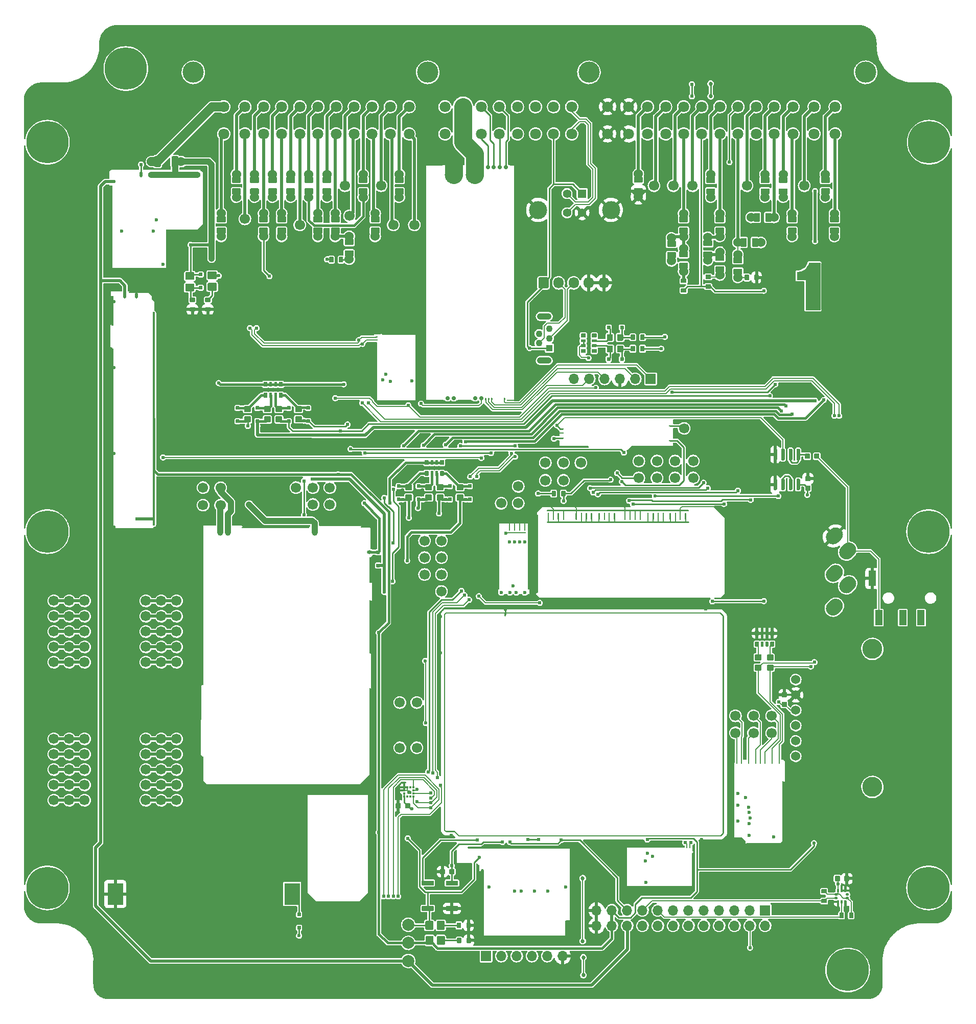
<source format=gtl>
G04 #@! TF.GenerationSoftware,KiCad,Pcbnew,(5.99.0-10483-ga6ad7a4a70)*
G04 #@! TF.CreationDate,2021-05-24T22:40:23+03:00*
G04 #@! TF.ProjectId,hellen64_miataNA6_94,68656c6c-656e-4363-945f-6d696174614e,b*
G04 #@! TF.SameCoordinates,PX1406f40PYa852d20*
G04 #@! TF.FileFunction,Copper,L1,Top*
G04 #@! TF.FilePolarity,Positive*
%FSLAX46Y46*%
G04 Gerber Fmt 4.6, Leading zero omitted, Abs format (unit mm)*
G04 Created by KiCad (PCBNEW (5.99.0-10483-ga6ad7a4a70)) date 2021-05-24 22:40:23*
%MOMM*%
%LPD*%
G01*
G04 APERTURE LIST*
G04 #@! TA.AperFunction,EtchedComponent*
%ADD10C,0.100000*%
G04 #@! TD*
G04 #@! TA.AperFunction,SMDPad,CuDef*
%ADD11O,0.499999X2.999999*%
G04 #@! TD*
G04 #@! TA.AperFunction,SMDPad,CuDef*
%ADD12O,0.499999X12.700000*%
G04 #@! TD*
G04 #@! TA.AperFunction,SMDPad,CuDef*
%ADD13O,1.200000X0.499999*%
G04 #@! TD*
G04 #@! TA.AperFunction,SMDPad,CuDef*
%ADD14O,17.400001X0.399999*%
G04 #@! TD*
G04 #@! TA.AperFunction,SMDPad,CuDef*
%ADD15O,0.499999X11.400000*%
G04 #@! TD*
G04 #@! TA.AperFunction,SMDPad,CuDef*
%ADD16O,14.449999X0.499999*%
G04 #@! TD*
G04 #@! TA.AperFunction,ComponentPad*
%ADD17C,0.599999*%
G04 #@! TD*
G04 #@! TA.AperFunction,SMDPad,CuDef*
%ADD18O,0.499999X0.250000*%
G04 #@! TD*
G04 #@! TA.AperFunction,ComponentPad*
%ADD19C,1.524000*%
G04 #@! TD*
G04 #@! TA.AperFunction,ComponentPad*
%ADD20C,1.700000*%
G04 #@! TD*
G04 #@! TA.AperFunction,ComponentPad*
%ADD21R,1.700000X1.700000*%
G04 #@! TD*
G04 #@! TA.AperFunction,ComponentPad*
%ADD22O,1.700000X1.700000*%
G04 #@! TD*
G04 #@! TA.AperFunction,SMDPad,CuDef*
%ADD23C,2.000000*%
G04 #@! TD*
G04 #@! TA.AperFunction,SMDPad,CuDef*
%ADD24O,1.699999X0.200000*%
G04 #@! TD*
G04 #@! TA.AperFunction,SMDPad,CuDef*
%ADD25O,0.200000X4.249999*%
G04 #@! TD*
G04 #@! TA.AperFunction,SMDPad,CuDef*
%ADD26O,11.324999X0.200000*%
G04 #@! TD*
G04 #@! TA.AperFunction,SMDPad,CuDef*
%ADD27O,0.200000X25.849999*%
G04 #@! TD*
G04 #@! TA.AperFunction,SMDPad,CuDef*
%ADD28O,0.200000X8.824999*%
G04 #@! TD*
G04 #@! TA.AperFunction,SMDPad,CuDef*
%ADD29O,0.200000X3.600000*%
G04 #@! TD*
G04 #@! TA.AperFunction,SMDPad,CuDef*
%ADD30O,0.200000X4.149999*%
G04 #@! TD*
G04 #@! TA.AperFunction,SMDPad,CuDef*
%ADD31O,0.200000X14.399999*%
G04 #@! TD*
G04 #@! TA.AperFunction,SMDPad,CuDef*
%ADD32O,25.699999X0.200000*%
G04 #@! TD*
G04 #@! TA.AperFunction,SMDPad,CuDef*
%ADD33O,1.000001X1.500000*%
G04 #@! TD*
G04 #@! TA.AperFunction,SMDPad,CuDef*
%ADD34O,0.800001X0.599999*%
G04 #@! TD*
G04 #@! TA.AperFunction,ComponentPad*
%ADD35R,1.400000X1.400000*%
G04 #@! TD*
G04 #@! TA.AperFunction,ComponentPad*
%ADD36C,1.400000*%
G04 #@! TD*
G04 #@! TA.AperFunction,ComponentPad*
%ADD37C,3.000000*%
G04 #@! TD*
G04 #@! TA.AperFunction,ComponentPad*
%ADD38C,3.500120*%
G04 #@! TD*
G04 #@! TA.AperFunction,ComponentPad*
%ADD39C,1.800000*%
G04 #@! TD*
G04 #@! TA.AperFunction,ComponentPad*
%ADD40C,7.000000*%
G04 #@! TD*
G04 #@! TA.AperFunction,ComponentPad*
%ADD41R,1.100000X1.100000*%
G04 #@! TD*
G04 #@! TA.AperFunction,ComponentPad*
%ADD42C,1.100000*%
G04 #@! TD*
G04 #@! TA.AperFunction,ComponentPad*
%ADD43O,2.400000X1.100000*%
G04 #@! TD*
G04 #@! TA.AperFunction,SMDPad,CuDef*
%ADD44O,0.250000X0.499999*%
G04 #@! TD*
G04 #@! TA.AperFunction,SMDPad,CuDef*
%ADD45O,5.669999X0.200000*%
G04 #@! TD*
G04 #@! TA.AperFunction,SMDPad,CuDef*
%ADD46O,0.399999X9.800001*%
G04 #@! TD*
G04 #@! TA.AperFunction,SMDPad,CuDef*
%ADD47O,6.799999X0.200000*%
G04 #@! TD*
G04 #@! TA.AperFunction,SMDPad,CuDef*
%ADD48O,0.200000X11.100001*%
G04 #@! TD*
G04 #@! TA.AperFunction,ComponentPad*
%ADD49C,3.302000*%
G04 #@! TD*
G04 #@! TA.AperFunction,SMDPad,CuDef*
%ADD50O,0.200000X6.799999*%
G04 #@! TD*
G04 #@! TA.AperFunction,SMDPad,CuDef*
%ADD51O,9.800001X0.399999*%
G04 #@! TD*
G04 #@! TA.AperFunction,SMDPad,CuDef*
%ADD52O,0.200000X5.669999*%
G04 #@! TD*
G04 #@! TA.AperFunction,SMDPad,CuDef*
%ADD53O,11.100001X0.200000*%
G04 #@! TD*
G04 #@! TA.AperFunction,SMDPad,CuDef*
%ADD54R,1.200000X2.500000*%
G04 #@! TD*
G04 #@! TA.AperFunction,SMDPad,CuDef*
%ADD55R,0.375000X0.350000*%
G04 #@! TD*
G04 #@! TA.AperFunction,SMDPad,CuDef*
%ADD56R,0.350000X0.375000*%
G04 #@! TD*
G04 #@! TA.AperFunction,SMDPad,CuDef*
%ADD57R,2.600000X3.600000*%
G04 #@! TD*
G04 #@! TA.AperFunction,SMDPad,CuDef*
%ADD58O,0.499999X1.000001*%
G04 #@! TD*
G04 #@! TA.AperFunction,SMDPad,CuDef*
%ADD59O,8.744829X1.000001*%
G04 #@! TD*
G04 #@! TA.AperFunction,SMDPad,CuDef*
%ADD60O,9.199999X0.200000*%
G04 #@! TD*
G04 #@! TA.AperFunction,SMDPad,CuDef*
%ADD61O,0.499999X0.200000*%
G04 #@! TD*
G04 #@! TA.AperFunction,SMDPad,CuDef*
%ADD62O,0.399999X9.000000*%
G04 #@! TD*
G04 #@! TA.AperFunction,SMDPad,CuDef*
%ADD63O,0.200000X13.800000*%
G04 #@! TD*
G04 #@! TA.AperFunction,SMDPad,CuDef*
%ADD64O,5.399999X0.399999*%
G04 #@! TD*
G04 #@! TA.AperFunction,SMDPad,CuDef*
%ADD65O,0.200000X6.500000*%
G04 #@! TD*
G04 #@! TA.AperFunction,ComponentPad*
%ADD66C,0.700000*%
G04 #@! TD*
G04 #@! TA.AperFunction,SMDPad,CuDef*
%ADD67C,3.000000*%
G04 #@! TD*
G04 #@! TA.AperFunction,SMDPad,CuDef*
%ADD68R,0.250000X39.250000*%
G04 #@! TD*
G04 #@! TA.AperFunction,SMDPad,CuDef*
%ADD69R,3.100000X0.250000*%
G04 #@! TD*
G04 #@! TA.AperFunction,SMDPad,CuDef*
%ADD70R,0.950000X0.250000*%
G04 #@! TD*
G04 #@! TA.AperFunction,SMDPad,CuDef*
%ADD71R,1.450000X0.250000*%
G04 #@! TD*
G04 #@! TA.AperFunction,SMDPad,CuDef*
%ADD72R,2.250000X0.250000*%
G04 #@! TD*
G04 #@! TA.AperFunction,SMDPad,CuDef*
%ADD73R,2.950000X0.250000*%
G04 #@! TD*
G04 #@! TA.AperFunction,SMDPad,CuDef*
%ADD74O,5.100000X0.200000*%
G04 #@! TD*
G04 #@! TA.AperFunction,SMDPad,CuDef*
%ADD75O,0.200000X11.100000*%
G04 #@! TD*
G04 #@! TA.AperFunction,SMDPad,CuDef*
%ADD76O,0.200000X0.950000*%
G04 #@! TD*
G04 #@! TA.AperFunction,ComponentPad*
%ADD77C,0.600000*%
G04 #@! TD*
G04 #@! TA.AperFunction,SMDPad,CuDef*
%ADD78O,3.500000X0.200000*%
G04 #@! TD*
G04 #@! TA.AperFunction,SMDPad,CuDef*
%ADD79O,0.250000X0.500000*%
G04 #@! TD*
G04 #@! TA.AperFunction,SMDPad,CuDef*
%ADD80O,5.800001X0.250000*%
G04 #@! TD*
G04 #@! TA.AperFunction,SMDPad,CuDef*
%ADD81O,0.250000X10.200000*%
G04 #@! TD*
G04 #@! TA.AperFunction,SMDPad,CuDef*
%ADD82O,0.200000X0.399999*%
G04 #@! TD*
G04 #@! TA.AperFunction,SMDPad,CuDef*
%ADD83O,0.399999X5.000000*%
G04 #@! TD*
G04 #@! TA.AperFunction,SMDPad,CuDef*
%ADD84O,7.200001X0.399999*%
G04 #@! TD*
G04 #@! TA.AperFunction,SMDPad,CuDef*
%ADD85O,3.099999X0.200000*%
G04 #@! TD*
G04 #@! TA.AperFunction,SMDPad,CuDef*
%ADD86O,0.399999X30.000001*%
G04 #@! TD*
G04 #@! TA.AperFunction,SMDPad,CuDef*
%ADD87O,0.399999X35.400000*%
G04 #@! TD*
G04 #@! TA.AperFunction,SMDPad,CuDef*
%ADD88O,2.999999X0.499999*%
G04 #@! TD*
G04 #@! TA.AperFunction,ComponentPad*
%ADD89O,1.700000X1.850000*%
G04 #@! TD*
G04 #@! TA.AperFunction,ViaPad*
%ADD90C,0.600000*%
G04 #@! TD*
G04 #@! TA.AperFunction,ViaPad*
%ADD91C,0.685800*%
G04 #@! TD*
G04 #@! TA.AperFunction,ViaPad*
%ADD92C,0.609600*%
G04 #@! TD*
G04 #@! TA.AperFunction,ViaPad*
%ADD93C,1.000000*%
G04 #@! TD*
G04 #@! TA.AperFunction,Conductor*
%ADD94C,0.200000*%
G04 #@! TD*
G04 #@! TA.AperFunction,Conductor*
%ADD95C,0.254000*%
G04 #@! TD*
G04 #@! TA.AperFunction,Conductor*
%ADD96C,3.000000*%
G04 #@! TD*
G04 #@! TA.AperFunction,Conductor*
%ADD97C,0.299720*%
G04 #@! TD*
G04 #@! TA.AperFunction,Conductor*
%ADD98C,0.508000*%
G04 #@! TD*
G04 #@! TA.AperFunction,Conductor*
%ADD99C,1.500000*%
G04 #@! TD*
G04 #@! TA.AperFunction,Conductor*
%ADD100C,0.203200*%
G04 #@! TD*
G04 #@! TA.AperFunction,Conductor*
%ADD101C,0.400000*%
G04 #@! TD*
G04 #@! TA.AperFunction,Conductor*
%ADD102C,1.000000*%
G04 #@! TD*
G04 #@! TA.AperFunction,Conductor*
%ADD103C,0.500000*%
G04 #@! TD*
G04 APERTURE END LIST*
D10*
G04 #@! TO.C,G3*
X132000000Y114200000D02*
X129700000Y114200000D01*
X129700000Y114200000D02*
X129700000Y119100000D01*
X129700000Y119100000D02*
X129690000Y119150000D01*
X129690000Y119150000D02*
X129650000Y119190000D01*
X129650000Y119190000D02*
X129600000Y119200000D01*
X129600000Y119200000D02*
X128200000Y119200000D01*
X128200000Y119200000D02*
X128200000Y120500000D01*
X128200000Y120500000D02*
X128300000Y120500000D01*
X128300000Y120500000D02*
X128480000Y120520000D01*
X128480000Y120520000D02*
X128690000Y120560000D01*
X128690000Y120560000D02*
X128900000Y120630000D01*
X128900000Y120630000D02*
X129030000Y120680000D01*
X129030000Y120680000D02*
X129210000Y120770000D01*
X129210000Y120770000D02*
X129380000Y120880000D01*
X129380000Y120880000D02*
X129560000Y121020000D01*
X129560000Y121020000D02*
X129750000Y121210000D01*
X129750000Y121210000D02*
X129840000Y121330000D01*
X129840000Y121330000D02*
X129950000Y121490000D01*
X129950000Y121490000D02*
X130060000Y121690000D01*
X130060000Y121690000D02*
X130140000Y121880000D01*
X130140000Y121880000D02*
X130180000Y122000000D01*
X130180000Y122000000D02*
X132000000Y122000000D01*
X132000000Y122000000D02*
X132000000Y114200000D01*
G36*
X132000000Y114200000D02*
G01*
X129700000Y114200000D01*
X129700000Y119100000D01*
X129690000Y119150000D01*
X129650000Y119190000D01*
X129600000Y119200000D01*
X128200000Y119200000D01*
X128200000Y120500000D01*
X128300000Y120500000D01*
X128480000Y120520000D01*
X128690000Y120560000D01*
X128900000Y120630000D01*
X129030000Y120680000D01*
X129210000Y120770000D01*
X129380000Y120880000D01*
X129560000Y121020000D01*
X129750000Y121210000D01*
X129840000Y121330000D01*
X129950000Y121490000D01*
X130060000Y121690000D01*
X130140000Y121880000D01*
X130180000Y122000000D01*
X132000000Y122000000D01*
X132000000Y114200000D01*
G37*
X132000000Y114200000D02*
X129700000Y114200000D01*
X129700000Y119100000D01*
X129690000Y119150000D01*
X129650000Y119190000D01*
X129600000Y119200000D01*
X128200000Y119200000D01*
X128200000Y120500000D01*
X128300000Y120500000D01*
X128480000Y120520000D01*
X128690000Y120560000D01*
X128900000Y120630000D01*
X129030000Y120680000D01*
X129210000Y120770000D01*
X129380000Y120880000D01*
X129560000Y121020000D01*
X129750000Y121210000D01*
X129840000Y121330000D01*
X129950000Y121490000D01*
X130060000Y121690000D01*
X130140000Y121880000D01*
X130180000Y122000000D01*
X132000000Y122000000D01*
X132000000Y114200000D01*
G04 #@! TD*
G04 #@! TO.P,R23,1*
G04 #@! TO.N,+5VA*
G04 #@! TA.AperFunction,SMDPad,CuDef*
G36*
G01*
X50700000Y122160000D02*
X50700000Y122940000D01*
G75*
G02*
X50770000Y123010000I70000J0D01*
G01*
X51330000Y123010000D01*
G75*
G02*
X51400000Y122940000I0J-70000D01*
G01*
X51400000Y122160000D01*
G75*
G02*
X51330000Y122090000I-70000J0D01*
G01*
X50770000Y122090000D01*
G75*
G02*
X50700000Y122160000I0J70000D01*
G01*
G37*
G04 #@! TD.AperFunction*
G04 #@! TO.P,R23,2*
G04 #@! TO.N,Net-(R20-Pad1)*
G04 #@! TA.AperFunction,SMDPad,CuDef*
G36*
G01*
X52300000Y122160000D02*
X52300000Y122940000D01*
G75*
G02*
X52370000Y123010000I70000J0D01*
G01*
X52930000Y123010000D01*
G75*
G02*
X53000000Y122940000I0J-70000D01*
G01*
X53000000Y122160000D01*
G75*
G02*
X52930000Y122090000I-70000J0D01*
G01*
X52370000Y122090000D01*
G75*
G02*
X52300000Y122160000I0J70000D01*
G01*
G37*
G04 #@! TD.AperFunction*
G04 #@! TD*
G04 #@! TO.P,R22,1*
G04 #@! TO.N,+5VA*
G04 #@! TA.AperFunction,SMDPad,CuDef*
G36*
G01*
X113890000Y117750000D02*
X113110000Y117750000D01*
G75*
G02*
X113040000Y117820000I0J70000D01*
G01*
X113040000Y118380000D01*
G75*
G02*
X113110000Y118450000I70000J0D01*
G01*
X113890000Y118450000D01*
G75*
G02*
X113960000Y118380000I0J-70000D01*
G01*
X113960000Y117820000D01*
G75*
G02*
X113890000Y117750000I-70000J0D01*
G01*
G37*
G04 #@! TD.AperFunction*
G04 #@! TO.P,R22,2*
G04 #@! TO.N,/1N*
G04 #@! TA.AperFunction,SMDPad,CuDef*
G36*
G01*
X113890000Y119350000D02*
X113110000Y119350000D01*
G75*
G02*
X113040000Y119420000I0J70000D01*
G01*
X113040000Y119980000D01*
G75*
G02*
X113110000Y120050000I70000J0D01*
G01*
X113890000Y120050000D01*
G75*
G02*
X113960000Y119980000I0J-70000D01*
G01*
X113960000Y119420000D01*
G75*
G02*
X113890000Y119350000I-70000J0D01*
G01*
G37*
G04 #@! TD.AperFunction*
G04 #@! TD*
G04 #@! TO.P,R21,1*
G04 #@! TO.N,+5VA*
G04 #@! TA.AperFunction,SMDPad,CuDef*
G36*
G01*
X109800960Y117100001D02*
X109020960Y117100001D01*
G75*
G02*
X108950960Y117170001I0J70000D01*
G01*
X108950960Y117730001D01*
G75*
G02*
X109020960Y117800001I70000J0D01*
G01*
X109800960Y117800001D01*
G75*
G02*
X109870960Y117730001I0J-70000D01*
G01*
X109870960Y117170001D01*
G75*
G02*
X109800960Y117100001I-70000J0D01*
G01*
G37*
G04 #@! TD.AperFunction*
G04 #@! TO.P,R21,2*
G04 #@! TO.N,Net-(R21-Pad2)*
G04 #@! TA.AperFunction,SMDPad,CuDef*
G36*
G01*
X109800960Y118700001D02*
X109020960Y118700001D01*
G75*
G02*
X108950960Y118770001I0J70000D01*
G01*
X108950960Y119330001D01*
G75*
G02*
X109020960Y119400001I70000J0D01*
G01*
X109800960Y119400001D01*
G75*
G02*
X109870960Y119330001I0J-70000D01*
G01*
X109870960Y118770001D01*
G75*
G02*
X109800960Y118700001I-70000J0D01*
G01*
G37*
G04 #@! TD.AperFunction*
G04 #@! TD*
D11*
G04 #@! TO.P,M4,G,GND*
G04 #@! TO.N,GND*
X90066859Y11639724D03*
D12*
X90816860Y19027192D03*
D13*
X90416861Y12914718D03*
D14*
X82316867Y25189707D03*
D15*
X76116859Y15902189D03*
D16*
X83086861Y10364690D03*
D17*
G04 #@! TO.P,M4,V1,V33*
G04 #@! TO.N,+3V3*
X75566855Y23589700D03*
G04 #@! TO.P,M4,V2,GND*
G04 #@! TO.N,GND*
X77141869Y18684691D03*
G04 #@! TO.P,M4,V3,GND*
X89845887Y18693754D03*
G04 #@! TO.P,M4,V4,SD_CS*
G04 #@! TO.N,/SD_CS*
X81366859Y18014690D03*
G04 #@! TO.P,M4,V5,SD_MOSI*
G04 #@! TO.N,/SD_MOSI*
X82541863Y18014690D03*
G04 #@! TO.P,M4,V6,SD_SCK*
G04 #@! TO.N,/SD_SCK*
X84716857Y18014690D03*
G04 #@! TO.P,M4,V7,SD_MISO*
G04 #@! TO.N,/SD_MISO*
X86941859Y18014690D03*
G04 #@! TD*
D18*
G04 #@! TO.P,M9,E1,V5A*
G04 #@! TO.N,+5VA*
X89359786Y92963404D03*
G04 #@! TO.P,M9,E2,GND*
G04 #@! TO.N,GND*
X89359786Y93838404D03*
G04 #@! TO.P,M9,E3,OUT_KNOCK*
G04 #@! TO.N,/IN_KNOCK*
X89359786Y94538405D03*
G04 #@! TO.P,M9,W1,IN_KNOCK*
G04 #@! TO.N,/IN_KNOCK_RAW*
X107184784Y94988404D03*
G04 #@! TO.P,M9,W2,VREF*
G04 #@! TO.N,/VREF2*
X107184784Y92588401D03*
G04 #@! TD*
G04 #@! TO.P,R32,1,1*
G04 #@! TO.N,Net-(R20-Pad2)*
G04 #@! TA.AperFunction,SMDPad,CuDef*
G36*
G01*
X52325700Y126849999D02*
X51075700Y126849999D01*
G75*
G02*
X50975700Y126949999I0J100000D01*
G01*
X50975700Y127749999D01*
G75*
G02*
X51075700Y127849999I100000J0D01*
G01*
X52325700Y127849999D01*
G75*
G02*
X52425700Y127749999I0J-100000D01*
G01*
X52425700Y126949999D01*
G75*
G02*
X52325700Y126849999I-100000J0D01*
G01*
G37*
G04 #@! TD.AperFunction*
D19*
X51700700Y126395000D03*
G04 #@! TO.P,R32,2,2*
G04 #@! TO.N,/1M*
X51700700Y130205000D03*
G04 #@! TA.AperFunction,SMDPad,CuDef*
G36*
G01*
X52325700Y128750021D02*
X51075700Y128750021D01*
G75*
G02*
X50975700Y128850021I0J100000D01*
G01*
X50975700Y129650021D01*
G75*
G02*
X51075700Y129750021I100000J0D01*
G01*
X52325700Y129750021D01*
G75*
G02*
X52425700Y129650021I0J-100000D01*
G01*
X52425700Y128850021D01*
G75*
G02*
X52325700Y128750021I-100000J0D01*
G01*
G37*
G04 #@! TD.AperFunction*
G04 #@! TD*
D20*
G04 #@! TO.P,P5,1,Pin_1*
G04 #@! TO.N,/IO8*
X62400700Y41704880D03*
G04 #@! TD*
G04 #@! TO.P,P6,1,Pin_1*
G04 #@! TO.N,/IO13*
X62400700Y49207060D03*
G04 #@! TD*
G04 #@! TO.P,P47,1,Pin_1*
G04 #@! TO.N,Net-(P2-Pad21)*
X59310960Y134800000D03*
G04 #@! TD*
G04 #@! TO.P,R2,1*
G04 #@! TO.N,Net-(D10-Pad2)*
G04 #@! TA.AperFunction,SMDPad,CuDef*
G36*
G01*
X27645960Y116250000D02*
X28425960Y116250000D01*
G75*
G02*
X28495960Y116180000I0J-70000D01*
G01*
X28495960Y115620000D01*
G75*
G02*
X28425960Y115550000I-70000J0D01*
G01*
X27645960Y115550000D01*
G75*
G02*
X27575960Y115620000I0J70000D01*
G01*
X27575960Y116180000D01*
G75*
G02*
X27645960Y116250000I70000J0D01*
G01*
G37*
G04 #@! TD.AperFunction*
G04 #@! TO.P,R2,2*
G04 #@! TO.N,GND*
G04 #@! TA.AperFunction,SMDPad,CuDef*
G36*
G01*
X27645960Y114650000D02*
X28425960Y114650000D01*
G75*
G02*
X28495960Y114580000I0J-70000D01*
G01*
X28495960Y114020000D01*
G75*
G02*
X28425960Y113950000I-70000J0D01*
G01*
X27645960Y113950000D01*
G75*
G02*
X27575960Y114020000I0J70000D01*
G01*
X27575960Y114580000D01*
G75*
G02*
X27645960Y114650000I70000J0D01*
G01*
G37*
G04 #@! TD.AperFunction*
G04 #@! TD*
D21*
G04 #@! TO.P,J27,1,Pin_1*
G04 #@! TO.N,Net-(J27-Pad1)*
X103950000Y102800000D03*
D22*
G04 #@! TO.P,J27,2,Pin_2*
G04 #@! TO.N,Net-(J27-Pad2)*
X101410000Y102800000D03*
G04 #@! TO.P,J27,3,Pin_3*
G04 #@! TO.N,GND*
X98870000Y102800000D03*
G04 #@! TO.P,J27,4,Pin_4*
G04 #@! TO.N,Net-(J27-Pad4)*
X96330000Y102800000D03*
G04 #@! TO.P,J27,5,Pin_5*
G04 #@! TO.N,Net-(J27-Pad5)*
X93790000Y102800000D03*
G04 #@! TO.P,J27,6,Pin_6*
G04 #@! TO.N,unconnected-(J27-Pad6)*
X91250000Y102800000D03*
G04 #@! TD*
G04 #@! TO.P,R4,1*
G04 #@! TO.N,/IN_MAF*
G04 #@! TA.AperFunction,SMDPad,CuDef*
G36*
G01*
X119550000Y119210000D02*
X119550000Y119990000D01*
G75*
G02*
X119620000Y120060000I70000J0D01*
G01*
X120180000Y120060000D01*
G75*
G02*
X120250000Y119990000I0J-70000D01*
G01*
X120250000Y119210000D01*
G75*
G02*
X120180000Y119140000I-70000J0D01*
G01*
X119620000Y119140000D01*
G75*
G02*
X119550000Y119210000I0J70000D01*
G01*
G37*
G04 #@! TD.AperFunction*
G04 #@! TO.P,R4,2*
G04 #@! TO.N,GND*
G04 #@! TA.AperFunction,SMDPad,CuDef*
G36*
G01*
X121150000Y119210000D02*
X121150000Y119990000D01*
G75*
G02*
X121220000Y120060000I70000J0D01*
G01*
X121780000Y120060000D01*
G75*
G02*
X121850000Y119990000I0J-70000D01*
G01*
X121850000Y119210000D01*
G75*
G02*
X121780000Y119140000I-70000J0D01*
G01*
X121220000Y119140000D01*
G75*
G02*
X121150000Y119210000I0J70000D01*
G01*
G37*
G04 #@! TD.AperFunction*
G04 #@! TD*
D23*
G04 #@! TO.P,J19,1,Pin_1*
G04 #@! TO.N,+12V*
X63800000Y6400000D03*
G04 #@! TD*
G04 #@! TO.P,C3,1*
G04 #@! TO.N,GND*
G04 #@! TA.AperFunction,SMDPad,CuDef*
G36*
G01*
X61694998Y31760000D02*
X61694998Y32440000D01*
G75*
G02*
X61779998Y32525000I85000J0D01*
G01*
X62459998Y32525000D01*
G75*
G02*
X62544998Y32440000I0J-85000D01*
G01*
X62544998Y31760000D01*
G75*
G02*
X62459998Y31675000I-85000J0D01*
G01*
X61779998Y31675000D01*
G75*
G02*
X61694998Y31760000I0J85000D01*
G01*
G37*
G04 #@! TD.AperFunction*
G04 #@! TO.P,C3,2*
G04 #@! TO.N,+3V3*
G04 #@! TA.AperFunction,SMDPad,CuDef*
G36*
G01*
X63275000Y31760000D02*
X63275000Y32440000D01*
G75*
G02*
X63360000Y32525000I85000J0D01*
G01*
X64040000Y32525000D01*
G75*
G02*
X64125000Y32440000I0J-85000D01*
G01*
X64125000Y31760000D01*
G75*
G02*
X64040000Y31675000I-85000J0D01*
G01*
X63360000Y31675000D01*
G75*
G02*
X63275000Y31760000I0J85000D01*
G01*
G37*
G04 #@! TD.AperFunction*
G04 #@! TD*
D20*
G04 #@! TO.P,P21,1,Pin_1*
G04 #@! TO.N,/OUT_LOW11*
X50800000Y84800000D03*
G04 #@! TD*
G04 #@! TO.P,G4,1*
G04 #@! TO.N,Net-(G4-Pad1)*
X20320000Y55880000D03*
G04 #@! TO.P,G4,2*
G04 #@! TO.N,Net-(G4-Pad12)*
X20320000Y58420000D03*
G04 #@! TO.P,G4,3*
G04 #@! TO.N,Net-(G4-Pad13)*
X20320000Y60960000D03*
G04 #@! TO.P,G4,4*
G04 #@! TO.N,Net-(G4-Pad14)*
X20320000Y63500000D03*
G04 #@! TO.P,G4,5*
G04 #@! TO.N,Net-(G4-Pad10)*
X20320000Y66040000D03*
G04 #@! TO.P,G4,6*
G04 #@! TO.N,Net-(G4-Pad1)*
X22860000Y55880000D03*
G04 #@! TO.P,G4,7*
G04 #@! TO.N,Net-(G4-Pad12)*
X22860000Y58420000D03*
G04 #@! TO.P,G4,8*
G04 #@! TO.N,Net-(G4-Pad13)*
X22860000Y60960000D03*
G04 #@! TO.P,G4,9*
G04 #@! TO.N,Net-(G4-Pad14)*
X22860000Y63500000D03*
G04 #@! TO.P,G4,10*
G04 #@! TO.N,Net-(G4-Pad10)*
X22860000Y66040000D03*
G04 #@! TO.P,G4,11*
G04 #@! TO.N,Net-(G4-Pad1)*
X25400000Y55880000D03*
G04 #@! TO.P,G4,12*
G04 #@! TO.N,Net-(G4-Pad12)*
X25400000Y58420000D03*
G04 #@! TO.P,G4,13*
G04 #@! TO.N,Net-(G4-Pad13)*
X25400000Y60960000D03*
G04 #@! TO.P,G4,14*
G04 #@! TO.N,Net-(G4-Pad14)*
X25400000Y63500000D03*
G04 #@! TO.P,G4,15*
G04 #@! TO.N,Net-(G4-Pad10)*
X25400000Y66040000D03*
G04 #@! TD*
D19*
G04 #@! TO.P,R11,1,1*
G04 #@! TO.N,/IN_TPS*
X115410960Y123795000D03*
G04 #@! TA.AperFunction,SMDPad,CuDef*
G36*
G01*
X114785960Y123340001D02*
X116035960Y123340001D01*
G75*
G02*
X116135960Y123240001I0J-100000D01*
G01*
X116135960Y122440001D01*
G75*
G02*
X116035960Y122340001I-100000J0D01*
G01*
X114785960Y122340001D01*
G75*
G02*
X114685960Y122440001I0J100000D01*
G01*
X114685960Y123240001D01*
G75*
G02*
X114785960Y123340001I100000J0D01*
G01*
G37*
G04 #@! TD.AperFunction*
G04 #@! TO.P,R11,2,2*
G04 #@! TO.N,/1N*
G04 #@! TA.AperFunction,SMDPad,CuDef*
G36*
G01*
X114785960Y121439979D02*
X116035960Y121439979D01*
G75*
G02*
X116135960Y121339979I0J-100000D01*
G01*
X116135960Y120539979D01*
G75*
G02*
X116035960Y120439979I-100000J0D01*
G01*
X114785960Y120439979D01*
G75*
G02*
X114685960Y120539979I0J100000D01*
G01*
X114685960Y121339979D01*
G75*
G02*
X114785960Y121439979I100000J0D01*
G01*
G37*
G04 #@! TD.AperFunction*
X115410960Y119985000D03*
G04 #@! TD*
D20*
G04 #@! TO.P,P10,1,Pin_1*
G04 #@! TO.N,/OUT_PP2*
X45200000Y84800000D03*
G04 #@! TD*
G04 #@! TO.P,P12,1,Pin_1*
G04 #@! TO.N,/OUT_SOLENOID_A1*
X29800000Y84800000D03*
G04 #@! TD*
G04 #@! TO.P,P16,1,Pin_1*
G04 #@! TO.N,/OUT_LOW2_DUAL*
X69300000Y76000000D03*
G04 #@! TD*
D24*
G04 #@! TO.P,M5,G,GND*
G04 #@! TO.N,GND*
X56739863Y78251380D03*
D25*
X57489847Y71116381D03*
D26*
X41789858Y78191381D03*
D27*
X29739877Y64991382D03*
G04 #@! TA.AperFunction,SMDPad,CuDef*
G36*
G01*
X30379369Y35546608D02*
X30379369Y35546608D01*
G75*
G02*
X30237947Y35546608I-70711J70711D01*
G01*
X29672261Y36112294D01*
G75*
G02*
X29672261Y36253716I70711J70711D01*
G01*
X29672261Y36253716D01*
G75*
G02*
X29813683Y36253716I70711J-70711D01*
G01*
X30379369Y35688030D01*
G75*
G02*
X30379369Y35546608I-70711J-70711D01*
G01*
G37*
G04 #@! TD.AperFunction*
D28*
X57488310Y61754007D03*
D29*
X57639862Y76426380D03*
D30*
X29738315Y38180371D03*
D31*
X57488313Y44395723D03*
G04 #@! TA.AperFunction,SMDPad,CuDef*
G36*
G01*
X57539385Y37279857D02*
X57539385Y37279857D01*
G75*
G02*
X57539385Y37138435I-70711J-70711D01*
G01*
X55962537Y35561587D01*
G75*
G02*
X55821115Y35561587I-70711J70711D01*
G01*
X55821115Y35561587D01*
G75*
G02*
X55821115Y35703009I70711J70711D01*
G01*
X57397963Y37279857D01*
G75*
G02*
X57539385Y37279857I70711J-70711D01*
G01*
G37*
G04 #@! TD.AperFunction*
G04 #@! TA.AperFunction,SMDPad,CuDef*
G36*
G01*
X57605182Y78284256D02*
X57675892Y78213546D01*
G75*
G02*
X57675892Y78072124I-70711J-70711D01*
G01*
X57675892Y78072124D01*
G75*
G02*
X57534470Y78072124I-70711J70711D01*
G01*
X57463760Y78142834D01*
G75*
G02*
X57463760Y78284256I70711J70711D01*
G01*
X57463760Y78284256D01*
G75*
G02*
X57605182Y78284256I70711J-70711D01*
G01*
G37*
G04 #@! TD.AperFunction*
D32*
X43114867Y35616370D03*
D33*
G04 #@! TO.P,M5,S4,OUT_SOLENOID_B1*
G04 #@! TO.N,/OUT_SOLENOID_B1*
X32657430Y77612659D03*
G04 #@! TO.P,M5,S5,OUT_SOLENOID_B2*
G04 #@! TO.N,/OUT_SOLENOID_B2*
X33913295Y77612659D03*
G04 #@! TO.P,M5,S11,V12_RAW*
G04 #@! TO.N,+12V_RAW*
X48288321Y77612659D03*
D34*
G04 #@! TO.P,M5,W5,V12P*
G04 #@! TO.N,+12V_PROT*
X57343319Y74116375D03*
G04 #@! TD*
D19*
G04 #@! TO.P,R36,1,1*
G04 #@! TO.N,/OUT_IGN2*
X41310960Y132895000D03*
G04 #@! TA.AperFunction,SMDPad,CuDef*
G36*
G01*
X41935960Y133349999D02*
X40685960Y133349999D01*
G75*
G02*
X40585960Y133449999I0J100000D01*
G01*
X40585960Y134249999D01*
G75*
G02*
X40685960Y134349999I100000J0D01*
G01*
X41935960Y134349999D01*
G75*
G02*
X42035960Y134249999I0J-100000D01*
G01*
X42035960Y133449999D01*
G75*
G02*
X41935960Y133349999I-100000J0D01*
G01*
G37*
G04 #@! TD.AperFunction*
G04 #@! TO.P,R36,2,2*
G04 #@! TO.N,/1H*
G04 #@! TA.AperFunction,SMDPad,CuDef*
G36*
G01*
X41935960Y135250021D02*
X40685960Y135250021D01*
G75*
G02*
X40585960Y135350021I0J100000D01*
G01*
X40585960Y136150021D01*
G75*
G02*
X40685960Y136250021I100000J0D01*
G01*
X41935960Y136250021D01*
G75*
G02*
X42035960Y136150021I0J-100000D01*
G01*
X42035960Y135350021D01*
G75*
G02*
X41935960Y135250021I-100000J0D01*
G01*
G37*
G04 #@! TD.AperFunction*
X41310960Y136705000D03*
G04 #@! TD*
G04 #@! TO.P,D1,1,A*
G04 #@! TO.N,+5V*
G04 #@! TA.AperFunction,SMDPad,CuDef*
G36*
G01*
X67979339Y10424880D02*
X67979339Y9184880D01*
G75*
G02*
X67849339Y9054880I-130000J0D01*
G01*
X66809339Y9054880D01*
G75*
G02*
X66679339Y9184880I0J130000D01*
G01*
X66679339Y10424880D01*
G75*
G02*
X66809339Y10554880I130000J0D01*
G01*
X67849339Y10554880D01*
G75*
G02*
X67979339Y10424880I0J-130000D01*
G01*
G37*
G04 #@! TD.AperFunction*
G04 #@! TO.P,D1,2,K*
G04 #@! TO.N,Net-(D1-Pad2)*
G04 #@! TA.AperFunction,SMDPad,CuDef*
G36*
G01*
X69879360Y10424880D02*
X69879360Y9184880D01*
G75*
G02*
X69749360Y9054880I-130000J0D01*
G01*
X68709360Y9054880D01*
G75*
G02*
X68579360Y9184880I0J130000D01*
G01*
X68579360Y10424880D01*
G75*
G02*
X68709360Y10554880I130000J0D01*
G01*
X69749360Y10554880D01*
G75*
G02*
X69879360Y10424880I0J-130000D01*
G01*
G37*
G04 #@! TD.AperFunction*
G04 #@! TD*
G04 #@! TO.P,R48,1,1*
G04 #@! TO.N,Net-(R24-Pad2)*
G04 #@! TA.AperFunction,SMDPad,CuDef*
G36*
G01*
X110035960Y126844999D02*
X108785960Y126844999D01*
G75*
G02*
X108685960Y126944999I0J100000D01*
G01*
X108685960Y127744999D01*
G75*
G02*
X108785960Y127844999I100000J0D01*
G01*
X110035960Y127844999D01*
G75*
G02*
X110135960Y127744999I0J-100000D01*
G01*
X110135960Y126944999D01*
G75*
G02*
X110035960Y126844999I-100000J0D01*
G01*
G37*
G04 #@! TD.AperFunction*
X109410960Y126390000D03*
G04 #@! TO.P,R48,2,2*
G04 #@! TO.N,/3I*
X109410960Y130200000D03*
G04 #@! TA.AperFunction,SMDPad,CuDef*
G36*
G01*
X110035960Y128745021D02*
X108785960Y128745021D01*
G75*
G02*
X108685960Y128845021I0J100000D01*
G01*
X108685960Y129645021D01*
G75*
G02*
X108785960Y129745021I100000J0D01*
G01*
X110035960Y129745021D01*
G75*
G02*
X110135960Y129645021I0J-100000D01*
G01*
X110135960Y128845021D01*
G75*
G02*
X110035960Y128745021I-100000J0D01*
G01*
G37*
G04 #@! TD.AperFunction*
G04 #@! TD*
G04 #@! TO.P,D15,1,K*
G04 #@! TO.N,Net-(D15-Pad1)*
G04 #@! TA.AperFunction,SMDPad,CuDef*
G36*
G01*
X62510209Y85290750D02*
X62510209Y84810750D01*
G75*
G02*
X62450209Y84750750I-60000J0D01*
G01*
X61970209Y84750750D01*
G75*
G02*
X61910209Y84810750I0J60000D01*
G01*
X61910209Y85290750D01*
G75*
G02*
X61970209Y85350750I60000J0D01*
G01*
X62450209Y85350750D01*
G75*
G02*
X62510209Y85290750I0J-60000D01*
G01*
G37*
G04 #@! TD.AperFunction*
G04 #@! TO.P,D15,2,A*
G04 #@! TO.N,/OUT_INJ1*
G04 #@! TA.AperFunction,SMDPad,CuDef*
G36*
G01*
X62510209Y83090750D02*
X62510209Y82610750D01*
G75*
G02*
X62450209Y82550750I-60000J0D01*
G01*
X61970209Y82550750D01*
G75*
G02*
X61910209Y82610750I0J60000D01*
G01*
X61910209Y83090750D01*
G75*
G02*
X61970209Y83150750I60000J0D01*
G01*
X62450209Y83150750D01*
G75*
G02*
X62510209Y83090750I0J-60000D01*
G01*
G37*
G04 #@! TD.AperFunction*
G04 #@! TD*
G04 #@! TO.P,C1,1*
G04 #@! TO.N,GND*
G04 #@! TA.AperFunction,SMDPad,CuDef*
G36*
G01*
X69024358Y20864880D02*
X69024358Y21544880D01*
G75*
G02*
X69109358Y21629880I85000J0D01*
G01*
X69789358Y21629880D01*
G75*
G02*
X69874358Y21544880I0J-85000D01*
G01*
X69874358Y20864880D01*
G75*
G02*
X69789358Y20779880I-85000J0D01*
G01*
X69109358Y20779880D01*
G75*
G02*
X69024358Y20864880I0J85000D01*
G01*
G37*
G04 #@! TD.AperFunction*
G04 #@! TO.P,C1,2*
G04 #@! TO.N,/NRESET*
G04 #@! TA.AperFunction,SMDPad,CuDef*
G36*
G01*
X70604360Y20864880D02*
X70604360Y21544880D01*
G75*
G02*
X70689360Y21629880I85000J0D01*
G01*
X71369360Y21629880D01*
G75*
G02*
X71454360Y21544880I0J-85000D01*
G01*
X71454360Y20864880D01*
G75*
G02*
X71369360Y20779880I-85000J0D01*
G01*
X70689360Y20779880D01*
G75*
G02*
X70604360Y20864880I0J85000D01*
G01*
G37*
G04 #@! TD.AperFunction*
G04 #@! TD*
D20*
G04 #@! TO.P,P15,1,Pin_1*
G04 #@! TO.N,/OUT_LOW1_DUAL*
X48000000Y82000000D03*
G04 #@! TD*
D35*
G04 #@! TO.P,J23,1,VBUS*
G04 #@! TO.N,/VBUS*
X92600000Y133500000D03*
D36*
G04 #@! TO.P,J23,2,D-*
G04 #@! TO.N,/USB-*
X90100000Y133500000D03*
G04 #@! TO.P,J23,3,D+*
G04 #@! TO.N,/USB+*
X90100000Y130300000D03*
G04 #@! TO.P,J23,4,GND*
G04 #@! TO.N,GND*
X92600000Y130300000D03*
D37*
G04 #@! TO.P,J23,5,Shield*
X97370000Y130790000D03*
X85330000Y130790000D03*
G04 #@! TD*
G04 #@! TO.P,S1,1*
G04 #@! TO.N,/BOOT0*
G04 #@! TA.AperFunction,SMDPad,CuDef*
G36*
G01*
X66109360Y19704881D02*
X67949360Y19704881D01*
G75*
G02*
X68029360Y19624881I0J-80000D01*
G01*
X68029360Y18984881D01*
G75*
G02*
X67949360Y18904881I-80000J0D01*
G01*
X66109360Y18904881D01*
G75*
G02*
X66029360Y18984881I0J80000D01*
G01*
X66029360Y19624881D01*
G75*
G02*
X66109360Y19704881I80000J0D01*
G01*
G37*
G04 #@! TD.AperFunction*
G04 #@! TO.P,S1,2*
G04 #@! TO.N,+3V3*
G04 #@! TA.AperFunction,SMDPad,CuDef*
G36*
G01*
X66109360Y15504880D02*
X67949360Y15504880D01*
G75*
G02*
X68029360Y15424880I0J-80000D01*
G01*
X68029360Y14784880D01*
G75*
G02*
X67949360Y14704880I-80000J0D01*
G01*
X66109360Y14704880D01*
G75*
G02*
X66029360Y14784880I0J80000D01*
G01*
X66029360Y15424880D01*
G75*
G02*
X66109360Y15504880I80000J0D01*
G01*
G37*
G04 #@! TD.AperFunction*
G04 #@! TD*
G04 #@! TO.P,D6,1,A*
G04 #@! TO.N,Net-(D12-Pad1)*
G04 #@! TA.AperFunction,SMDPad,CuDef*
G36*
G01*
X71910211Y85350749D02*
X72810211Y85350749D01*
G75*
G02*
X72910211Y85250749I0J-100000D01*
G01*
X72910211Y84450749D01*
G75*
G02*
X72810211Y84350749I-100000J0D01*
G01*
X71910211Y84350749D01*
G75*
G02*
X71810211Y84450749I0J100000D01*
G01*
X71810211Y85250749D01*
G75*
G02*
X71910211Y85350749I100000J0D01*
G01*
G37*
G04 #@! TD.AperFunction*
G04 #@! TO.P,D6,2,K*
G04 #@! TO.N,/OUT_INJ4*
G04 #@! TA.AperFunction,SMDPad,CuDef*
G36*
G01*
X71910211Y83650749D02*
X72810211Y83650749D01*
G75*
G02*
X72910211Y83550749I0J-100000D01*
G01*
X72910211Y82750749D01*
G75*
G02*
X72810211Y82650749I-100000J0D01*
G01*
X71910211Y82650749D01*
G75*
G02*
X71810211Y82750749I0J100000D01*
G01*
X71810211Y83550749D01*
G75*
G02*
X71910211Y83650749I100000J0D01*
G01*
G37*
G04 #@! TD.AperFunction*
G04 #@! TD*
G04 #@! TO.P,C4,1*
G04 #@! TO.N,Net-(C4-Pad1)*
G04 #@! TA.AperFunction,SMDPad,CuDef*
G36*
G01*
X131905002Y90340000D02*
X131905002Y89660000D01*
G75*
G02*
X131820002Y89575000I-85000J0D01*
G01*
X131140002Y89575000D01*
G75*
G02*
X131055002Y89660000I0J85000D01*
G01*
X131055002Y90340000D01*
G75*
G02*
X131140002Y90425000I85000J0D01*
G01*
X131820002Y90425000D01*
G75*
G02*
X131905002Y90340000I0J-85000D01*
G01*
G37*
G04 #@! TD.AperFunction*
G04 #@! TO.P,C4,2*
G04 #@! TO.N,Net-(C4-Pad2)*
G04 #@! TA.AperFunction,SMDPad,CuDef*
G36*
G01*
X130325000Y90340000D02*
X130325000Y89660000D01*
G75*
G02*
X130240000Y89575000I-85000J0D01*
G01*
X129560000Y89575000D01*
G75*
G02*
X129475000Y89660000I0J85000D01*
G01*
X129475000Y90340000D01*
G75*
G02*
X129560000Y90425000I85000J0D01*
G01*
X130240000Y90425000D01*
G75*
G02*
X130325000Y90340000I0J-85000D01*
G01*
G37*
G04 #@! TD.AperFunction*
G04 #@! TD*
G04 #@! TO.P,R24,1,1*
G04 #@! TO.N,/OUT_TACH*
G04 #@! TA.AperFunction,SMDPad,CuDef*
G36*
G01*
X108035960Y122795000D02*
X106785960Y122795000D01*
G75*
G02*
X106685960Y122895000I0J100000D01*
G01*
X106685960Y123695000D01*
G75*
G02*
X106785960Y123795000I100000J0D01*
G01*
X108035960Y123795000D01*
G75*
G02*
X108135960Y123695000I0J-100000D01*
G01*
X108135960Y122895000D01*
G75*
G02*
X108035960Y122795000I-100000J0D01*
G01*
G37*
G04 #@! TD.AperFunction*
D19*
X107410960Y122340001D03*
G04 #@! TO.P,R24,2,2*
G04 #@! TO.N,Net-(R24-Pad2)*
G04 #@! TA.AperFunction,SMDPad,CuDef*
G36*
G01*
X108035960Y124695022D02*
X106785960Y124695022D01*
G75*
G02*
X106685960Y124795022I0J100000D01*
G01*
X106685960Y125595022D01*
G75*
G02*
X106785960Y125695022I100000J0D01*
G01*
X108035960Y125695022D01*
G75*
G02*
X108135960Y125595022I0J-100000D01*
G01*
X108135960Y124795022D01*
G75*
G02*
X108035960Y124695022I-100000J0D01*
G01*
G37*
G04 #@! TD.AperFunction*
X107410960Y126150001D03*
G04 #@! TD*
G04 #@! TO.P,R33,1,1*
G04 #@! TO.N,/OUT_ECF*
X47310960Y132895000D03*
G04 #@! TA.AperFunction,SMDPad,CuDef*
G36*
G01*
X47935960Y133349999D02*
X46685960Y133349999D01*
G75*
G02*
X46585960Y133449999I0J100000D01*
G01*
X46585960Y134249999D01*
G75*
G02*
X46685960Y134349999I100000J0D01*
G01*
X47935960Y134349999D01*
G75*
G02*
X48035960Y134249999I0J-100000D01*
G01*
X48035960Y133449999D01*
G75*
G02*
X47935960Y133349999I-100000J0D01*
G01*
G37*
G04 #@! TD.AperFunction*
G04 #@! TO.P,R33,2,2*
G04 #@! TO.N,/1L*
G04 #@! TA.AperFunction,SMDPad,CuDef*
G36*
G01*
X47935960Y135250021D02*
X46685960Y135250021D01*
G75*
G02*
X46585960Y135350021I0J100000D01*
G01*
X46585960Y136150021D01*
G75*
G02*
X46685960Y136250021I100000J0D01*
G01*
X47935960Y136250021D01*
G75*
G02*
X48035960Y136150021I0J-100000D01*
G01*
X48035960Y135350021D01*
G75*
G02*
X47935960Y135250021I-100000J0D01*
G01*
G37*
G04 #@! TD.AperFunction*
X47310960Y136705000D03*
G04 #@! TD*
G04 #@! TO.P,D12,1,K*
G04 #@! TO.N,Net-(D12-Pad1)*
G04 #@! TA.AperFunction,SMDPad,CuDef*
G36*
G01*
X74297706Y85289251D02*
X74297706Y84809251D01*
G75*
G02*
X74237706Y84749251I-60000J0D01*
G01*
X73757706Y84749251D01*
G75*
G02*
X73697706Y84809251I0J60000D01*
G01*
X73697706Y85289251D01*
G75*
G02*
X73757706Y85349251I60000J0D01*
G01*
X74237706Y85349251D01*
G75*
G02*
X74297706Y85289251I0J-60000D01*
G01*
G37*
G04 #@! TD.AperFunction*
G04 #@! TO.P,D12,2,A*
G04 #@! TO.N,/OUT_INJ4*
G04 #@! TA.AperFunction,SMDPad,CuDef*
G36*
G01*
X74297706Y83089251D02*
X74297706Y82609251D01*
G75*
G02*
X74237706Y82549251I-60000J0D01*
G01*
X73757706Y82549251D01*
G75*
G02*
X73697706Y82609251I0J60000D01*
G01*
X73697706Y83089251D01*
G75*
G02*
X73757706Y83149251I60000J0D01*
G01*
X74237706Y83149251D01*
G75*
G02*
X74297706Y83089251I0J-60000D01*
G01*
G37*
G04 #@! TD.AperFunction*
G04 #@! TD*
G04 #@! TO.P,R42,1,1*
G04 #@! TO.N,+12V_PERM*
G04 #@! TA.AperFunction,SMDPad,CuDef*
G36*
G01*
X33435960Y126849999D02*
X32185960Y126849999D01*
G75*
G02*
X32085960Y126949999I0J100000D01*
G01*
X32085960Y127749999D01*
G75*
G02*
X32185960Y127849999I100000J0D01*
G01*
X33435960Y127849999D01*
G75*
G02*
X33535960Y127749999I0J-100000D01*
G01*
X33535960Y126949999D01*
G75*
G02*
X33435960Y126849999I-100000J0D01*
G01*
G37*
G04 #@! TD.AperFunction*
X32810960Y126395000D03*
G04 #@! TO.P,R42,2,2*
G04 #@! TO.N,/1A*
X32810960Y130205000D03*
G04 #@! TA.AperFunction,SMDPad,CuDef*
G36*
G01*
X33435960Y128750021D02*
X32185960Y128750021D01*
G75*
G02*
X32085960Y128850021I0J100000D01*
G01*
X32085960Y129650021D01*
G75*
G02*
X32185960Y129750021I100000J0D01*
G01*
X33435960Y129750021D01*
G75*
G02*
X33535960Y129650021I0J-100000D01*
G01*
X33535960Y128850021D01*
G75*
G02*
X33435960Y128750021I-100000J0D01*
G01*
G37*
G04 #@! TD.AperFunction*
G04 #@! TD*
D38*
G04 #@! TO.P,P2,*
G04 #@! TO.N,*
X93728300Y153574420D03*
X139577840Y153574420D03*
X28178520Y153574420D03*
X67027820Y153574420D03*
D39*
G04 #@! TO.P,P2,1,1A*
G04 #@! TO.N,/1A*
X33230580Y143373780D03*
G04 #@! TO.P,P2,2,1C*
G04 #@! TO.N,/1C*
X36728160Y143373780D03*
G04 #@! TO.P,P2,3,1E*
G04 #@! TO.N,/1E*
X39829500Y143373780D03*
G04 #@! TO.P,P2,4,1G*
G04 #@! TO.N,/1G*
X42829240Y143373780D03*
G04 #@! TO.P,P2,5,1I*
G04 #@! TO.N,Net-(P2-Pad5)*
X45828980Y143373780D03*
G04 #@! TO.P,P2,6,1K*
G04 #@! TO.N,Net-(P2-Pad6)*
X48828720Y143373780D03*
G04 #@! TO.P,P2,7,1M*
G04 #@! TO.N,/1M*
X51828460Y143373780D03*
G04 #@! TO.P,P2,8,1O*
G04 #@! TO.N,/1O*
X54828200Y143373780D03*
G04 #@! TO.P,P2,9,1Q*
G04 #@! TO.N,/1Q*
X57827940Y143373780D03*
G04 #@! TO.P,P2,10,1S*
G04 #@! TO.N,Net-(P2-Pad10)*
X60827680Y143373780D03*
G04 #@! TO.P,P2,11,1U*
G04 #@! TO.N,/1U*
X63929020Y143373780D03*
G04 #@! TO.P,P2,12,1B*
G04 #@! TO.N,/1B*
X33230580Y147874660D03*
G04 #@! TO.P,P2,13,1D*
G04 #@! TO.N,/1D*
X36728160Y147874660D03*
G04 #@! TO.P,P2,14,1F*
G04 #@! TO.N,/1F*
X39829500Y147874660D03*
G04 #@! TO.P,P2,15,1H*
G04 #@! TO.N,/1H*
X42829240Y147874660D03*
G04 #@! TO.P,P2,16,1J*
G04 #@! TO.N,/1J*
X45828980Y147874660D03*
G04 #@! TO.P,P2,17,1L*
G04 #@! TO.N,/1L*
X48828720Y147874660D03*
G04 #@! TO.P,P2,18,1N*
G04 #@! TO.N,Net-(P2-Pad18)*
X51828460Y147874660D03*
G04 #@! TO.P,P2,19,1P*
G04 #@! TO.N,/1P*
X54828200Y147874660D03*
G04 #@! TO.P,P2,20,1R*
G04 #@! TO.N,Net-(P2-Pad20)*
X57827940Y147874660D03*
G04 #@! TO.P,P2,21,1T*
G04 #@! TO.N,Net-(P2-Pad21)*
X60827680Y147874660D03*
G04 #@! TO.P,P2,22,1V*
G04 #@! TO.N,/1V*
X63929020Y147874660D03*
G04 #@! TO.P,P2,23,2A*
G04 #@! TO.N,unconnected-(P2-Pad23)*
X69877700Y143373780D03*
G04 #@! TO.P,P2,24,2C*
G04 #@! TO.N,/LSU_HEAT-*
X72877440Y143373780D03*
G04 #@! TO.P,P2,25,2E*
G04 #@! TO.N,/LSU_CALIBR_RES*
X75877180Y143373780D03*
G04 #@! TO.P,P2,26,2G*
G04 #@! TO.N,/LSU_SENSOR_U{slash}PUMP_I*
X78876920Y143373780D03*
G04 #@! TO.P,P2,27,2I*
G04 #@! TO.N,unconnected-(P2-Pad27)*
X81879200Y143373780D03*
G04 #@! TO.P,P2,28,2K*
G04 #@! TO.N,unconnected-(P2-Pad28)*
X84878940Y143373780D03*
G04 #@! TO.P,P2,29,2M*
G04 #@! TO.N,/VBUS*
X87878680Y143373780D03*
G04 #@! TO.P,P2,30,2O*
G04 #@! TO.N,/USB-*
X90878420Y143373780D03*
G04 #@! TO.P,P2,31,2B*
G04 #@! TO.N,unconnected-(P2-Pad31)*
X69877700Y147874660D03*
G04 #@! TO.P,P2,32,2D*
G04 #@! TO.N,/LSU_HEAT-*
X72877440Y147874660D03*
G04 #@! TO.P,P2,33,2F*
G04 #@! TO.N,/LSU_PUMP_I*
X75877180Y147874660D03*
G04 #@! TO.P,P2,34,2H*
G04 #@! TO.N,/LSU_SENSOR_U*
X78876920Y147874660D03*
G04 #@! TO.P,P2,35,2J*
G04 #@! TO.N,unconnected-(P2-Pad35)*
X81879200Y147874660D03*
G04 #@! TO.P,P2,36,2L*
G04 #@! TO.N,unconnected-(P2-Pad36)*
X84878940Y147874660D03*
G04 #@! TO.P,P2,37,2N*
G04 #@! TO.N,unconnected-(P2-Pad37)*
X87878680Y147874660D03*
G04 #@! TO.P,P2,38,2P*
G04 #@! TO.N,/USB+*
X90878420Y147874660D03*
G04 #@! TO.P,P2,39,3A*
G04 #@! TO.N,GND*
X96824560Y143373780D03*
G04 #@! TO.P,P2,40,3C*
X100324680Y143373780D03*
G04 #@! TO.P,P2,41,3E*
G04 #@! TO.N,/IN_CRANK*
X103428560Y143373780D03*
G04 #@! TO.P,P2,42,3G*
G04 #@! TO.N,/IN_CAM*
X106428300Y143373780D03*
G04 #@! TO.P,P2,43,3I*
G04 #@! TO.N,/3I*
X109428040Y143373780D03*
G04 #@! TO.P,P2,44,3K*
G04 #@! TO.N,+5VA*
X112427780Y143373780D03*
G04 #@! TO.P,P2,45,3M*
G04 #@! TO.N,/3M*
X115427520Y143373780D03*
G04 #@! TO.P,P2,46,3O*
G04 #@! TO.N,/3O*
X118427260Y143373780D03*
G04 #@! TO.P,P2,47,3Q*
G04 #@! TO.N,/IN_CLT*
X121427000Y143373780D03*
G04 #@! TO.P,P2,48,3S*
G04 #@! TO.N,/3S*
X124426740Y143373780D03*
G04 #@! TO.P,P2,49,3U*
G04 #@! TO.N,/OUT_INJ1*
X127528080Y143373780D03*
G04 #@! TO.P,P2,50,3W*
G04 #@! TO.N,/OUT_IDLE*
X131028200Y143373780D03*
G04 #@! TO.P,P2,51,3Y*
G04 #@! TO.N,/3Y*
X134528320Y143373780D03*
G04 #@! TO.P,P2,52,3B*
G04 #@! TO.N,GND*
X96824560Y147874660D03*
G04 #@! TO.P,P2,53,3D*
X100324680Y147874660D03*
G04 #@! TO.P,P2,54,3F*
G04 #@! TO.N,/3F*
X103428560Y147874660D03*
G04 #@! TO.P,P2,55,3H*
G04 #@! TO.N,/3H*
X106428300Y147874660D03*
G04 #@! TO.P,P2,56,3J*
G04 #@! TO.N,/3J*
X109428040Y147874660D03*
G04 #@! TO.P,P2,57,3L*
G04 #@! TO.N,/3L*
X112427780Y147874660D03*
G04 #@! TO.P,P2,58,3N*
G04 #@! TO.N,/3N*
X115427520Y147874660D03*
G04 #@! TO.P,P2,59,3P*
G04 #@! TO.N,/IN_IAT*
X118427260Y147874660D03*
G04 #@! TO.P,P2,60,3R*
G04 #@! TO.N,/3R*
X121427000Y147874660D03*
G04 #@! TO.P,P2,61,3T*
G04 #@! TO.N,/3T*
X124426740Y147874660D03*
G04 #@! TO.P,P2,62,3V*
G04 #@! TO.N,/OUT_INJ2*
X127528080Y147874660D03*
G04 #@! TO.P,P2,63,3X*
G04 #@! TO.N,/3X*
X131028200Y147874660D03*
G04 #@! TO.P,P2,64,3Z*
G04 #@! TO.N,/3Z*
X134528320Y147874660D03*
G04 #@! TD*
G04 #@! TO.P,D22,1,K*
G04 #@! TO.N,Net-(D18-Pad1)*
G04 #@! TA.AperFunction,SMDPad,CuDef*
G36*
G01*
X39087497Y98238501D02*
X39087497Y97758501D01*
G75*
G02*
X39027497Y97698501I-60000J0D01*
G01*
X38547497Y97698501D01*
G75*
G02*
X38487497Y97758501I0J60000D01*
G01*
X38487497Y98238501D01*
G75*
G02*
X38547497Y98298501I60000J0D01*
G01*
X39027497Y98298501D01*
G75*
G02*
X39087497Y98238501I0J-60000D01*
G01*
G37*
G04 #@! TD.AperFunction*
G04 #@! TO.P,D22,2,A*
G04 #@! TO.N,/OUT_IDLE*
G04 #@! TA.AperFunction,SMDPad,CuDef*
G36*
G01*
X39087497Y96038501D02*
X39087497Y95558501D01*
G75*
G02*
X39027497Y95498501I-60000J0D01*
G01*
X38547497Y95498501D01*
G75*
G02*
X38487497Y95558501I0J60000D01*
G01*
X38487497Y96038501D01*
G75*
G02*
X38547497Y96098501I60000J0D01*
G01*
X39027497Y96098501D01*
G75*
G02*
X39087497Y96038501I0J-60000D01*
G01*
G37*
G04 #@! TD.AperFunction*
G04 #@! TD*
D20*
G04 #@! TO.P,P56,1,Pin_1*
G04 #@! TO.N,/3H*
X104510960Y134795000D03*
G04 #@! TD*
D40*
G04 #@! TO.P,J18,1,Pin_1*
G04 #@! TO.N,unconnected-(J18-Pad1)*
X4000000Y142000000D03*
G04 #@! TD*
D20*
G04 #@! TO.P,P52,1,Pin_1*
G04 #@! TO.N,/3X*
X129410960Y134795000D03*
G04 #@! TD*
G04 #@! TO.P,P36,1,Pin_1*
G04 #@! TO.N,/IN_RES1*
X108000000Y86400000D03*
G04 #@! TD*
G04 #@! TO.P,D11,1,A*
G04 #@! TO.N,+12V_PROT*
G04 #@! TA.AperFunction,SMDPad,CuDef*
G36*
G01*
X31930960Y119300021D02*
X30690960Y119300021D01*
G75*
G02*
X30560960Y119430021I0J130000D01*
G01*
X30560960Y120470021D01*
G75*
G02*
X30690960Y120600021I130000J0D01*
G01*
X31930960Y120600021D01*
G75*
G02*
X32060960Y120470021I0J-130000D01*
G01*
X32060960Y119430021D01*
G75*
G02*
X31930960Y119300021I-130000J0D01*
G01*
G37*
G04 #@! TD.AperFunction*
G04 #@! TO.P,D11,2,K*
G04 #@! TO.N,Net-(D11-Pad2)*
G04 #@! TA.AperFunction,SMDPad,CuDef*
G36*
G01*
X31930960Y117400000D02*
X30690960Y117400000D01*
G75*
G02*
X30560960Y117530000I0J130000D01*
G01*
X30560960Y118570000D01*
G75*
G02*
X30690960Y118700000I130000J0D01*
G01*
X31930960Y118700000D01*
G75*
G02*
X32060960Y118570000I0J-130000D01*
G01*
X32060960Y117530000D01*
G75*
G02*
X31930960Y117400000I-130000J0D01*
G01*
G37*
G04 #@! TD.AperFunction*
G04 #@! TD*
G04 #@! TO.P,P44,1,Pin_1*
G04 #@! TO.N,/IN_SENS3*
X89500000Y86000000D03*
G04 #@! TD*
G04 #@! TO.P,P13,1,Pin_1*
G04 #@! TO.N,/OUT_SOLENOID_B1*
X32700000Y81900000D03*
G04 #@! TD*
G04 #@! TO.P,R6,1*
G04 #@! TO.N,+12V_PROT*
G04 #@! TA.AperFunction,SMDPad,CuDef*
G36*
G01*
X69710209Y89285750D02*
X69710209Y88615750D01*
G75*
G02*
X69645209Y88550750I-65000J0D01*
G01*
X69125209Y88550750D01*
G75*
G02*
X69060209Y88615750I0J65000D01*
G01*
X69060209Y89285750D01*
G75*
G02*
X69125209Y89350750I65000J0D01*
G01*
X69645209Y89350750D01*
G75*
G02*
X69710209Y89285750I0J-65000D01*
G01*
G37*
G04 #@! TD.AperFunction*
G04 #@! TO.P,R6,2*
G04 #@! TA.AperFunction,SMDPad,CuDef*
G36*
G01*
X68735209Y89305750D02*
X68735209Y88595750D01*
G75*
G02*
X68690209Y88550750I-45000J0D01*
G01*
X68330209Y88550750D01*
G75*
G02*
X68285209Y88595750I0J45000D01*
G01*
X68285209Y89305750D01*
G75*
G02*
X68330209Y89350750I45000J0D01*
G01*
X68690209Y89350750D01*
G75*
G02*
X68735209Y89305750I0J-45000D01*
G01*
G37*
G04 #@! TD.AperFunction*
G04 #@! TO.P,R6,3*
G04 #@! TA.AperFunction,SMDPad,CuDef*
G36*
G01*
X67935209Y89305750D02*
X67935209Y88595750D01*
G75*
G02*
X67890209Y88550750I-45000J0D01*
G01*
X67530209Y88550750D01*
G75*
G02*
X67485209Y88595750I0J45000D01*
G01*
X67485209Y89305750D01*
G75*
G02*
X67530209Y89350750I45000J0D01*
G01*
X67890209Y89350750D01*
G75*
G02*
X67935209Y89305750I0J-45000D01*
G01*
G37*
G04 #@! TD.AperFunction*
G04 #@! TO.P,R6,4*
G04 #@! TA.AperFunction,SMDPad,CuDef*
G36*
G01*
X67160209Y89285750D02*
X67160209Y88615750D01*
G75*
G02*
X67095209Y88550750I-65000J0D01*
G01*
X66575209Y88550750D01*
G75*
G02*
X66510209Y88615750I0J65000D01*
G01*
X66510209Y89285750D01*
G75*
G02*
X66575209Y89350750I65000J0D01*
G01*
X67095209Y89350750D01*
G75*
G02*
X67160209Y89285750I0J-65000D01*
G01*
G37*
G04 #@! TD.AperFunction*
G04 #@! TO.P,R6,5*
G04 #@! TO.N,Net-(D15-Pad1)*
G04 #@! TA.AperFunction,SMDPad,CuDef*
G36*
G01*
X67160209Y87485750D02*
X67160209Y86815750D01*
G75*
G02*
X67095209Y86750750I-65000J0D01*
G01*
X66575209Y86750750D01*
G75*
G02*
X66510209Y86815750I0J65000D01*
G01*
X66510209Y87485750D01*
G75*
G02*
X66575209Y87550750I65000J0D01*
G01*
X67095209Y87550750D01*
G75*
G02*
X67160209Y87485750I0J-65000D01*
G01*
G37*
G04 #@! TD.AperFunction*
G04 #@! TO.P,R6,6*
G04 #@! TO.N,Net-(D14-Pad1)*
G04 #@! TA.AperFunction,SMDPad,CuDef*
G36*
G01*
X67935209Y87505750D02*
X67935209Y86795750D01*
G75*
G02*
X67890209Y86750750I-45000J0D01*
G01*
X67530209Y86750750D01*
G75*
G02*
X67485209Y86795750I0J45000D01*
G01*
X67485209Y87505750D01*
G75*
G02*
X67530209Y87550750I45000J0D01*
G01*
X67890209Y87550750D01*
G75*
G02*
X67935209Y87505750I0J-45000D01*
G01*
G37*
G04 #@! TD.AperFunction*
G04 #@! TO.P,R6,7*
G04 #@! TO.N,Net-(D13-Pad1)*
G04 #@! TA.AperFunction,SMDPad,CuDef*
G36*
G01*
X68735209Y87505750D02*
X68735209Y86795750D01*
G75*
G02*
X68690209Y86750750I-45000J0D01*
G01*
X68330209Y86750750D01*
G75*
G02*
X68285209Y86795750I0J45000D01*
G01*
X68285209Y87505750D01*
G75*
G02*
X68330209Y87550750I45000J0D01*
G01*
X68690209Y87550750D01*
G75*
G02*
X68735209Y87505750I0J-45000D01*
G01*
G37*
G04 #@! TD.AperFunction*
G04 #@! TO.P,R6,8*
G04 #@! TO.N,Net-(D12-Pad1)*
G04 #@! TA.AperFunction,SMDPad,CuDef*
G36*
G01*
X69710209Y87485750D02*
X69710209Y86815750D01*
G75*
G02*
X69645209Y86750750I-65000J0D01*
G01*
X69125209Y86750750D01*
G75*
G02*
X69060209Y86815750I0J65000D01*
G01*
X69060209Y87485750D01*
G75*
G02*
X69125209Y87550750I65000J0D01*
G01*
X69645209Y87550750D01*
G75*
G02*
X69710209Y87485750I0J-65000D01*
G01*
G37*
G04 #@! TD.AperFunction*
G04 #@! TD*
G04 #@! TO.P,P26,1,Pin_1*
G04 #@! TO.N,/IN_D2*
X79200700Y82200880D03*
G04 #@! TD*
D23*
G04 #@! TO.P,J20,1,Pin_1*
G04 #@! TO.N,+5V*
X63800000Y9400000D03*
G04 #@! TD*
D20*
G04 #@! TO.P,P29,1,Pin_1*
G04 #@! TO.N,/OUT_IGN5*
X121000000Y47000000D03*
G04 #@! TD*
G04 #@! TO.P,R43,1,1*
G04 #@! TO.N,/OUT_PUMP*
G04 #@! TA.AperFunction,SMDPad,CuDef*
G36*
G01*
X123535960Y133344999D02*
X122285960Y133344999D01*
G75*
G02*
X122185960Y133444999I0J100000D01*
G01*
X122185960Y134244999D01*
G75*
G02*
X122285960Y134344999I100000J0D01*
G01*
X123535960Y134344999D01*
G75*
G02*
X123635960Y134244999I0J-100000D01*
G01*
X123635960Y133444999D01*
G75*
G02*
X123535960Y133344999I-100000J0D01*
G01*
G37*
G04 #@! TD.AperFunction*
D19*
X122910960Y132890000D03*
G04 #@! TO.P,R43,2,2*
G04 #@! TO.N,/3T*
G04 #@! TA.AperFunction,SMDPad,CuDef*
G36*
G01*
X123535960Y135245021D02*
X122285960Y135245021D01*
G75*
G02*
X122185960Y135345021I0J100000D01*
G01*
X122185960Y136145021D01*
G75*
G02*
X122285960Y136245021I100000J0D01*
G01*
X123535960Y136245021D01*
G75*
G02*
X123635960Y136145021I0J-100000D01*
G01*
X123635960Y135345021D01*
G75*
G02*
X123535960Y135245021I-100000J0D01*
G01*
G37*
G04 #@! TD.AperFunction*
X122910960Y136700000D03*
G04 #@! TD*
D41*
G04 #@! TO.P,J1,1,VBUS*
G04 #@! TO.N,/VBUS*
X87200000Y107900000D03*
D42*
G04 #@! TO.P,J1,2,D-*
G04 #@! TO.N,/USB-*
X85450000Y108700000D03*
G04 #@! TO.P,J1,3,D+*
G04 #@! TO.N,/USB+*
X87200000Y109500000D03*
G04 #@! TO.P,J1,4,ID*
G04 #@! TO.N,unconnected-(J1-Pad4)*
X85450000Y110300000D03*
G04 #@! TO.P,J1,5,GND*
G04 #@! TO.N,GND*
X87200000Y111100000D03*
D43*
G04 #@! TO.P,J1,6,Shield*
G04 #@! TO.N,unconnected-(J1-Pad6)*
X86325000Y105850000D03*
X86325000Y113150000D03*
G04 #@! TD*
G04 #@! TO.P,D30,1,K*
G04 #@! TO.N,Net-(D27-Pad1)*
G04 #@! TA.AperFunction,SMDPad,CuDef*
G36*
G01*
X96760700Y106394557D02*
X97240700Y106394557D01*
G75*
G02*
X97300700Y106334557I0J-60000D01*
G01*
X97300700Y105854557D01*
G75*
G02*
X97240700Y105794557I-60000J0D01*
G01*
X96760700Y105794557D01*
G75*
G02*
X96700700Y105854557I0J60000D01*
G01*
X96700700Y106334557D01*
G75*
G02*
X96760700Y106394557I60000J0D01*
G01*
G37*
G04 #@! TD.AperFunction*
G04 #@! TO.P,D30,2,A*
G04 #@! TO.N,Net-(D27-Pad2)*
G04 #@! TA.AperFunction,SMDPad,CuDef*
G36*
G01*
X98960700Y106394557D02*
X99440700Y106394557D01*
G75*
G02*
X99500700Y106334557I0J-60000D01*
G01*
X99500700Y105854557D01*
G75*
G02*
X99440700Y105794557I-60000J0D01*
G01*
X98960700Y105794557D01*
G75*
G02*
X98900700Y105854557I0J60000D01*
G01*
X98900700Y106334557D01*
G75*
G02*
X98960700Y106394557I60000J0D01*
G01*
G37*
G04 #@! TD.AperFunction*
G04 #@! TD*
D20*
G04 #@! TO.P,P39,1,Pin_1*
G04 #@! TO.N,/IN_MAP2*
X102000000Y86400000D03*
G04 #@! TD*
G04 #@! TO.P,P30,1,Pin_1*
G04 #@! TO.N,/OUT_IGN6*
X121000000Y44164880D03*
G04 #@! TD*
G04 #@! TO.P,P4,1,Pin_1*
G04 #@! TO.N,/IO12*
X65210960Y49204880D03*
G04 #@! TD*
D19*
G04 #@! TO.P,R45,1,1*
G04 #@! TO.N,/IN_MAF*
X118400000Y119600000D03*
G04 #@! TA.AperFunction,SMDPad,CuDef*
G36*
G01*
X119025000Y120054999D02*
X117775000Y120054999D01*
G75*
G02*
X117675000Y120154999I0J100000D01*
G01*
X117675000Y120954999D01*
G75*
G02*
X117775000Y121054999I100000J0D01*
G01*
X119025000Y121054999D01*
G75*
G02*
X119125000Y120954999I0J-100000D01*
G01*
X119125000Y120154999D01*
G75*
G02*
X119025000Y120054999I-100000J0D01*
G01*
G37*
G04 #@! TD.AperFunction*
G04 #@! TO.P,R45,2,2*
G04 #@! TO.N,/3O*
G04 #@! TA.AperFunction,SMDPad,CuDef*
G36*
G01*
X119025000Y121955021D02*
X117775000Y121955021D01*
G75*
G02*
X117675000Y122055021I0J100000D01*
G01*
X117675000Y122855021D01*
G75*
G02*
X117775000Y122955021I100000J0D01*
G01*
X119025000Y122955021D01*
G75*
G02*
X119125000Y122855021I0J-100000D01*
G01*
X119125000Y122055021D01*
G75*
G02*
X119025000Y121955021I-100000J0D01*
G01*
G37*
G04 #@! TD.AperFunction*
X118400000Y123410000D03*
G04 #@! TD*
D20*
G04 #@! TO.P,P25,1,Pin_1*
G04 #@! TO.N,/OUT_IGN4*
X124000000Y44164880D03*
G04 #@! TD*
D44*
G04 #@! TO.P,M8,E1,GND*
G04 #@! TO.N,GND*
X58457366Y99369566D03*
D45*
X62319863Y110169562D03*
D46*
X58457366Y103994560D03*
D47*
X61719864Y99194562D03*
D48*
X65057363Y104694561D03*
D18*
G04 #@! TO.P,M8,S1,CANL*
G04 #@! TO.N,/CAN-*
X58507364Y109719560D03*
G04 #@! TO.P,M8,S2,CANH*
G04 #@! TO.N,/CAN+*
X58507364Y109219559D03*
D17*
G04 #@! TO.P,M8,V1,V5*
G04 #@! TO.N,+5V*
X59557362Y102669562D03*
G04 #@! TO.P,M8,V2,CAN_VIO*
G04 #@! TO.N,Net-(M12-PadW2)*
X60082362Y103544564D03*
G04 #@! TO.P,M8,V5,CAN_TX*
G04 #@! TO.N,Net-(M12-PadW4)*
X60832360Y102369560D03*
G04 #@! TO.P,M8,V6,CAN_RX*
G04 #@! TO.N,Net-(M12-PadW3)*
X64382361Y102444563D03*
G04 #@! TD*
D49*
G04 #@! TO.P,U2,*
G04 #@! TO.N,*
X140700000Y58085000D03*
X140700000Y35225000D03*
D19*
G04 #@! TO.P,U2,1,VOUT*
G04 #@! TO.N,/IN_MAP3*
X128000000Y53005000D03*
G04 #@! TO.P,U2,2,GND*
G04 #@! TO.N,GND*
X128000000Y50465000D03*
G04 #@! TO.P,U2,3,VCC*
G04 #@! TO.N,+5VA*
X128000000Y47925000D03*
G04 #@! TO.P,U2,4,V1*
G04 #@! TO.N,unconnected-(U2-Pad4)*
X128000000Y45385000D03*
G04 #@! TO.P,U2,5,V2*
G04 #@! TO.N,unconnected-(U2-Pad5)*
X128000000Y42845000D03*
G04 #@! TO.P,U2,6,V_EX*
G04 #@! TO.N,unconnected-(U2-Pad6)*
X128000000Y40305000D03*
G04 #@! TD*
G04 #@! TO.P,R17,1,1*
G04 #@! TO.N,/OUT_INJ4*
G04 #@! TA.AperFunction,SMDPad,CuDef*
G36*
G01*
X126535960Y133344999D02*
X125285960Y133344999D01*
G75*
G02*
X125185960Y133444999I0J100000D01*
G01*
X125185960Y134244999D01*
G75*
G02*
X125285960Y134344999I100000J0D01*
G01*
X126535960Y134344999D01*
G75*
G02*
X126635960Y134244999I0J-100000D01*
G01*
X126635960Y133444999D01*
G75*
G02*
X126535960Y133344999I-100000J0D01*
G01*
G37*
G04 #@! TD.AperFunction*
X125910960Y132890000D03*
G04 #@! TO.P,R17,2,2*
G04 #@! TO.N,/OUT_INJ2*
X125910960Y136700000D03*
G04 #@! TA.AperFunction,SMDPad,CuDef*
G36*
G01*
X126535960Y135245021D02*
X125285960Y135245021D01*
G75*
G02*
X125185960Y135345021I0J100000D01*
G01*
X125185960Y136145021D01*
G75*
G02*
X125285960Y136245021I100000J0D01*
G01*
X126535960Y136245021D01*
G75*
G02*
X126635960Y136145021I0J-100000D01*
G01*
X126635960Y135345021D01*
G75*
G02*
X126535960Y135245021I-100000J0D01*
G01*
G37*
G04 #@! TD.AperFunction*
G04 #@! TD*
D20*
G04 #@! TO.P,G6,1*
G04 #@! TO.N,Net-(G6-Pad1)*
X5080000Y55880000D03*
G04 #@! TO.P,G6,2*
G04 #@! TO.N,Net-(G6-Pad12)*
X5080000Y58420000D03*
G04 #@! TO.P,G6,3*
G04 #@! TO.N,Net-(G6-Pad13)*
X5080000Y60960000D03*
G04 #@! TO.P,G6,4*
G04 #@! TO.N,Net-(G6-Pad14)*
X5080000Y63500000D03*
G04 #@! TO.P,G6,5*
G04 #@! TO.N,Net-(G6-Pad10)*
X5080000Y66040000D03*
G04 #@! TO.P,G6,6*
G04 #@! TO.N,Net-(G6-Pad1)*
X7620000Y55880000D03*
G04 #@! TO.P,G6,7*
G04 #@! TO.N,Net-(G6-Pad12)*
X7620000Y58420000D03*
G04 #@! TO.P,G6,8*
G04 #@! TO.N,Net-(G6-Pad13)*
X7620000Y60960000D03*
G04 #@! TO.P,G6,9*
G04 #@! TO.N,Net-(G6-Pad14)*
X7620000Y63500000D03*
G04 #@! TO.P,G6,10*
G04 #@! TO.N,Net-(G6-Pad10)*
X7620000Y66040000D03*
G04 #@! TO.P,G6,11*
G04 #@! TO.N,Net-(G6-Pad1)*
X10160000Y55880000D03*
G04 #@! TO.P,G6,12*
G04 #@! TO.N,Net-(G6-Pad12)*
X10160000Y58420000D03*
G04 #@! TO.P,G6,13*
G04 #@! TO.N,Net-(G6-Pad13)*
X10160000Y60960000D03*
G04 #@! TO.P,G6,14*
G04 #@! TO.N,Net-(G6-Pad14)*
X10160000Y63500000D03*
G04 #@! TO.P,G6,15*
G04 #@! TO.N,Net-(G6-Pad10)*
X10160000Y66040000D03*
G04 #@! TD*
G04 #@! TO.P,P55,1,Pin_1*
G04 #@! TO.N,/3J*
X107710560Y134794120D03*
G04 #@! TD*
G04 #@! TO.P,P17,1,Pin_1*
G04 #@! TO.N,/OUT_LOW3_DUAL*
X69300000Y67600000D03*
G04 #@! TD*
G04 #@! TO.P,P33,1,Pin_1*
G04 #@! TO.N,/IN_VSS*
X92400000Y88900000D03*
G04 #@! TD*
D21*
G04 #@! TO.P,J3,1,Pin_1*
G04 #@! TO.N,+3V3*
X76679360Y7204880D03*
D22*
G04 #@! TO.P,J3,2,Pin_2*
G04 #@! TO.N,/SD_CS*
X79219360Y7204880D03*
G04 #@! TO.P,J3,3,Pin_3*
G04 #@! TO.N,/SD_MOSI*
X81759360Y7204880D03*
G04 #@! TO.P,J3,4,Pin_4*
G04 #@! TO.N,/SD_SCK*
X84299360Y7204880D03*
G04 #@! TO.P,J3,5,Pin_5*
G04 #@! TO.N,/SD_MISO*
X86839360Y7204880D03*
G04 #@! TO.P,J3,6,Pin_6*
G04 #@! TO.N,GND*
X89379360Y7204880D03*
G04 #@! TD*
D50*
G04 #@! TO.P,M13,E1,GND*
G04 #@! TO.N,GND*
X99916861Y22085716D03*
D18*
X100091865Y25348214D03*
D51*
X104716859Y25348214D03*
D52*
X110891861Y21485717D03*
D53*
X105416860Y18748217D03*
D44*
G04 #@! TO.P,M13,S1,CANL*
G04 #@! TO.N,/CAN-*
X110441859Y25298216D03*
G04 #@! TO.P,M13,S2,CANH*
G04 #@! TO.N,/CAN+*
X109941858Y25298216D03*
D17*
G04 #@! TO.P,M13,V1,V5*
G04 #@! TO.N,+5V*
X103391861Y24248218D03*
G04 #@! TO.P,M13,V2,CAN_VIO*
G04 #@! TO.N,/CAN_VIO*
X104266863Y23723218D03*
G04 #@! TO.P,M13,V5,CAN_TX*
G04 #@! TO.N,/CAN_TX*
X103091859Y22973220D03*
G04 #@! TO.P,M13,V6,CAN_RX*
G04 #@! TO.N,/CAN_RX*
X103166862Y19423219D03*
G04 #@! TD*
G04 #@! TO.P,S2,1*
G04 #@! TO.N,/NRESET*
G04 #@! TA.AperFunction,SMDPad,CuDef*
G36*
G01*
X70109360Y19704881D02*
X71949360Y19704881D01*
G75*
G02*
X72029360Y19624881I0J-80000D01*
G01*
X72029360Y18984881D01*
G75*
G02*
X71949360Y18904881I-80000J0D01*
G01*
X70109360Y18904881D01*
G75*
G02*
X70029360Y18984881I0J80000D01*
G01*
X70029360Y19624881D01*
G75*
G02*
X70109360Y19704881I80000J0D01*
G01*
G37*
G04 #@! TD.AperFunction*
G04 #@! TO.P,S2,2*
G04 #@! TO.N,GND*
G04 #@! TA.AperFunction,SMDPad,CuDef*
G36*
G01*
X70109360Y15504880D02*
X71949360Y15504880D01*
G75*
G02*
X72029360Y15424880I0J-80000D01*
G01*
X72029360Y14784880D01*
G75*
G02*
X71949360Y14704880I-80000J0D01*
G01*
X70109360Y14704880D01*
G75*
G02*
X70029360Y14784880I0J80000D01*
G01*
X70029360Y15424880D01*
G75*
G02*
X70109360Y15504880I80000J0D01*
G01*
G37*
G04 #@! TD.AperFunction*
G04 #@! TD*
D20*
G04 #@! TO.P,P11,1,Pin_1*
G04 #@! TO.N,/OUT_SOLENOID_A2*
X29800000Y81900000D03*
G04 #@! TD*
G04 #@! TO.P,R29,1,1*
G04 #@! TO.N,/OUT_ECF*
G04 #@! TA.AperFunction,SMDPad,CuDef*
G36*
G01*
X56935960Y133349999D02*
X55685960Y133349999D01*
G75*
G02*
X55585960Y133449999I0J100000D01*
G01*
X55585960Y134249999D01*
G75*
G02*
X55685960Y134349999I100000J0D01*
G01*
X56935960Y134349999D01*
G75*
G02*
X57035960Y134249999I0J-100000D01*
G01*
X57035960Y133449999D01*
G75*
G02*
X56935960Y133349999I-100000J0D01*
G01*
G37*
G04 #@! TD.AperFunction*
D19*
X56310960Y132895000D03*
G04 #@! TO.P,R29,2,2*
G04 #@! TO.N,Net-(P2-Pad20)*
X56310960Y136705000D03*
G04 #@! TA.AperFunction,SMDPad,CuDef*
G36*
G01*
X56935960Y135250021D02*
X55685960Y135250021D01*
G75*
G02*
X55585960Y135350021I0J100000D01*
G01*
X55585960Y136150021D01*
G75*
G02*
X55685960Y136250021I100000J0D01*
G01*
X56935960Y136250021D01*
G75*
G02*
X57035960Y136150021I0J-100000D01*
G01*
X57035960Y135350021D01*
G75*
G02*
X56935960Y135250021I-100000J0D01*
G01*
G37*
G04 #@! TD.AperFunction*
G04 #@! TD*
D20*
G04 #@! TO.P,P50,1,Pin_1*
G04 #@! TO.N,/1O*
X54060960Y129800880D03*
G04 #@! TD*
G04 #@! TO.P,P19,1,Pin_1*
G04 #@! TO.N,/OUT_LOW6_PULLUP*
X50800000Y82000000D03*
G04 #@! TD*
G04 #@! TO.P,R40,1,1*
G04 #@! TO.N,/CAN+*
G04 #@! TA.AperFunction,SMDPad,CuDef*
G36*
G01*
X35935960Y133349999D02*
X34685960Y133349999D01*
G75*
G02*
X34585960Y133449999I0J100000D01*
G01*
X34585960Y134249999D01*
G75*
G02*
X34685960Y134349999I100000J0D01*
G01*
X35935960Y134349999D01*
G75*
G02*
X36035960Y134249999I0J-100000D01*
G01*
X36035960Y133449999D01*
G75*
G02*
X35935960Y133349999I-100000J0D01*
G01*
G37*
G04 #@! TD.AperFunction*
D19*
X35310960Y132895000D03*
G04 #@! TO.P,R40,2,2*
G04 #@! TO.N,/1D*
G04 #@! TA.AperFunction,SMDPad,CuDef*
G36*
G01*
X35935960Y135250021D02*
X34685960Y135250021D01*
G75*
G02*
X34585960Y135350021I0J100000D01*
G01*
X34585960Y136150021D01*
G75*
G02*
X34685960Y136250021I100000J0D01*
G01*
X35935960Y136250021D01*
G75*
G02*
X36035960Y136150021I0J-100000D01*
G01*
X36035960Y135350021D01*
G75*
G02*
X35935960Y135250021I-100000J0D01*
G01*
G37*
G04 #@! TD.AperFunction*
X35310960Y136705000D03*
G04 #@! TD*
G04 #@! TO.P,D23,1,K*
G04 #@! TO.N,Net-(D19-Pad1)*
G04 #@! TA.AperFunction,SMDPad,CuDef*
G36*
G01*
X35800000Y98240000D02*
X35800000Y97760000D01*
G75*
G02*
X35740000Y97700000I-60000J0D01*
G01*
X35260000Y97700000D01*
G75*
G02*
X35200000Y97760000I0J60000D01*
G01*
X35200000Y98240000D01*
G75*
G02*
X35260000Y98300000I60000J0D01*
G01*
X35740000Y98300000D01*
G75*
G02*
X35800000Y98240000I0J-60000D01*
G01*
G37*
G04 #@! TD.AperFunction*
G04 #@! TO.P,D23,2,A*
G04 #@! TO.N,/OUT_ECF*
G04 #@! TA.AperFunction,SMDPad,CuDef*
G36*
G01*
X35800000Y96040000D02*
X35800000Y95560000D01*
G75*
G02*
X35740000Y95500000I-60000J0D01*
G01*
X35260000Y95500000D01*
G75*
G02*
X35200000Y95560000I0J60000D01*
G01*
X35200000Y96040000D01*
G75*
G02*
X35260000Y96100000I60000J0D01*
G01*
X35740000Y96100000D01*
G75*
G02*
X35800000Y96040000I0J-60000D01*
G01*
G37*
G04 #@! TD.AperFunction*
G04 #@! TD*
G04 #@! TO.P,D26,1,A*
G04 #@! TO.N,Net-(D26-Pad1)*
G04 #@! TA.AperFunction,SMDPad,CuDef*
G36*
G01*
X96700701Y109207062D02*
X96700701Y110107062D01*
G75*
G02*
X96800701Y110207062I100000J0D01*
G01*
X97600701Y110207062D01*
G75*
G02*
X97700701Y110107062I0J-100000D01*
G01*
X97700701Y109207062D01*
G75*
G02*
X97600701Y109107062I-100000J0D01*
G01*
X96800701Y109107062D01*
G75*
G02*
X96700701Y109207062I0J100000D01*
G01*
G37*
G04 #@! TD.AperFunction*
G04 #@! TO.P,D26,2,K*
G04 #@! TO.N,Net-(D26-Pad2)*
G04 #@! TA.AperFunction,SMDPad,CuDef*
G36*
G01*
X98400701Y109207062D02*
X98400701Y110107062D01*
G75*
G02*
X98500701Y110207062I100000J0D01*
G01*
X99300701Y110207062D01*
G75*
G02*
X99400701Y110107062I0J-100000D01*
G01*
X99400701Y109207062D01*
G75*
G02*
X99300701Y109107062I-100000J0D01*
G01*
X98500701Y109107062D01*
G75*
G02*
X98400701Y109207062I0J100000D01*
G01*
G37*
G04 #@! TD.AperFunction*
G04 #@! TD*
D40*
G04 #@! TO.P,J13,1,Pin_1*
G04 #@! TO.N,unconnected-(J13-Pad1)*
X4000000Y18500000D03*
G04 #@! TD*
G04 #@! TO.P,R16,1*
G04 #@! TO.N,unconnected-(R16-Pad1)*
G04 #@! TA.AperFunction,SMDPad,CuDef*
G36*
G01*
X92465700Y110307060D02*
X93135700Y110307060D01*
G75*
G02*
X93200700Y110242060I0J-65000D01*
G01*
X93200700Y109722060D01*
G75*
G02*
X93135700Y109657060I-65000J0D01*
G01*
X92465700Y109657060D01*
G75*
G02*
X92400700Y109722060I0J65000D01*
G01*
X92400700Y110242060D01*
G75*
G02*
X92465700Y110307060I65000J0D01*
G01*
G37*
G04 #@! TD.AperFunction*
G04 #@! TO.P,R16,2*
G04 #@! TO.N,+5V*
G04 #@! TA.AperFunction,SMDPad,CuDef*
G36*
G01*
X92445700Y109332060D02*
X93155700Y109332060D01*
G75*
G02*
X93200700Y109287060I0J-45000D01*
G01*
X93200700Y108927060D01*
G75*
G02*
X93155700Y108882060I-45000J0D01*
G01*
X92445700Y108882060D01*
G75*
G02*
X92400700Y108927060I0J45000D01*
G01*
X92400700Y109287060D01*
G75*
G02*
X92445700Y109332060I45000J0D01*
G01*
G37*
G04 #@! TD.AperFunction*
G04 #@! TO.P,R16,3*
G04 #@! TA.AperFunction,SMDPad,CuDef*
G36*
G01*
X92445700Y108532060D02*
X93155700Y108532060D01*
G75*
G02*
X93200700Y108487060I0J-45000D01*
G01*
X93200700Y108127060D01*
G75*
G02*
X93155700Y108082060I-45000J0D01*
G01*
X92445700Y108082060D01*
G75*
G02*
X92400700Y108127060I0J45000D01*
G01*
X92400700Y108487060D01*
G75*
G02*
X92445700Y108532060I45000J0D01*
G01*
G37*
G04 #@! TD.AperFunction*
G04 #@! TO.P,R16,4*
G04 #@! TO.N,unconnected-(R16-Pad4)*
G04 #@! TA.AperFunction,SMDPad,CuDef*
G36*
G01*
X92465700Y107757060D02*
X93135700Y107757060D01*
G75*
G02*
X93200700Y107692060I0J-65000D01*
G01*
X93200700Y107172060D01*
G75*
G02*
X93135700Y107107060I-65000J0D01*
G01*
X92465700Y107107060D01*
G75*
G02*
X92400700Y107172060I0J65000D01*
G01*
X92400700Y107692060D01*
G75*
G02*
X92465700Y107757060I65000J0D01*
G01*
G37*
G04 #@! TD.AperFunction*
G04 #@! TO.P,R16,5*
G04 #@! TO.N,unconnected-(R16-Pad5)*
G04 #@! TA.AperFunction,SMDPad,CuDef*
G36*
G01*
X94265700Y107757060D02*
X94935700Y107757060D01*
G75*
G02*
X95000700Y107692060I0J-65000D01*
G01*
X95000700Y107172060D01*
G75*
G02*
X94935700Y107107060I-65000J0D01*
G01*
X94265700Y107107060D01*
G75*
G02*
X94200700Y107172060I0J65000D01*
G01*
X94200700Y107692060D01*
G75*
G02*
X94265700Y107757060I65000J0D01*
G01*
G37*
G04 #@! TD.AperFunction*
G04 #@! TO.P,R16,6*
G04 #@! TO.N,Net-(D27-Pad1)*
G04 #@! TA.AperFunction,SMDPad,CuDef*
G36*
G01*
X94245700Y108532060D02*
X94955700Y108532060D01*
G75*
G02*
X95000700Y108487060I0J-45000D01*
G01*
X95000700Y108127060D01*
G75*
G02*
X94955700Y108082060I-45000J0D01*
G01*
X94245700Y108082060D01*
G75*
G02*
X94200700Y108127060I0J45000D01*
G01*
X94200700Y108487060D01*
G75*
G02*
X94245700Y108532060I45000J0D01*
G01*
G37*
G04 #@! TD.AperFunction*
G04 #@! TO.P,R16,7*
G04 #@! TO.N,Net-(D26-Pad1)*
G04 #@! TA.AperFunction,SMDPad,CuDef*
G36*
G01*
X94245700Y109332060D02*
X94955700Y109332060D01*
G75*
G02*
X95000700Y109287060I0J-45000D01*
G01*
X95000700Y108927060D01*
G75*
G02*
X94955700Y108882060I-45000J0D01*
G01*
X94245700Y108882060D01*
G75*
G02*
X94200700Y108927060I0J45000D01*
G01*
X94200700Y109287060D01*
G75*
G02*
X94245700Y109332060I45000J0D01*
G01*
G37*
G04 #@! TD.AperFunction*
G04 #@! TO.P,R16,8*
G04 #@! TO.N,unconnected-(R16-Pad8)*
G04 #@! TA.AperFunction,SMDPad,CuDef*
G36*
G01*
X94265700Y110307060D02*
X94935700Y110307060D01*
G75*
G02*
X95000700Y110242060I0J-65000D01*
G01*
X95000700Y109722060D01*
G75*
G02*
X94935700Y109657060I-65000J0D01*
G01*
X94265700Y109657060D01*
G75*
G02*
X94200700Y109722060I0J65000D01*
G01*
X94200700Y110242060D01*
G75*
G02*
X94265700Y110307060I65000J0D01*
G01*
G37*
G04 #@! TD.AperFunction*
G04 #@! TD*
G04 #@! TO.P,M7,G,GND*
G04 #@! TO.N,GND*
G04 #@! TA.AperFunction,SMDPad,CuDef*
G36*
G01*
X48459863Y16313876D02*
X55749863Y16313876D01*
G75*
G02*
X55849863Y16213876I0J-100000D01*
G01*
X55849863Y16213876D01*
G75*
G02*
X55749863Y16113876I-100000J0D01*
G01*
X48459863Y16113876D01*
G75*
G02*
X48359863Y16213876I0J100000D01*
G01*
X48359863Y16213876D01*
G75*
G02*
X48459863Y16313876I100000J0D01*
G01*
G37*
G04 #@! TD.AperFunction*
G04 #@! TA.AperFunction,SMDPad,CuDef*
G36*
G01*
X55683395Y16286328D02*
X57125893Y17728826D01*
G75*
G02*
X57267315Y17728826I70711J-70711D01*
G01*
X57267315Y17728826D01*
G75*
G02*
X57267315Y17587404I-70711J-70711D01*
G01*
X55824817Y16144906D01*
G75*
G02*
X55683395Y16144906I-70711J70711D01*
G01*
X55683395Y16144906D01*
G75*
G02*
X55683395Y16286328I70711J70711D01*
G01*
G37*
G04 #@! TD.AperFunction*
G04 #@! TA.AperFunction,SMDPad,CuDef*
G36*
G01*
X57098346Y17712863D02*
X57098346Y33972863D01*
G75*
G02*
X57198346Y34072863I100000J0D01*
G01*
X57198346Y34072863D01*
G75*
G02*
X57298346Y33972863I0J-100000D01*
G01*
X57298346Y17712863D01*
G75*
G02*
X57198346Y17612863I-100000J0D01*
G01*
X57198346Y17612863D01*
G75*
G02*
X57098346Y17712863I0J100000D01*
G01*
G37*
G04 #@! TD.AperFunction*
G04 #@! TA.AperFunction,SMDPad,CuDef*
G36*
G01*
X57200529Y33906360D02*
X47030529Y33906360D01*
G75*
G02*
X46930529Y34006360I0J100000D01*
G01*
X46930529Y34006360D01*
G75*
G02*
X47030529Y34106360I100000J0D01*
G01*
X57200529Y34106360D01*
G75*
G02*
X57300529Y34006360I0J-100000D01*
G01*
X57300529Y34006360D01*
G75*
G02*
X57200529Y33906360I-100000J0D01*
G01*
G37*
G04 #@! TD.AperFunction*
G04 #@! TA.AperFunction,SMDPad,CuDef*
G36*
G01*
X47093554Y17698591D02*
X48500696Y16291449D01*
G75*
G02*
X48500696Y16150027I-70711J-70711D01*
G01*
X48500696Y16150027D01*
G75*
G02*
X48359274Y16150027I-70711J70711D01*
G01*
X46952132Y17557169D01*
G75*
G02*
X46952132Y17698591I70711J70711D01*
G01*
X46952132Y17698591D01*
G75*
G02*
X47093554Y17698591I70711J-70711D01*
G01*
G37*
G04 #@! TD.AperFunction*
G04 #@! TA.AperFunction,SMDPad,CuDef*
G36*
G01*
X46920720Y17634439D02*
X46920720Y33984439D01*
G75*
G02*
X47020720Y34084439I100000J0D01*
G01*
X47020720Y34084439D01*
G75*
G02*
X47120720Y33984439I0J-100000D01*
G01*
X47120720Y17634439D01*
G75*
G02*
X47020720Y17534439I-100000J0D01*
G01*
X47020720Y17534439D01*
G75*
G02*
X46920720Y17634439I0J100000D01*
G01*
G37*
G04 #@! TD.AperFunction*
G04 #@! TD*
G04 #@! TO.P,D9,1,A*
G04 #@! TO.N,Net-(D15-Pad1)*
G04 #@! TA.AperFunction,SMDPad,CuDef*
G36*
G01*
X63410211Y85350749D02*
X64310211Y85350749D01*
G75*
G02*
X64410211Y85250749I0J-100000D01*
G01*
X64410211Y84450749D01*
G75*
G02*
X64310211Y84350749I-100000J0D01*
G01*
X63410211Y84350749D01*
G75*
G02*
X63310211Y84450749I0J100000D01*
G01*
X63310211Y85250749D01*
G75*
G02*
X63410211Y85350749I100000J0D01*
G01*
G37*
G04 #@! TD.AperFunction*
G04 #@! TO.P,D9,2,K*
G04 #@! TO.N,/OUT_INJ1*
G04 #@! TA.AperFunction,SMDPad,CuDef*
G36*
G01*
X63410211Y83650749D02*
X64310211Y83650749D01*
G75*
G02*
X64410211Y83550749I0J-100000D01*
G01*
X64410211Y82750749D01*
G75*
G02*
X64310211Y82650749I-100000J0D01*
G01*
X63410211Y82650749D01*
G75*
G02*
X63310211Y82750749I0J100000D01*
G01*
X63310211Y83550749D01*
G75*
G02*
X63410211Y83650749I100000J0D01*
G01*
G37*
G04 #@! TD.AperFunction*
G04 #@! TD*
D20*
G04 #@! TO.P,P28,1,Pin_1*
G04 #@! TO.N,/IN_D4*
X82011360Y82200880D03*
G04 #@! TD*
G04 #@! TO.P,P24,1,Pin_1*
G04 #@! TO.N,/OUT_IGN3*
X124000000Y47000000D03*
G04 #@! TD*
D40*
G04 #@! TO.P,J12,1,Pin_1*
G04 #@! TO.N,unconnected-(J12-Pad1)*
X4000000Y77500000D03*
G04 #@! TD*
G04 #@! TO.P,D8,1,A*
G04 #@! TO.N,Net-(D14-Pad1)*
G04 #@! TA.AperFunction,SMDPad,CuDef*
G36*
G01*
X66710211Y85350749D02*
X67610211Y85350749D01*
G75*
G02*
X67710211Y85250749I0J-100000D01*
G01*
X67710211Y84450749D01*
G75*
G02*
X67610211Y84350749I-100000J0D01*
G01*
X66710211Y84350749D01*
G75*
G02*
X66610211Y84450749I0J100000D01*
G01*
X66610211Y85250749D01*
G75*
G02*
X66710211Y85350749I100000J0D01*
G01*
G37*
G04 #@! TD.AperFunction*
G04 #@! TO.P,D8,2,K*
G04 #@! TO.N,/OUT_INJ2*
G04 #@! TA.AperFunction,SMDPad,CuDef*
G36*
G01*
X66710211Y83650749D02*
X67610211Y83650749D01*
G75*
G02*
X67710211Y83550749I0J-100000D01*
G01*
X67710211Y82750749D01*
G75*
G02*
X67610211Y82650749I-100000J0D01*
G01*
X66710211Y82650749D01*
G75*
G02*
X66610211Y82750749I0J100000D01*
G01*
X66610211Y83550749D01*
G75*
G02*
X66710211Y83650749I100000J0D01*
G01*
G37*
G04 #@! TD.AperFunction*
G04 #@! TD*
D20*
G04 #@! TO.P,P54,1,Pin_1*
G04 #@! TO.N,/3L*
X110910960Y134795000D03*
G04 #@! TD*
G04 #@! TO.P,R8,1*
G04 #@! TO.N,+3V3*
G04 #@! TA.AperFunction,SMDPad,CuDef*
G36*
G01*
X137540001Y14340014D02*
X137540001Y13560014D01*
G75*
G02*
X137470001Y13490014I-70000J0D01*
G01*
X136910001Y13490014D01*
G75*
G02*
X136840001Y13560014I0J70000D01*
G01*
X136840001Y14340014D01*
G75*
G02*
X136910001Y14410014I70000J0D01*
G01*
X137470001Y14410014D01*
G75*
G02*
X137540001Y14340014I0J-70000D01*
G01*
G37*
G04 #@! TD.AperFunction*
G04 #@! TO.P,R8,2*
G04 #@! TO.N,/EXT_I2C_SDA*
G04 #@! TA.AperFunction,SMDPad,CuDef*
G36*
G01*
X135940001Y14340014D02*
X135940001Y13560014D01*
G75*
G02*
X135870001Y13490014I-70000J0D01*
G01*
X135310001Y13490014D01*
G75*
G02*
X135240001Y13560014I0J70000D01*
G01*
X135240001Y14340014D01*
G75*
G02*
X135310001Y14410014I70000J0D01*
G01*
X135870001Y14410014D01*
G75*
G02*
X135940001Y14340014I0J-70000D01*
G01*
G37*
G04 #@! TD.AperFunction*
G04 #@! TD*
G04 #@! TO.P,D14,1,K*
G04 #@! TO.N,Net-(D14-Pad1)*
G04 #@! TA.AperFunction,SMDPad,CuDef*
G36*
G01*
X65810209Y85290750D02*
X65810209Y84810750D01*
G75*
G02*
X65750209Y84750750I-60000J0D01*
G01*
X65270209Y84750750D01*
G75*
G02*
X65210209Y84810750I0J60000D01*
G01*
X65210209Y85290750D01*
G75*
G02*
X65270209Y85350750I60000J0D01*
G01*
X65750209Y85350750D01*
G75*
G02*
X65810209Y85290750I0J-60000D01*
G01*
G37*
G04 #@! TD.AperFunction*
G04 #@! TO.P,D14,2,A*
G04 #@! TO.N,/OUT_INJ2*
G04 #@! TA.AperFunction,SMDPad,CuDef*
G36*
G01*
X65810209Y83090750D02*
X65810209Y82610750D01*
G75*
G02*
X65750209Y82550750I-60000J0D01*
G01*
X65270209Y82550750D01*
G75*
G02*
X65210209Y82610750I0J60000D01*
G01*
X65210209Y83090750D01*
G75*
G02*
X65270209Y83150750I60000J0D01*
G01*
X65750209Y83150750D01*
G75*
G02*
X65810209Y83090750I0J-60000D01*
G01*
G37*
G04 #@! TD.AperFunction*
G04 #@! TD*
G04 #@! TO.P,M1,E1,GND*
G04 #@! TO.N,GND*
G04 #@! TA.AperFunction,SMDPad,CuDef*
G36*
G01*
X85085960Y67434672D02*
X85085960Y80234672D01*
G75*
G02*
X85185960Y80334672I100000J0D01*
G01*
X85185960Y80334672D01*
G75*
G02*
X85285960Y80234672I0J-100000D01*
G01*
X85285960Y67434672D01*
G75*
G02*
X85185960Y67334672I-100000J0D01*
G01*
X85185960Y67334672D01*
G75*
G02*
X85085960Y67434672I0J100000D01*
G01*
G37*
G04 #@! TD.AperFunction*
G04 #@! TO.P,M1,J1,PULL_V5A*
G04 #@! TO.N,+5VA*
G04 #@! TA.AperFunction,SMDPad,CuDef*
G36*
G01*
X86865960Y79179681D02*
X110215960Y79179681D01*
G75*
G02*
X110340960Y79054681I0J-125000D01*
G01*
X110340960Y79054681D01*
G75*
G02*
X110215960Y78929681I-125000J0D01*
G01*
X86865960Y78929681D01*
G75*
G02*
X86740960Y79054681I0J125000D01*
G01*
X86740960Y79054681D01*
G75*
G02*
X86865960Y79179681I125000J0D01*
G01*
G37*
G04 #@! TD.AperFunction*
G04 #@! TO.P,M1,J2,PULL_GNDA*
G04 #@! TO.N,GND*
G04 #@! TA.AperFunction,SMDPad,CuDef*
G36*
G01*
X110190960Y80854644D02*
X86840960Y80854644D01*
G75*
G02*
X86715960Y80979644I0J125000D01*
G01*
X86715960Y80979644D01*
G75*
G02*
X86840960Y81104644I125000J0D01*
G01*
X110190960Y81104644D01*
G75*
G02*
X110315960Y80979644I0J-125000D01*
G01*
X110315960Y80979644D01*
G75*
G02*
X110190960Y80854644I-125000J0D01*
G01*
G37*
G04 #@! TD.AperFunction*
G04 #@! TO.P,M1,J3,PULL_RES2*
G04 #@! TO.N,+5VA*
G04 #@! TA.AperFunction,SMDPad,CuDef*
G36*
G01*
X109840943Y80554663D02*
X109840943Y79504663D01*
G75*
G02*
X109740943Y79404663I-100000J0D01*
G01*
X109740943Y79404663D01*
G75*
G02*
X109640943Y79504663I0J100000D01*
G01*
X109640943Y80554663D01*
G75*
G02*
X109740943Y80654663I100000J0D01*
G01*
X109740943Y80654663D01*
G75*
G02*
X109840943Y80554663I0J-100000D01*
G01*
G37*
G04 #@! TD.AperFunction*
G04 #@! TO.P,M1,J4,PULL_O2S2*
G04 #@! TO.N,GND*
G04 #@! TA.AperFunction,SMDPad,CuDef*
G36*
G01*
X108965944Y80554663D02*
X108965944Y79504663D01*
G75*
G02*
X108865944Y79404663I-100000J0D01*
G01*
X108865944Y79404663D01*
G75*
G02*
X108765944Y79504663I0J100000D01*
G01*
X108765944Y80554663D01*
G75*
G02*
X108865944Y80654663I100000J0D01*
G01*
X108865944Y80654663D01*
G75*
G02*
X108965944Y80554663I0J-100000D01*
G01*
G37*
G04 #@! TD.AperFunction*
G04 #@! TO.P,M1,J5,PULL_PPS*
G04 #@! TO.N,+5VA*
G04 #@! TA.AperFunction,SMDPad,CuDef*
G36*
G01*
X108165918Y80554674D02*
X108165918Y79504674D01*
G75*
G02*
X108065918Y79404674I-100000J0D01*
G01*
X108065918Y79404674D01*
G75*
G02*
X107965918Y79504674I0J100000D01*
G01*
X107965918Y80554674D01*
G75*
G02*
X108065918Y80654674I100000J0D01*
G01*
X108065918Y80654674D01*
G75*
G02*
X108165918Y80554674I0J-100000D01*
G01*
G37*
G04 #@! TD.AperFunction*
G04 #@! TO.P,M1,J6,PULL_RES1*
G04 #@! TA.AperFunction,SMDPad,CuDef*
G36*
G01*
X107290915Y80554674D02*
X107290915Y79504674D01*
G75*
G02*
X107190915Y79404674I-100000J0D01*
G01*
X107190915Y79404674D01*
G75*
G02*
X107090915Y79504674I0J100000D01*
G01*
X107090915Y80554674D01*
G75*
G02*
X107190915Y80654674I100000J0D01*
G01*
X107190915Y80654674D01*
G75*
G02*
X107290915Y80554674I0J-100000D01*
G01*
G37*
G04 #@! TD.AperFunction*
G04 #@! TO.P,M1,J7,PULL_AUX4*
G04 #@! TA.AperFunction,SMDPad,CuDef*
G36*
G01*
X106165957Y80554674D02*
X106165957Y79504674D01*
G75*
G02*
X106065957Y79404674I-100000J0D01*
G01*
X106065957Y79404674D01*
G75*
G02*
X105965957Y79504674I0J100000D01*
G01*
X105965957Y80554674D01*
G75*
G02*
X106065957Y80654674I100000J0D01*
G01*
X106065957Y80654674D01*
G75*
G02*
X106165957Y80554674I0J-100000D01*
G01*
G37*
G04 #@! TD.AperFunction*
G04 #@! TO.P,M1,J8,PULL_AUX3*
G04 #@! TA.AperFunction,SMDPad,CuDef*
G36*
G01*
X105290955Y80554674D02*
X105290955Y79504674D01*
G75*
G02*
X105190955Y79404674I-100000J0D01*
G01*
X105190955Y79404674D01*
G75*
G02*
X105090955Y79504674I0J100000D01*
G01*
X105090955Y80554674D01*
G75*
G02*
X105190955Y80654674I100000J0D01*
G01*
X105190955Y80654674D01*
G75*
G02*
X105290955Y80554674I0J-100000D01*
G01*
G37*
G04 #@! TD.AperFunction*
G04 #@! TO.P,M1,J9,PULL_AUX2*
G04 #@! TA.AperFunction,SMDPad,CuDef*
G36*
G01*
X104490957Y80554674D02*
X104490957Y79504674D01*
G75*
G02*
X104390957Y79404674I-100000J0D01*
G01*
X104390957Y79404674D01*
G75*
G02*
X104290957Y79504674I0J100000D01*
G01*
X104290957Y80554674D01*
G75*
G02*
X104390957Y80654674I100000J0D01*
G01*
X104390957Y80654674D01*
G75*
G02*
X104490957Y80554674I0J-100000D01*
G01*
G37*
G04 #@! TD.AperFunction*
G04 #@! TO.P,M1,J10,PULL_AUX1*
G04 #@! TA.AperFunction,SMDPad,CuDef*
G36*
G01*
X103615955Y80554674D02*
X103615955Y79504674D01*
G75*
G02*
X103515955Y79404674I-100000J0D01*
G01*
X103515955Y79404674D01*
G75*
G02*
X103415955Y79504674I0J100000D01*
G01*
X103415955Y80554674D01*
G75*
G02*
X103515955Y80654674I100000J0D01*
G01*
X103515955Y80654674D01*
G75*
G02*
X103615955Y80554674I0J-100000D01*
G01*
G37*
G04 #@! TD.AperFunction*
G04 #@! TO.P,M1,J11,PULL_RES3*
G04 #@! TO.N,GND*
G04 #@! TA.AperFunction,SMDPad,CuDef*
G36*
G01*
X102340958Y80554674D02*
X102340958Y79504674D01*
G75*
G02*
X102240958Y79404674I-100000J0D01*
G01*
X102240958Y79404674D01*
G75*
G02*
X102140958Y79504674I0J100000D01*
G01*
X102140958Y80554674D01*
G75*
G02*
X102240958Y80654674I100000J0D01*
G01*
X102240958Y80654674D01*
G75*
G02*
X102340958Y80554674I0J-100000D01*
G01*
G37*
G04 #@! TD.AperFunction*
G04 #@! TO.P,M1,J12,PULL_MAP3*
G04 #@! TA.AperFunction,SMDPad,CuDef*
G36*
G01*
X101465956Y80554674D02*
X101465956Y79504674D01*
G75*
G02*
X101365956Y79404674I-100000J0D01*
G01*
X101365956Y79404674D01*
G75*
G02*
X101265956Y79504674I0J100000D01*
G01*
X101265956Y80554674D01*
G75*
G02*
X101365956Y80654674I100000J0D01*
G01*
X101365956Y80654674D01*
G75*
G02*
X101465956Y80554674I0J-100000D01*
G01*
G37*
G04 #@! TD.AperFunction*
G04 #@! TO.P,M1,J13,PULL_MAP2*
G04 #@! TA.AperFunction,SMDPad,CuDef*
G36*
G01*
X100665958Y80554674D02*
X100665958Y79504674D01*
G75*
G02*
X100565958Y79404674I-100000J0D01*
G01*
X100565958Y79404674D01*
G75*
G02*
X100465958Y79504674I0J100000D01*
G01*
X100465958Y80554674D01*
G75*
G02*
X100565958Y80654674I100000J0D01*
G01*
X100565958Y80654674D01*
G75*
G02*
X100665958Y80554674I0J-100000D01*
G01*
G37*
G04 #@! TD.AperFunction*
G04 #@! TO.P,M1,J14,PULL_MAP1*
G04 #@! TA.AperFunction,SMDPad,CuDef*
G36*
G01*
X99790956Y80554674D02*
X99790956Y79504674D01*
G75*
G02*
X99690956Y79404674I-100000J0D01*
G01*
X99690956Y79404674D01*
G75*
G02*
X99590956Y79504674I0J100000D01*
G01*
X99590956Y80554674D01*
G75*
G02*
X99690956Y80654674I100000J0D01*
G01*
X99690956Y80654674D01*
G75*
G02*
X99790956Y80554674I0J-100000D01*
G01*
G37*
G04 #@! TD.AperFunction*
G04 #@! TO.P,M1,J15,PULL_IAT*
G04 #@! TO.N,+5VA*
G04 #@! TA.AperFunction,SMDPad,CuDef*
G36*
G01*
X98065953Y80554674D02*
X98065953Y79504674D01*
G75*
G02*
X97965953Y79404674I-100000J0D01*
G01*
X97965953Y79404674D01*
G75*
G02*
X97865953Y79504674I0J100000D01*
G01*
X97865953Y80554674D01*
G75*
G02*
X97965953Y80654674I100000J0D01*
G01*
X97965953Y80654674D01*
G75*
G02*
X98065953Y80554674I0J-100000D01*
G01*
G37*
G04 #@! TD.AperFunction*
G04 #@! TO.P,M1,J16,PULL_CLT*
G04 #@! TA.AperFunction,SMDPad,CuDef*
G36*
G01*
X97190951Y80554674D02*
X97190951Y79504674D01*
G75*
G02*
X97090951Y79404674I-100000J0D01*
G01*
X97090951Y79404674D01*
G75*
G02*
X96990951Y79504674I0J100000D01*
G01*
X96990951Y80554674D01*
G75*
G02*
X97090951Y80654674I100000J0D01*
G01*
X97090951Y80654674D01*
G75*
G02*
X97190951Y80554674I0J-100000D01*
G01*
G37*
G04 #@! TD.AperFunction*
G04 #@! TO.P,M1,J17,PULL_CAM*
G04 #@! TO.N,unconnected-(M1-PadJ17)*
G04 #@! TA.AperFunction,SMDPad,CuDef*
G36*
G01*
X96390952Y80554674D02*
X96390952Y79504674D01*
G75*
G02*
X96290952Y79404674I-100000J0D01*
G01*
X96290952Y79404674D01*
G75*
G02*
X96190952Y79504674I0J100000D01*
G01*
X96190952Y80554674D01*
G75*
G02*
X96290952Y80654674I100000J0D01*
G01*
X96290952Y80654674D01*
G75*
G02*
X96390952Y80554674I0J-100000D01*
G01*
G37*
G04 #@! TD.AperFunction*
G04 #@! TO.P,M1,J18,PULL_VSS*
G04 #@! TO.N,+5VA*
G04 #@! TA.AperFunction,SMDPad,CuDef*
G36*
G01*
X95515950Y80554674D02*
X95515950Y79504674D01*
G75*
G02*
X95415950Y79404674I-100000J0D01*
G01*
X95415950Y79404674D01*
G75*
G02*
X95315950Y79504674I0J100000D01*
G01*
X95315950Y80554674D01*
G75*
G02*
X95415950Y80654674I100000J0D01*
G01*
X95415950Y80654674D01*
G75*
G02*
X95515950Y80554674I0J-100000D01*
G01*
G37*
G04 #@! TD.AperFunction*
G04 #@! TO.P,M1,J19,PULL_TPS*
G04 #@! TA.AperFunction,SMDPad,CuDef*
G36*
G01*
X94265963Y80554674D02*
X94265963Y79504674D01*
G75*
G02*
X94165963Y79404674I-100000J0D01*
G01*
X94165963Y79404674D01*
G75*
G02*
X94065963Y79504674I0J100000D01*
G01*
X94065963Y80554674D01*
G75*
G02*
X94165963Y80654674I100000J0D01*
G01*
X94165963Y80654674D01*
G75*
G02*
X94265963Y80554674I0J-100000D01*
G01*
G37*
G04 #@! TD.AperFunction*
G04 #@! TO.P,M1,J20,PULL_O2S*
G04 #@! TA.AperFunction,SMDPad,CuDef*
G36*
G01*
X93390960Y80554674D02*
X93390960Y79504674D01*
G75*
G02*
X93290960Y79404674I-100000J0D01*
G01*
X93290960Y79404674D01*
G75*
G02*
X93190960Y79504674I0J100000D01*
G01*
X93190960Y80554674D01*
G75*
G02*
X93290960Y80654674I100000J0D01*
G01*
X93290960Y80654674D01*
G75*
G02*
X93390960Y80554674I0J-100000D01*
G01*
G37*
G04 #@! TD.AperFunction*
G04 #@! TO.P,M1,J21,PULL_CRANK*
G04 #@! TA.AperFunction,SMDPad,CuDef*
G36*
G01*
X92590963Y80554674D02*
X92590963Y79504674D01*
G75*
G02*
X92490963Y79404674I-100000J0D01*
G01*
X92490963Y79404674D01*
G75*
G02*
X92390963Y79504674I0J100000D01*
G01*
X92390963Y80554674D01*
G75*
G02*
X92490963Y80654674I100000J0D01*
G01*
X92490963Y80654674D01*
G75*
G02*
X92590963Y80554674I0J-100000D01*
G01*
G37*
G04 #@! TD.AperFunction*
G04 #@! TO.P,M1,J22,PULL_KNOCK*
G04 #@! TO.N,GND*
G04 #@! TA.AperFunction,SMDPad,CuDef*
G36*
G01*
X91715960Y80554674D02*
X91715960Y79504674D01*
G75*
G02*
X91615960Y79404674I-100000J0D01*
G01*
X91615960Y79404674D01*
G75*
G02*
X91515960Y79504674I0J100000D01*
G01*
X91515960Y80554674D01*
G75*
G02*
X91615960Y80654674I100000J0D01*
G01*
X91615960Y80654674D01*
G75*
G02*
X91715960Y80554674I0J-100000D01*
G01*
G37*
G04 #@! TD.AperFunction*
G04 #@! TO.P,M1,J23,PULL_SENS4*
G04 #@! TA.AperFunction,SMDPad,CuDef*
G36*
G01*
X89635949Y80554679D02*
X89635949Y79504679D01*
G75*
G02*
X89535949Y79404679I-100000J0D01*
G01*
X89535949Y79404679D01*
G75*
G02*
X89435949Y79504679I0J100000D01*
G01*
X89435949Y80554679D01*
G75*
G02*
X89535949Y80654679I100000J0D01*
G01*
X89535949Y80654679D01*
G75*
G02*
X89635949Y80554679I0J-100000D01*
G01*
G37*
G04 #@! TD.AperFunction*
G04 #@! TO.P,M1,J24,PULL_SENS3*
G04 #@! TO.N,+5VA*
G04 #@! TA.AperFunction,SMDPad,CuDef*
G36*
G01*
X88760947Y80554679D02*
X88760947Y79504679D01*
G75*
G02*
X88660947Y79404679I-100000J0D01*
G01*
X88660947Y79404679D01*
G75*
G02*
X88560947Y79504679I0J100000D01*
G01*
X88560947Y80554679D01*
G75*
G02*
X88660947Y80654679I100000J0D01*
G01*
X88660947Y80654679D01*
G75*
G02*
X88760947Y80554679I0J-100000D01*
G01*
G37*
G04 #@! TD.AperFunction*
G04 #@! TO.P,M1,J25,PULL_SENS2*
G04 #@! TO.N,GND*
G04 #@! TA.AperFunction,SMDPad,CuDef*
G36*
G01*
X87960949Y80554679D02*
X87960949Y79504679D01*
G75*
G02*
X87860949Y79404679I-100000J0D01*
G01*
X87860949Y79404679D01*
G75*
G02*
X87760949Y79504679I0J100000D01*
G01*
X87760949Y80554679D01*
G75*
G02*
X87860949Y80654679I100000J0D01*
G01*
X87860949Y80654679D01*
G75*
G02*
X87960949Y80554679I0J-100000D01*
G01*
G37*
G04 #@! TD.AperFunction*
G04 #@! TO.P,M1,J26,PULL_SENS1*
G04 #@! TO.N,+5VA*
G04 #@! TA.AperFunction,SMDPad,CuDef*
G36*
G01*
X87085947Y80554679D02*
X87085947Y79504679D01*
G75*
G02*
X86985947Y79404679I-100000J0D01*
G01*
X86985947Y79404679D01*
G75*
G02*
X86885947Y79504679I0J100000D01*
G01*
X86885947Y80554679D01*
G75*
G02*
X86985947Y80654679I100000J0D01*
G01*
X86985947Y80654679D01*
G75*
G02*
X87085947Y80554679I0J-100000D01*
G01*
G37*
G04 #@! TD.AperFunction*
G04 #@! TD*
D23*
G04 #@! TO.P,J22,1,Pin_1*
G04 #@! TO.N,GND*
X63800000Y15400000D03*
G04 #@! TD*
G04 #@! TO.P,D29,1,K*
G04 #@! TO.N,Net-(D26-Pad1)*
G04 #@! TA.AperFunction,SMDPad,CuDef*
G36*
G01*
X96760700Y111607060D02*
X97240700Y111607060D01*
G75*
G02*
X97300700Y111547060I0J-60000D01*
G01*
X97300700Y111067060D01*
G75*
G02*
X97240700Y111007060I-60000J0D01*
G01*
X96760700Y111007060D01*
G75*
G02*
X96700700Y111067060I0J60000D01*
G01*
X96700700Y111547060D01*
G75*
G02*
X96760700Y111607060I60000J0D01*
G01*
G37*
G04 #@! TD.AperFunction*
G04 #@! TO.P,D29,2,A*
G04 #@! TO.N,Net-(D26-Pad2)*
G04 #@! TA.AperFunction,SMDPad,CuDef*
G36*
G01*
X98960700Y111607060D02*
X99440700Y111607060D01*
G75*
G02*
X99500700Y111547060I0J-60000D01*
G01*
X99500700Y111067060D01*
G75*
G02*
X99440700Y111007060I-60000J0D01*
G01*
X98960700Y111007060D01*
G75*
G02*
X98900700Y111067060I0J60000D01*
G01*
X98900700Y111547060D01*
G75*
G02*
X98960700Y111607060I60000J0D01*
G01*
G37*
G04 #@! TD.AperFunction*
G04 #@! TD*
D54*
G04 #@! TO.P,J26,R1*
G04 #@! TO.N,unconnected-(J26-PadR1)*
X145745000Y63250000D03*
G04 #@! TO.P,J26,R2*
G04 #@! TO.N,unconnected-(J26-PadR2)*
X148745000Y63250000D03*
G04 #@! TO.P,J26,S*
G04 #@! TO.N,GND*
X140645000Y69750000D03*
G04 #@! TO.P,J26,T*
G04 #@! TO.N,Net-(C4-Pad1)*
X141745000Y63250000D03*
G04 #@! TD*
D19*
G04 #@! TO.P,R38,1,1*
G04 #@! TO.N,/CAN-*
X38310960Y132895000D03*
G04 #@! TA.AperFunction,SMDPad,CuDef*
G36*
G01*
X38935960Y133349999D02*
X37685960Y133349999D01*
G75*
G02*
X37585960Y133449999I0J100000D01*
G01*
X37585960Y134249999D01*
G75*
G02*
X37685960Y134349999I100000J0D01*
G01*
X38935960Y134349999D01*
G75*
G02*
X39035960Y134249999I0J-100000D01*
G01*
X39035960Y133449999D01*
G75*
G02*
X38935960Y133349999I-100000J0D01*
G01*
G37*
G04 #@! TD.AperFunction*
G04 #@! TO.P,R38,2,2*
G04 #@! TO.N,/1F*
X38310960Y136705000D03*
G04 #@! TA.AperFunction,SMDPad,CuDef*
G36*
G01*
X38935960Y135250021D02*
X37685960Y135250021D01*
G75*
G02*
X37585960Y135350021I0J100000D01*
G01*
X37585960Y136150021D01*
G75*
G02*
X37685960Y136250021I100000J0D01*
G01*
X38935960Y136250021D01*
G75*
G02*
X39035960Y136150021I0J-100000D01*
G01*
X39035960Y135350021D01*
G75*
G02*
X38935960Y135250021I-100000J0D01*
G01*
G37*
G04 #@! TD.AperFunction*
G04 #@! TD*
G04 #@! TO.P,R44,1,1*
G04 #@! TO.N,/OUT_CONDENSER_FAN*
X120600960Y129550000D03*
G04 #@! TA.AperFunction,SMDPad,CuDef*
G36*
G01*
X121055959Y128925000D02*
X121055959Y130175000D01*
G75*
G02*
X121155959Y130275000I100000J0D01*
G01*
X121955959Y130275000D01*
G75*
G02*
X122055959Y130175000I0J-100000D01*
G01*
X122055959Y128925000D01*
G75*
G02*
X121955959Y128825000I-100000J0D01*
G01*
X121155959Y128825000D01*
G75*
G02*
X121055959Y128925000I0J100000D01*
G01*
G37*
G04 #@! TD.AperFunction*
G04 #@! TO.P,R44,2,2*
G04 #@! TO.N,/3S*
X124410960Y129550000D03*
G04 #@! TA.AperFunction,SMDPad,CuDef*
G36*
G01*
X122955981Y128925000D02*
X122955981Y130175000D01*
G75*
G02*
X123055981Y130275000I100000J0D01*
G01*
X123855981Y130275000D01*
G75*
G02*
X123955981Y130175000I0J-100000D01*
G01*
X123955981Y128925000D01*
G75*
G02*
X123855981Y128825000I-100000J0D01*
G01*
X123055981Y128825000D01*
G75*
G02*
X122955981Y128925000I0J100000D01*
G01*
G37*
G04 #@! TD.AperFunction*
G04 #@! TD*
G04 #@! TO.P,D16,1,A*
G04 #@! TO.N,Net-(D16-Pad1)*
G04 #@! TA.AperFunction,SMDPad,CuDef*
G36*
G01*
X45150000Y98307059D02*
X46050000Y98307059D01*
G75*
G02*
X46150000Y98207059I0J-100000D01*
G01*
X46150000Y97407059D01*
G75*
G02*
X46050000Y97307059I-100000J0D01*
G01*
X45150000Y97307059D01*
G75*
G02*
X45050000Y97407059I0J100000D01*
G01*
X45050000Y98207059D01*
G75*
G02*
X45150000Y98307059I100000J0D01*
G01*
G37*
G04 #@! TD.AperFunction*
G04 #@! TO.P,D16,2,K*
G04 #@! TO.N,/OUT_CE*
G04 #@! TA.AperFunction,SMDPad,CuDef*
G36*
G01*
X45150000Y96607059D02*
X46050000Y96607059D01*
G75*
G02*
X46150000Y96507059I0J-100000D01*
G01*
X46150000Y95707059D01*
G75*
G02*
X46050000Y95607059I-100000J0D01*
G01*
X45150000Y95607059D01*
G75*
G02*
X45050000Y95707059I0J100000D01*
G01*
X45050000Y96507059D01*
G75*
G02*
X45150000Y96607059I100000J0D01*
G01*
G37*
G04 #@! TD.AperFunction*
G04 #@! TD*
G04 #@! TO.P,M3,S2,GND*
G04 #@! TO.N,GND*
G04 #@! TA.AperFunction,SMDPad,CuDef*
G36*
G01*
X79736861Y63583503D02*
X79736861Y64033503D01*
G75*
G02*
X79861861Y64158503I125000J0D01*
G01*
X79861861Y64158503D01*
G75*
G02*
X79986861Y64033503I0J-125000D01*
G01*
X79986861Y63583503D01*
G75*
G02*
X79861861Y63458503I-125000J0D01*
G01*
X79861861Y63458503D01*
G75*
G02*
X79736861Y63583503I0J125000D01*
G01*
G37*
G04 #@! TD.AperFunction*
G04 #@! TA.AperFunction,SMDPad,CuDef*
G36*
G01*
X69749302Y63857364D02*
X70018002Y64126064D01*
G75*
G02*
X70159424Y64126064I70711J-70711D01*
G01*
X70159424Y64126064D01*
G75*
G02*
X70159424Y63984642I-70711J-70711D01*
G01*
X69890724Y63715942D01*
G75*
G02*
X69749302Y63715942I-70711J70711D01*
G01*
X69749302Y63715942D01*
G75*
G02*
X69749302Y63857364I70711J70711D01*
G01*
G37*
G04 #@! TD.AperFunction*
G04 #@! TA.AperFunction,SMDPad,CuDef*
G36*
G01*
X115920278Y63463666D02*
X115397018Y63986926D01*
G75*
G02*
X115397018Y64128348I70711J70711D01*
G01*
X115397018Y64128348D01*
G75*
G02*
X115538440Y64128348I70711J-70711D01*
G01*
X116061700Y63605088D01*
G75*
G02*
X116061700Y63463666I-70711J-70711D01*
G01*
X116061700Y63463666D01*
G75*
G02*
X115920278Y63463666I-70711J70711D01*
G01*
G37*
G04 #@! TD.AperFunction*
G04 #@! TA.AperFunction,SMDPad,CuDef*
G36*
G01*
X71596515Y27895266D02*
X72303621Y27188160D01*
G75*
G02*
X72303621Y27046738I-70711J-70711D01*
G01*
X72303621Y27046738D01*
G75*
G02*
X72162199Y27046738I-70711J70711D01*
G01*
X71455093Y27753844D01*
G75*
G02*
X71455093Y27895266I70711J70711D01*
G01*
X71455093Y27895266D01*
G75*
G02*
X71596515Y27895266I70711J-70711D01*
G01*
G37*
G04 #@! TD.AperFunction*
G04 #@! TA.AperFunction,SMDPad,CuDef*
G36*
G01*
X115551452Y27008503D02*
X72251452Y27008503D01*
G75*
G02*
X72151452Y27108503I0J100000D01*
G01*
X72151452Y27108503D01*
G75*
G02*
X72251452Y27208503I100000J0D01*
G01*
X115551452Y27208503D01*
G75*
G02*
X115651452Y27108503I0J-100000D01*
G01*
X115651452Y27108503D01*
G75*
G02*
X115551452Y27008503I-100000J0D01*
G01*
G37*
G04 #@! TD.AperFunction*
G04 #@! TA.AperFunction,SMDPad,CuDef*
G36*
G01*
X116059293Y27465329D02*
X115635029Y27041065D01*
G75*
G02*
X115493607Y27041065I-70711J70711D01*
G01*
X115493607Y27041065D01*
G75*
G02*
X115493607Y27182487I70711J70711D01*
G01*
X115917871Y27606751D01*
G75*
G02*
X116059293Y27606751I70711J-70711D01*
G01*
X116059293Y27606751D01*
G75*
G02*
X116059293Y27465329I-70711J-70711D01*
G01*
G37*
G04 #@! TD.AperFunction*
G04 #@! TA.AperFunction,SMDPad,CuDef*
G36*
G01*
X69716861Y28083500D02*
X69716861Y63783500D01*
G75*
G02*
X69816861Y63883500I100000J0D01*
G01*
X69816861Y63883500D01*
G75*
G02*
X69916861Y63783500I0J-100000D01*
G01*
X69916861Y28083500D01*
G75*
G02*
X69816861Y27983500I-100000J0D01*
G01*
X69816861Y27983500D01*
G75*
G02*
X69716861Y28083500I0J100000D01*
G01*
G37*
G04 #@! TD.AperFunction*
G04 #@! TA.AperFunction,SMDPad,CuDef*
G36*
G01*
X115891858Y27541412D02*
X115891858Y63531412D01*
G75*
G02*
X115991858Y63631412I100000J0D01*
G01*
X115991858Y63631412D01*
G75*
G02*
X116091858Y63531412I0J-100000D01*
G01*
X116091858Y27541412D01*
G75*
G02*
X115991858Y27441412I-100000J0D01*
G01*
X115991858Y27441412D01*
G75*
G02*
X115891858Y27541412I0J100000D01*
G01*
G37*
G04 #@! TD.AperFunction*
G04 #@! TA.AperFunction,SMDPad,CuDef*
G36*
G01*
X69888825Y28152958D02*
X70136313Y27905470D01*
G75*
G02*
X70136313Y27764048I-70711J-70711D01*
G01*
X70136313Y27764048D01*
G75*
G02*
X69994891Y27764048I-70711J70711D01*
G01*
X69747403Y28011536D01*
G75*
G02*
X69747403Y28152958I70711J70711D01*
G01*
X69747403Y28152958D01*
G75*
G02*
X69888825Y28152958I70711J-70711D01*
G01*
G37*
G04 #@! TD.AperFunction*
G04 #@! TA.AperFunction,SMDPad,CuDef*
G36*
G01*
X71491859Y27733503D02*
X70091859Y27733503D01*
G75*
G02*
X69991859Y27833503I0J100000D01*
G01*
X69991859Y27833503D01*
G75*
G02*
X70091859Y27933503I100000J0D01*
G01*
X71491859Y27933503D01*
G75*
G02*
X71591859Y27833503I0J-100000D01*
G01*
X71591859Y27833503D01*
G75*
G02*
X71491859Y27733503I-100000J0D01*
G01*
G37*
G04 #@! TD.AperFunction*
G04 #@! TA.AperFunction,SMDPad,CuDef*
G36*
G01*
X115466861Y63958506D02*
X70066861Y63958506D01*
G75*
G02*
X69966861Y64058506I0J100000D01*
G01*
X69966861Y64058506D01*
G75*
G02*
X70066861Y64158506I100000J0D01*
G01*
X115466861Y64158506D01*
G75*
G02*
X115566861Y64058506I0J-100000D01*
G01*
X115566861Y64058506D01*
G75*
G02*
X115466861Y63958506I-100000J0D01*
G01*
G37*
G04 #@! TD.AperFunction*
G04 #@! TD*
G04 #@! TO.P,R3,1*
G04 #@! TO.N,+5VA*
G04 #@! TA.AperFunction,SMDPad,CuDef*
G36*
G01*
X87550700Y83417060D02*
X87550700Y84197060D01*
G75*
G02*
X87620700Y84267060I70000J0D01*
G01*
X88180700Y84267060D01*
G75*
G02*
X88250700Y84197060I0J-70000D01*
G01*
X88250700Y83417060D01*
G75*
G02*
X88180700Y83347060I-70000J0D01*
G01*
X87620700Y83347060D01*
G75*
G02*
X87550700Y83417060I0J70000D01*
G01*
G37*
G04 #@! TD.AperFunction*
G04 #@! TO.P,R3,2*
G04 #@! TO.N,/IN_CAM*
G04 #@! TA.AperFunction,SMDPad,CuDef*
G36*
G01*
X89150700Y83417060D02*
X89150700Y84197060D01*
G75*
G02*
X89220700Y84267060I70000J0D01*
G01*
X89780700Y84267060D01*
G75*
G02*
X89850700Y84197060I0J-70000D01*
G01*
X89850700Y83417060D01*
G75*
G02*
X89780700Y83347060I-70000J0D01*
G01*
X89220700Y83347060D01*
G75*
G02*
X89150700Y83417060I0J70000D01*
G01*
G37*
G04 #@! TD.AperFunction*
G04 #@! TD*
G04 #@! TO.P,D19,1,A*
G04 #@! TO.N,Net-(D19-Pad1)*
G04 #@! TA.AperFunction,SMDPad,CuDef*
G36*
G01*
X36700002Y98299999D02*
X37600002Y98299999D01*
G75*
G02*
X37700002Y98199999I0J-100000D01*
G01*
X37700002Y97399999D01*
G75*
G02*
X37600002Y97299999I-100000J0D01*
G01*
X36700002Y97299999D01*
G75*
G02*
X36600002Y97399999I0J100000D01*
G01*
X36600002Y98199999D01*
G75*
G02*
X36700002Y98299999I100000J0D01*
G01*
G37*
G04 #@! TD.AperFunction*
G04 #@! TO.P,D19,2,K*
G04 #@! TO.N,/OUT_ECF*
G04 #@! TA.AperFunction,SMDPad,CuDef*
G36*
G01*
X36700002Y96599999D02*
X37600002Y96599999D01*
G75*
G02*
X37700002Y96499999I0J-100000D01*
G01*
X37700002Y95699999D01*
G75*
G02*
X37600002Y95599999I-100000J0D01*
G01*
X36700002Y95599999D01*
G75*
G02*
X36600002Y95699999I0J100000D01*
G01*
X36600002Y96499999D01*
G75*
G02*
X36700002Y96599999I100000J0D01*
G01*
G37*
G04 #@! TD.AperFunction*
G04 #@! TD*
G04 #@! TO.P,R30,1,1*
G04 #@! TO.N,/IN_D1*
X58310960Y126395000D03*
G04 #@! TA.AperFunction,SMDPad,CuDef*
G36*
G01*
X58935960Y126849999D02*
X57685960Y126849999D01*
G75*
G02*
X57585960Y126949999I0J100000D01*
G01*
X57585960Y127749999D01*
G75*
G02*
X57685960Y127849999I100000J0D01*
G01*
X58935960Y127849999D01*
G75*
G02*
X59035960Y127749999I0J-100000D01*
G01*
X59035960Y126949999D01*
G75*
G02*
X58935960Y126849999I-100000J0D01*
G01*
G37*
G04 #@! TD.AperFunction*
G04 #@! TO.P,R30,2,2*
G04 #@! TO.N,/1Q*
G04 #@! TA.AperFunction,SMDPad,CuDef*
G36*
G01*
X58935960Y128750021D02*
X57685960Y128750021D01*
G75*
G02*
X57585960Y128850021I0J100000D01*
G01*
X57585960Y129650021D01*
G75*
G02*
X57685960Y129750021I100000J0D01*
G01*
X58935960Y129750021D01*
G75*
G02*
X59035960Y129650021I0J-100000D01*
G01*
X59035960Y128850021D01*
G75*
G02*
X58935960Y128750021I-100000J0D01*
G01*
G37*
G04 #@! TD.AperFunction*
X58310960Y130205000D03*
G04 #@! TD*
D20*
G04 #@! TO.P,P40,1,Pin_1*
G04 #@! TO.N,/IN_AUX3*
X102000000Y89200000D03*
G04 #@! TD*
G04 #@! TO.P,D21,1,K*
G04 #@! TO.N,Net-(D17-Pad1)*
G04 #@! TA.AperFunction,SMDPad,CuDef*
G36*
G01*
X44300000Y98240000D02*
X44300000Y97760000D01*
G75*
G02*
X44240000Y97700000I-60000J0D01*
G01*
X43760000Y97700000D01*
G75*
G02*
X43700000Y97760000I0J60000D01*
G01*
X43700000Y98240000D01*
G75*
G02*
X43760000Y98300000I60000J0D01*
G01*
X44240000Y98300000D01*
G75*
G02*
X44300000Y98240000I0J-60000D01*
G01*
G37*
G04 #@! TD.AperFunction*
G04 #@! TO.P,D21,2,A*
G04 #@! TO.N,/OUT_PUMP*
G04 #@! TA.AperFunction,SMDPad,CuDef*
G36*
G01*
X44300000Y96040000D02*
X44300000Y95560000D01*
G75*
G02*
X44240000Y95500000I-60000J0D01*
G01*
X43760000Y95500000D01*
G75*
G02*
X43700000Y95560000I0J60000D01*
G01*
X43700000Y96040000D01*
G75*
G02*
X43760000Y96100000I60000J0D01*
G01*
X44240000Y96100000D01*
G75*
G02*
X44300000Y96040000I0J-60000D01*
G01*
G37*
G04 #@! TD.AperFunction*
G04 #@! TD*
G04 #@! TO.P,P48,1,Pin_1*
G04 #@! TO.N,Net-(P2-Pad10)*
X61310960Y128300000D03*
G04 #@! TD*
G04 #@! TO.P,R31,1,1*
G04 #@! TO.N,/1N*
G04 #@! TA.AperFunction,SMDPad,CuDef*
G36*
G01*
X50935960Y133349999D02*
X49685960Y133349999D01*
G75*
G02*
X49585960Y133449999I0J100000D01*
G01*
X49585960Y134249999D01*
G75*
G02*
X49685960Y134349999I100000J0D01*
G01*
X50935960Y134349999D01*
G75*
G02*
X51035960Y134249999I0J-100000D01*
G01*
X51035960Y133449999D01*
G75*
G02*
X50935960Y133349999I-100000J0D01*
G01*
G37*
G04 #@! TD.AperFunction*
D19*
X50310960Y132895000D03*
G04 #@! TO.P,R31,2,2*
G04 #@! TO.N,Net-(P2-Pad18)*
G04 #@! TA.AperFunction,SMDPad,CuDef*
G36*
G01*
X50935960Y135250021D02*
X49685960Y135250021D01*
G75*
G02*
X49585960Y135350021I0J100000D01*
G01*
X49585960Y136150021D01*
G75*
G02*
X49685960Y136250021I100000J0D01*
G01*
X50935960Y136250021D01*
G75*
G02*
X51035960Y136150021I0J-100000D01*
G01*
X51035960Y135350021D01*
G75*
G02*
X50935960Y135250021I-100000J0D01*
G01*
G37*
G04 #@! TD.AperFunction*
X50310960Y136705000D03*
G04 #@! TD*
D40*
G04 #@! TO.P,J16,1,Pin_1*
G04 #@! TO.N,unconnected-(J16-Pad1)*
X150110960Y142000000D03*
G04 #@! TD*
D20*
G04 #@! TO.P,P32,1,Pin_1*
G04 #@! TO.N,/OUT_IGN8*
X118000000Y44164880D03*
G04 #@! TD*
D55*
G04 #@! TO.P,U1,1,SCL/SPC*
G04 #@! TO.N,/EXT_SPI_SCK*
X64662500Y33650000D03*
G04 #@! TO.P,U1,2,~CS*
G04 #@! TO.N,Net-(M3-PadE4)*
X64662500Y34150000D03*
G04 #@! TO.P,U1,3,SA0/SDO*
G04 #@! TO.N,/EXT_SPI_MISO*
X64662500Y34650000D03*
G04 #@! TO.P,U1,4,SDA/SDI*
G04 #@! TO.N,/EXT_SPI_MOSI*
X64662500Y35150000D03*
D56*
G04 #@! TO.P,U1,5,NC*
G04 #@! TO.N,unconnected-(U1-Pad5)*
X64150000Y35162500D03*
G04 #@! TO.P,U1,6,GND*
G04 #@! TO.N,GND*
X63650000Y35162500D03*
D55*
G04 #@! TO.P,U1,7,RES*
X63137500Y35150000D03*
G04 #@! TO.P,U1,8,GND*
X63137500Y34650000D03*
G04 #@! TO.P,U1,9,Vdd*
G04 #@! TO.N,+3V3*
X63137500Y34150000D03*
G04 #@! TO.P,U1,10,Vdd_IO*
X63137500Y33650000D03*
D56*
G04 #@! TO.P,U1,11,INT2*
G04 #@! TO.N,unconnected-(U1-Pad11)*
X63650000Y33637500D03*
G04 #@! TO.P,U1,12,INT1*
G04 #@! TO.N,unconnected-(U1-Pad12)*
X64150000Y33637500D03*
G04 #@! TD*
D57*
G04 #@! TO.P,BT1,1,+*
G04 #@! TO.N,Net-(BT1-Pad1)*
X44550000Y17500000D03*
G04 #@! TO.P,BT1,2,-*
G04 #@! TO.N,GND*
X15250000Y17500000D03*
G04 #@! TD*
G04 #@! TO.P,R5,1*
G04 #@! TO.N,Net-(D11-Pad2)*
G04 #@! TA.AperFunction,SMDPad,CuDef*
G36*
G01*
X30195960Y116250000D02*
X30975960Y116250000D01*
G75*
G02*
X31045960Y116180000I0J-70000D01*
G01*
X31045960Y115620000D01*
G75*
G02*
X30975960Y115550000I-70000J0D01*
G01*
X30195960Y115550000D01*
G75*
G02*
X30125960Y115620000I0J70000D01*
G01*
X30125960Y116180000D01*
G75*
G02*
X30195960Y116250000I70000J0D01*
G01*
G37*
G04 #@! TD.AperFunction*
G04 #@! TO.P,R5,2*
G04 #@! TO.N,GND*
G04 #@! TA.AperFunction,SMDPad,CuDef*
G36*
G01*
X30195960Y114650000D02*
X30975960Y114650000D01*
G75*
G02*
X31045960Y114580000I0J-70000D01*
G01*
X31045960Y114020000D01*
G75*
G02*
X30975960Y113950000I-70000J0D01*
G01*
X30195960Y113950000D01*
G75*
G02*
X30125960Y114020000I0J70000D01*
G01*
X30125960Y114580000D01*
G75*
G02*
X30195960Y114650000I70000J0D01*
G01*
G37*
G04 #@! TD.AperFunction*
G04 #@! TD*
D40*
G04 #@! TO.P,J14,1,Pin_1*
G04 #@! TO.N,unconnected-(J14-Pad1)*
X150000000Y18500000D03*
G04 #@! TD*
G04 #@! TO.P,D2,1,A*
G04 #@! TO.N,+3V3*
G04 #@! TA.AperFunction,SMDPad,CuDef*
G36*
G01*
X67929339Y12924880D02*
X67929339Y11684880D01*
G75*
G02*
X67799339Y11554880I-130000J0D01*
G01*
X66759339Y11554880D01*
G75*
G02*
X66629339Y11684880I0J130000D01*
G01*
X66629339Y12924880D01*
G75*
G02*
X66759339Y13054880I130000J0D01*
G01*
X67799339Y13054880D01*
G75*
G02*
X67929339Y12924880I0J-130000D01*
G01*
G37*
G04 #@! TD.AperFunction*
G04 #@! TO.P,D2,2,K*
G04 #@! TO.N,Net-(D2-Pad2)*
G04 #@! TA.AperFunction,SMDPad,CuDef*
G36*
G01*
X69829360Y12924880D02*
X69829360Y11684880D01*
G75*
G02*
X69699360Y11554880I-130000J0D01*
G01*
X68659360Y11554880D01*
G75*
G02*
X68529360Y11684880I0J130000D01*
G01*
X68529360Y12924880D01*
G75*
G02*
X68659360Y13054880I130000J0D01*
G01*
X69699360Y13054880D01*
G75*
G02*
X69829360Y12924880I0J-130000D01*
G01*
G37*
G04 #@! TD.AperFunction*
G04 #@! TD*
G04 #@! TO.P,R9,1*
G04 #@! TO.N,+3V3*
G04 #@! TA.AperFunction,SMDPad,CuDef*
G36*
G01*
X132300001Y18300014D02*
X133080001Y18300014D01*
G75*
G02*
X133150001Y18230014I0J-70000D01*
G01*
X133150001Y17670014D01*
G75*
G02*
X133080001Y17600014I-70000J0D01*
G01*
X132300001Y17600014D01*
G75*
G02*
X132230001Y17670014I0J70000D01*
G01*
X132230001Y18230014D01*
G75*
G02*
X132300001Y18300014I70000J0D01*
G01*
G37*
G04 #@! TD.AperFunction*
G04 #@! TO.P,R9,2*
G04 #@! TO.N,/EXT_I2C_SCL*
G04 #@! TA.AperFunction,SMDPad,CuDef*
G36*
G01*
X132300001Y16700014D02*
X133080001Y16700014D01*
G75*
G02*
X133150001Y16630014I0J-70000D01*
G01*
X133150001Y16070014D01*
G75*
G02*
X133080001Y16000014I-70000J0D01*
G01*
X132300001Y16000014D01*
G75*
G02*
X132230001Y16070014I0J70000D01*
G01*
X132230001Y16630014D01*
G75*
G02*
X132300001Y16700014I70000J0D01*
G01*
G37*
G04 #@! TD.AperFunction*
G04 #@! TD*
D20*
G04 #@! TO.P,P9,1,Pin_1*
G04 #@! TO.N,/OUT_PP1*
X66500000Y73200000D03*
G04 #@! TD*
G04 #@! TO.P,J25,R*
G04 #@! TO.N,unconnected-(J25-PadR)*
G04 #@! TA.AperFunction,ComponentPad*
G36*
G01*
X135539340Y67639340D02*
X135539340Y67639340D01*
G75*
G02*
X135539340Y69336396I848528J848528D01*
G01*
X135963604Y69760660D01*
G75*
G02*
X137660660Y69760660I848528J-848528D01*
G01*
X137660660Y69760660D01*
G75*
G02*
X137660660Y68063604I-848528J-848528D01*
G01*
X137236396Y67639340D01*
G75*
G02*
X135539340Y67639340I-848528J848528D01*
G01*
G37*
G04 #@! TD.AperFunction*
G04 #@! TO.P,J25,RN*
G04 #@! TO.N,unconnected-(J25-PadRN)*
G04 #@! TA.AperFunction,ComponentPad*
G36*
G01*
X133339340Y69539340D02*
X133339340Y69539340D01*
G75*
G02*
X133339340Y71236396I848528J848528D01*
G01*
X133763604Y71660660D01*
G75*
G02*
X135460660Y71660660I848528J-848528D01*
G01*
X135460660Y71660660D01*
G75*
G02*
X135460660Y69963604I-848528J-848528D01*
G01*
X135036396Y69539340D01*
G75*
G02*
X133339340Y69539340I-848528J848528D01*
G01*
G37*
G04 #@! TD.AperFunction*
G04 #@! TO.P,J25,S*
G04 #@! TO.N,GND*
G04 #@! TA.AperFunction,ComponentPad*
G36*
G01*
X133339340Y75739340D02*
X133339340Y75739340D01*
G75*
G02*
X133339340Y77436396I848528J848528D01*
G01*
X133763604Y77860660D01*
G75*
G02*
X135460660Y77860660I848528J-848528D01*
G01*
X135460660Y77860660D01*
G75*
G02*
X135460660Y76163604I-848528J-848528D01*
G01*
X135036396Y75739340D01*
G75*
G02*
X133339340Y75739340I-848528J848528D01*
G01*
G37*
G04 #@! TD.AperFunction*
G04 #@! TO.P,J25,T*
G04 #@! TO.N,Net-(C4-Pad1)*
G04 #@! TA.AperFunction,ComponentPad*
G36*
G01*
X135539340Y73239340D02*
X135539340Y73239340D01*
G75*
G02*
X135539340Y74936396I848528J848528D01*
G01*
X135963604Y75360660D01*
G75*
G02*
X137660660Y75360660I848528J-848528D01*
G01*
X137660660Y75360660D01*
G75*
G02*
X137660660Y73663604I-848528J-848528D01*
G01*
X137236396Y73239340D01*
G75*
G02*
X135539340Y73239340I-848528J848528D01*
G01*
G37*
G04 #@! TD.AperFunction*
G04 #@! TO.P,J25,TN*
G04 #@! TO.N,unconnected-(J25-PadTN)*
G04 #@! TA.AperFunction,ComponentPad*
G36*
G01*
X133339340Y63939340D02*
X133339340Y63939340D01*
G75*
G02*
X133339340Y65636396I848528J848528D01*
G01*
X133763604Y66060660D01*
G75*
G02*
X135460660Y66060660I848528J-848528D01*
G01*
X135460660Y66060660D01*
G75*
G02*
X135460660Y64363604I-848528J-848528D01*
G01*
X135036396Y63939340D01*
G75*
G02*
X133339340Y63939340I-848528J848528D01*
G01*
G37*
G04 #@! TD.AperFunction*
G04 #@! TD*
D40*
G04 #@! TO.P,J17,1,Pin_1*
G04 #@! TO.N,unconnected-(J17-Pad1)*
X136600700Y4907060D03*
G04 #@! TD*
D20*
G04 #@! TO.P,P46,1,Pin_1*
G04 #@! TO.N,/1U*
X64810960Y128300000D03*
G04 #@! TD*
G04 #@! TO.P,D10,1,A*
G04 #@! TO.N,+12V_RAW*
G04 #@! TA.AperFunction,SMDPad,CuDef*
G36*
G01*
X28220700Y119200022D02*
X26980700Y119200022D01*
G75*
G02*
X26850700Y119330022I0J130000D01*
G01*
X26850700Y120370022D01*
G75*
G02*
X26980700Y120500022I130000J0D01*
G01*
X28220700Y120500022D01*
G75*
G02*
X28350700Y120370022I0J-130000D01*
G01*
X28350700Y119330022D01*
G75*
G02*
X28220700Y119200022I-130000J0D01*
G01*
G37*
G04 #@! TD.AperFunction*
G04 #@! TO.P,D10,2,K*
G04 #@! TO.N,Net-(D10-Pad2)*
G04 #@! TA.AperFunction,SMDPad,CuDef*
G36*
G01*
X28220700Y117300001D02*
X26980700Y117300001D01*
G75*
G02*
X26850700Y117430001I0J130000D01*
G01*
X26850700Y118470001D01*
G75*
G02*
X26980700Y118600001I130000J0D01*
G01*
X28220700Y118600001D01*
G75*
G02*
X28350700Y118470001I0J-130000D01*
G01*
X28350700Y117430001D01*
G75*
G02*
X28220700Y117300001I-130000J0D01*
G01*
G37*
G04 #@! TD.AperFunction*
G04 #@! TD*
G04 #@! TO.P,P23,1,Pin_1*
G04 #@! TO.N,/OUT_HIGH2*
X48000000Y84800000D03*
G04 #@! TD*
D58*
G04 #@! TO.P,M10,E1,V5*
G04 #@! TO.N,+5V*
X19501707Y136653865D03*
D59*
G04 #@! TO.P,M10,E2,V12_RAW*
G04 #@! TO.N,+12V_RAW*
X25004272Y136568664D03*
D60*
G04 #@! TO.P,M10,S1,GND*
G04 #@! TO.N,GND*
X19258141Y121128862D03*
D61*
X23551717Y121128865D03*
G04 #@! TA.AperFunction,SMDPad,CuDef*
G36*
G01*
X29992389Y128111712D02*
X29143861Y127263184D01*
G75*
G02*
X28861019Y127263184I-141421J141421D01*
G01*
X28861019Y127263184D01*
G75*
G02*
X28861019Y127546026I141421J141421D01*
G01*
X29709547Y128394554D01*
G75*
G02*
X29992389Y128394554I141421J-141421D01*
G01*
X29992389Y128394554D01*
G75*
G02*
X29992389Y128111712I-141421J-141421D01*
G01*
G37*
G04 #@! TD.AperFunction*
D62*
X29901707Y132578859D03*
D63*
X14651707Y127972798D03*
D64*
X26426707Y127328860D03*
D65*
X23776707Y124278868D03*
D17*
G04 #@! TO.P,M10,V1,V12*
G04 #@! TO.N,+12V*
X15001708Y135478864D03*
G04 #@! TO.P,M10,V2,VBAT*
G04 #@! TO.N,/VBAT*
X16326712Y127253864D03*
G04 #@! TO.P,M10,V3,IN_VIGN*
G04 #@! TO.N,+12V_RAW*
X21559206Y127271369D03*
G04 #@! TO.P,M10,V4,V12_PERM*
G04 #@! TO.N,+12V_PERM*
X22051712Y129153865D03*
G04 #@! TO.P,M10,V5,VIGN*
G04 #@! TO.N,/VIGN*
X23176698Y121803872D03*
G04 #@! TD*
G04 #@! TO.P,D17,1,A*
G04 #@! TO.N,Net-(D17-Pad1)*
G04 #@! TA.AperFunction,SMDPad,CuDef*
G36*
G01*
X41900002Y98299999D02*
X42800002Y98299999D01*
G75*
G02*
X42900002Y98199999I0J-100000D01*
G01*
X42900002Y97399999D01*
G75*
G02*
X42800002Y97299999I-100000J0D01*
G01*
X41900002Y97299999D01*
G75*
G02*
X41800002Y97399999I0J100000D01*
G01*
X41800002Y98199999D01*
G75*
G02*
X41900002Y98299999I100000J0D01*
G01*
G37*
G04 #@! TD.AperFunction*
G04 #@! TO.P,D17,2,K*
G04 #@! TO.N,/OUT_PUMP*
G04 #@! TA.AperFunction,SMDPad,CuDef*
G36*
G01*
X41900002Y96599999D02*
X42800002Y96599999D01*
G75*
G02*
X42900002Y96499999I0J-100000D01*
G01*
X42900002Y95699999D01*
G75*
G02*
X42800002Y95599999I-100000J0D01*
G01*
X41900002Y95599999D01*
G75*
G02*
X41800002Y95699999I0J100000D01*
G01*
X41800002Y96499999D01*
G75*
G02*
X41900002Y96599999I100000J0D01*
G01*
G37*
G04 #@! TD.AperFunction*
G04 #@! TD*
D20*
G04 #@! TO.P,P8,1,Pin_1*
G04 #@! TO.N,/OUT_INJ8*
X69300000Y70400000D03*
G04 #@! TD*
G04 #@! TO.P,D3,1,A*
G04 #@! TO.N,/OUT_IGN1*
G04 #@! TA.AperFunction,SMDPad,CuDef*
G36*
G01*
X124229150Y54485510D02*
X123329150Y54485510D01*
G75*
G02*
X123229150Y54585510I0J100000D01*
G01*
X123229150Y55385510D01*
G75*
G02*
X123329150Y55485510I100000J0D01*
G01*
X124229150Y55485510D01*
G75*
G02*
X124329150Y55385510I0J-100000D01*
G01*
X124329150Y54585510D01*
G75*
G02*
X124229150Y54485510I-100000J0D01*
G01*
G37*
G04 #@! TD.AperFunction*
G04 #@! TO.P,D3,2,K*
G04 #@! TO.N,Net-(D3-Pad2)*
G04 #@! TA.AperFunction,SMDPad,CuDef*
G36*
G01*
X124229150Y56185510D02*
X123329150Y56185510D01*
G75*
G02*
X123229150Y56285510I0J100000D01*
G01*
X123229150Y57085510D01*
G75*
G02*
X123329150Y57185510I100000J0D01*
G01*
X124229150Y57185510D01*
G75*
G02*
X124329150Y57085510I0J-100000D01*
G01*
X124329150Y56285510D01*
G75*
G02*
X124229150Y56185510I-100000J0D01*
G01*
G37*
G04 #@! TD.AperFunction*
G04 #@! TD*
G04 #@! TO.P,G7,1*
G04 #@! TO.N,Net-(G7-Pad1)*
X20320000Y33020000D03*
G04 #@! TO.P,G7,2*
G04 #@! TO.N,Net-(G7-Pad12)*
X20320000Y35560000D03*
G04 #@! TO.P,G7,3*
G04 #@! TO.N,Net-(G7-Pad13)*
X20320000Y38100000D03*
G04 #@! TO.P,G7,4*
G04 #@! TO.N,Net-(G7-Pad14)*
X20320000Y40640000D03*
G04 #@! TO.P,G7,5*
G04 #@! TO.N,Net-(G7-Pad10)*
X20320000Y43180000D03*
G04 #@! TO.P,G7,6*
G04 #@! TO.N,Net-(G7-Pad1)*
X22860000Y33020000D03*
G04 #@! TO.P,G7,7*
G04 #@! TO.N,Net-(G7-Pad12)*
X22860000Y35560000D03*
G04 #@! TO.P,G7,8*
G04 #@! TO.N,Net-(G7-Pad13)*
X22860000Y38100000D03*
G04 #@! TO.P,G7,9*
G04 #@! TO.N,Net-(G7-Pad14)*
X22860000Y40640000D03*
G04 #@! TO.P,G7,10*
G04 #@! TO.N,Net-(G7-Pad10)*
X22860000Y43180000D03*
G04 #@! TO.P,G7,11*
G04 #@! TO.N,Net-(G7-Pad1)*
X25400000Y33020000D03*
G04 #@! TO.P,G7,12*
G04 #@! TO.N,Net-(G7-Pad12)*
X25400000Y35560000D03*
G04 #@! TO.P,G7,13*
G04 #@! TO.N,Net-(G7-Pad13)*
X25400000Y38100000D03*
G04 #@! TO.P,G7,14*
G04 #@! TO.N,Net-(G7-Pad14)*
X25400000Y40640000D03*
G04 #@! TO.P,G7,15*
G04 #@! TO.N,Net-(G7-Pad10)*
X25400000Y43180000D03*
G04 #@! TD*
D66*
G04 #@! TO.P,M12,E1,LSU_Un*
G04 #@! TO.N,/LSU_SENSOR_U*
X79975700Y137857060D03*
G04 #@! TO.P,M12,E2,LSU_Vm*
G04 #@! TO.N,/LSU_SENSOR_U{slash}PUMP_I*
X78975700Y137857060D03*
G04 #@! TO.P,M12,E3,LSU_Ip*
G04 #@! TO.N,/LSU_PUMP_I*
X77975700Y137857060D03*
G04 #@! TO.P,M12,E4,LSU_Rtrim*
G04 #@! TO.N,/LSU_CALIBR_RES*
X76975700Y137857060D03*
D67*
G04 #@! TO.P,M12,E5,LSU_H+*
G04 #@! TO.N,/LSU_HEAT-*
X74825700Y136607060D03*
G04 #@! TO.P,M12,E6,LSU_H-*
G04 #@! TO.N,GND*
X71325700Y136607060D03*
D68*
G04 #@! TO.P,M12,G,GND*
X66700700Y118732060D03*
D69*
X68125700Y99232060D03*
D70*
X81100700Y138232060D03*
D71*
X80850700Y99232060D03*
D68*
X81450700Y118732060D03*
D72*
X73100700Y99232060D03*
D73*
X68050700Y138232060D03*
D66*
G04 #@! TO.P,M12,W1,V5_IN*
G04 #@! TO.N,+5V*
X70325700Y99607060D03*
G04 #@! TO.P,M12,W2,CAN_VIO*
G04 #@! TO.N,Net-(M12-PadW2)*
X71325700Y99607060D03*
G04 #@! TO.P,M12,W3,CAN_RX*
G04 #@! TO.N,Net-(M12-PadW3)*
X74875700Y99607060D03*
G04 #@! TO.P,M12,W4,CAN_TX*
G04 #@! TO.N,Net-(M12-PadW4)*
X75875700Y99607060D03*
G04 #@! TO.P,M12,W5,nReset*
G04 #@! TO.N,Net-(J27-Pad5)*
G04 #@! TA.AperFunction,SMDPad,CuDef*
G36*
G01*
X76625700Y99207060D02*
X76625700Y99207060D01*
G75*
G02*
X76500700Y99332060I0J125000D01*
G01*
X76500700Y99582060D01*
G75*
G02*
X76625700Y99707060I125000J0D01*
G01*
X76625700Y99707060D01*
G75*
G02*
X76750700Y99582060I0J-125000D01*
G01*
X76750700Y99332060D01*
G75*
G02*
X76625700Y99207060I-125000J0D01*
G01*
G37*
G04 #@! TD.AperFunction*
G04 #@! TO.P,M12,W6,SWDIO*
G04 #@! TO.N,Net-(J27-Pad4)*
G04 #@! TA.AperFunction,SMDPad,CuDef*
G36*
G01*
X77125700Y99207060D02*
X77125700Y99207060D01*
G75*
G02*
X77000700Y99332060I0J125000D01*
G01*
X77000700Y99582060D01*
G75*
G02*
X77125700Y99707060I125000J0D01*
G01*
X77125700Y99707060D01*
G75*
G02*
X77250700Y99582060I0J-125000D01*
G01*
X77250700Y99332060D01*
G75*
G02*
X77125700Y99207060I-125000J0D01*
G01*
G37*
G04 #@! TD.AperFunction*
G04 #@! TO.P,M12,W7,SWCLK*
G04 #@! TO.N,Net-(J27-Pad2)*
G04 #@! TA.AperFunction,SMDPad,CuDef*
G36*
G01*
X77625700Y99207060D02*
X77625700Y99207060D01*
G75*
G02*
X77500700Y99332060I0J125000D01*
G01*
X77500700Y99582060D01*
G75*
G02*
X77625700Y99707060I125000J0D01*
G01*
X77625700Y99707060D01*
G75*
G02*
X77750700Y99582060I0J-125000D01*
G01*
X77750700Y99332060D01*
G75*
G02*
X77625700Y99207060I-125000J0D01*
G01*
G37*
G04 #@! TD.AperFunction*
G04 #@! TO.P,M12,W8,V33_OUT*
G04 #@! TO.N,Net-(J27-Pad1)*
G04 #@! TA.AperFunction,SMDPad,CuDef*
G36*
G01*
X79725700Y99207060D02*
X79725700Y99207060D01*
G75*
G02*
X79600700Y99332060I0J125000D01*
G01*
X79600700Y99582060D01*
G75*
G02*
X79725700Y99707060I125000J0D01*
G01*
X79725700Y99707060D01*
G75*
G02*
X79850700Y99582060I0J-125000D01*
G01*
X79850700Y99332060D01*
G75*
G02*
X79725700Y99207060I-125000J0D01*
G01*
G37*
G04 #@! TD.AperFunction*
G04 #@! TD*
G04 #@! TO.P,U3,1*
G04 #@! TO.N,Net-(C4-Pad2)*
G04 #@! TA.AperFunction,SMDPad,CuDef*
G36*
G01*
X128255000Y91250000D02*
X128555000Y91250000D01*
G75*
G02*
X128705000Y91100000I0J-150000D01*
G01*
X128705000Y89450000D01*
G75*
G02*
X128555000Y89300000I-150000J0D01*
G01*
X128255000Y89300000D01*
G75*
G02*
X128105000Y89450000I0J150000D01*
G01*
X128105000Y91100000D01*
G75*
G02*
X128255000Y91250000I150000J0D01*
G01*
G37*
G04 #@! TD.AperFunction*
G04 #@! TO.P,U3,2,-*
G04 #@! TA.AperFunction,SMDPad,CuDef*
G36*
G01*
X126985000Y91250000D02*
X127285000Y91250000D01*
G75*
G02*
X127435000Y91100000I0J-150000D01*
G01*
X127435000Y89450000D01*
G75*
G02*
X127285000Y89300000I-150000J0D01*
G01*
X126985000Y89300000D01*
G75*
G02*
X126835000Y89450000I0J150000D01*
G01*
X126835000Y91100000D01*
G75*
G02*
X126985000Y91250000I150000J0D01*
G01*
G37*
G04 #@! TD.AperFunction*
G04 #@! TO.P,U3,3,+*
G04 #@! TO.N,/IN_KNOCK*
G04 #@! TA.AperFunction,SMDPad,CuDef*
G36*
G01*
X125715000Y91250000D02*
X126015000Y91250000D01*
G75*
G02*
X126165000Y91100000I0J-150000D01*
G01*
X126165000Y89450000D01*
G75*
G02*
X126015000Y89300000I-150000J0D01*
G01*
X125715000Y89300000D01*
G75*
G02*
X125565000Y89450000I0J150000D01*
G01*
X125565000Y91100000D01*
G75*
G02*
X125715000Y91250000I150000J0D01*
G01*
G37*
G04 #@! TD.AperFunction*
G04 #@! TO.P,U3,4,V-*
G04 #@! TO.N,GND*
G04 #@! TA.AperFunction,SMDPad,CuDef*
G36*
G01*
X124445000Y91250000D02*
X124745000Y91250000D01*
G75*
G02*
X124895000Y91100000I0J-150000D01*
G01*
X124895000Y89450000D01*
G75*
G02*
X124745000Y89300000I-150000J0D01*
G01*
X124445000Y89300000D01*
G75*
G02*
X124295000Y89450000I0J150000D01*
G01*
X124295000Y91100000D01*
G75*
G02*
X124445000Y91250000I150000J0D01*
G01*
G37*
G04 #@! TD.AperFunction*
G04 #@! TO.P,U3,5,+*
G04 #@! TA.AperFunction,SMDPad,CuDef*
G36*
G01*
X124445000Y86300000D02*
X124745000Y86300000D01*
G75*
G02*
X124895000Y86150000I0J-150000D01*
G01*
X124895000Y84500000D01*
G75*
G02*
X124745000Y84350000I-150000J0D01*
G01*
X124445000Y84350000D01*
G75*
G02*
X124295000Y84500000I0J150000D01*
G01*
X124295000Y86150000D01*
G75*
G02*
X124445000Y86300000I150000J0D01*
G01*
G37*
G04 #@! TD.AperFunction*
G04 #@! TO.P,U3,6,-*
G04 #@! TO.N,Net-(U3-Pad6)*
G04 #@! TA.AperFunction,SMDPad,CuDef*
G36*
G01*
X125715000Y86300000D02*
X126015000Y86300000D01*
G75*
G02*
X126165000Y86150000I0J-150000D01*
G01*
X126165000Y84500000D01*
G75*
G02*
X126015000Y84350000I-150000J0D01*
G01*
X125715000Y84350000D01*
G75*
G02*
X125565000Y84500000I0J150000D01*
G01*
X125565000Y86150000D01*
G75*
G02*
X125715000Y86300000I150000J0D01*
G01*
G37*
G04 #@! TD.AperFunction*
G04 #@! TO.P,U3,7*
G04 #@! TA.AperFunction,SMDPad,CuDef*
G36*
G01*
X126985000Y86300000D02*
X127285000Y86300000D01*
G75*
G02*
X127435000Y86150000I0J-150000D01*
G01*
X127435000Y84500000D01*
G75*
G02*
X127285000Y84350000I-150000J0D01*
G01*
X126985000Y84350000D01*
G75*
G02*
X126835000Y84500000I0J150000D01*
G01*
X126835000Y86150000D01*
G75*
G02*
X126985000Y86300000I150000J0D01*
G01*
G37*
G04 #@! TD.AperFunction*
G04 #@! TO.P,U3,8,V+*
G04 #@! TO.N,+5V*
G04 #@! TA.AperFunction,SMDPad,CuDef*
G36*
G01*
X128255000Y86300000D02*
X128555000Y86300000D01*
G75*
G02*
X128705000Y86150000I0J-150000D01*
G01*
X128705000Y84500000D01*
G75*
G02*
X128555000Y84350000I-150000J0D01*
G01*
X128255000Y84350000D01*
G75*
G02*
X128105000Y84500000I0J150000D01*
G01*
X128105000Y86150000D01*
G75*
G02*
X128255000Y86300000I150000J0D01*
G01*
G37*
G04 #@! TD.AperFunction*
G04 #@! TD*
G04 #@! TO.P,U4,1,VDDio*
G04 #@! TO.N,+3V3*
G04 #@! TA.AperFunction,SMDPad,CuDef*
G36*
G01*
X134400000Y17325000D02*
X134400000Y17525000D01*
G75*
G02*
X134500000Y17625000I100000J0D01*
G01*
X134850000Y17625000D01*
G75*
G02*
X134950000Y17525000I0J-100000D01*
G01*
X134950000Y17325000D01*
G75*
G02*
X134850000Y17225000I-100000J0D01*
G01*
X134500000Y17225000D01*
G75*
G02*
X134400000Y17325000I0J100000D01*
G01*
G37*
G04 #@! TD.AperFunction*
G04 #@! TO.P,U4,2,SCL/SCLK*
G04 #@! TO.N,/EXT_I2C_SCL*
G04 #@! TA.AperFunction,SMDPad,CuDef*
G36*
G01*
X134400000Y16725000D02*
X134400000Y16925000D01*
G75*
G02*
X134500000Y17025000I100000J0D01*
G01*
X134850000Y17025000D01*
G75*
G02*
X134950000Y16925000I0J-100000D01*
G01*
X134950000Y16725000D01*
G75*
G02*
X134850000Y16625000I-100000J0D01*
G01*
X134500000Y16625000D01*
G75*
G02*
X134400000Y16725000I0J100000D01*
G01*
G37*
G04 #@! TD.AperFunction*
G04 #@! TO.P,U4,3,GND*
G04 #@! TO.N,GND*
G04 #@! TA.AperFunction,SMDPad,CuDef*
G36*
G01*
X134800000Y16025000D02*
X134800000Y16375000D01*
G75*
G02*
X134900000Y16475000I100000J0D01*
G01*
X135100000Y16475000D01*
G75*
G02*
X135200000Y16375000I0J-100000D01*
G01*
X135200000Y16025000D01*
G75*
G02*
X135100000Y15925000I-100000J0D01*
G01*
X134900000Y15925000D01*
G75*
G02*
X134800000Y16025000I0J100000D01*
G01*
G37*
G04 #@! TD.AperFunction*
G04 #@! TO.P,U4,4,SDA/MOSI*
G04 #@! TO.N,/EXT_I2C_SDA*
G04 #@! TA.AperFunction,SMDPad,CuDef*
G36*
G01*
X135400000Y16025000D02*
X135400000Y16375000D01*
G75*
G02*
X135500000Y16475000I100000J0D01*
G01*
X135700000Y16475000D01*
G75*
G02*
X135800000Y16375000I0J-100000D01*
G01*
X135800000Y16025000D01*
G75*
G02*
X135700000Y15925000I-100000J0D01*
G01*
X135500000Y15925000D01*
G75*
G02*
X135400000Y16025000I0J100000D01*
G01*
G37*
G04 #@! TD.AperFunction*
G04 #@! TO.P,U4,5,SA0/MISO*
G04 #@! TO.N,GND*
G04 #@! TA.AperFunction,SMDPad,CuDef*
G36*
G01*
X136000000Y16025000D02*
X136000000Y16375000D01*
G75*
G02*
X136100000Y16475000I100000J0D01*
G01*
X136300000Y16475000D01*
G75*
G02*
X136400000Y16375000I0J-100000D01*
G01*
X136400000Y16025000D01*
G75*
G02*
X136300000Y15925000I-100000J0D01*
G01*
X136100000Y15925000D01*
G75*
G02*
X136000000Y16025000I0J100000D01*
G01*
G37*
G04 #@! TD.AperFunction*
G04 #@! TO.P,U4,6,~CS*
G04 #@! TO.N,+3V3*
G04 #@! TA.AperFunction,SMDPad,CuDef*
G36*
G01*
X136250000Y16725000D02*
X136250000Y16925000D01*
G75*
G02*
X136350000Y17025000I100000J0D01*
G01*
X136700000Y17025000D01*
G75*
G02*
X136800000Y16925000I0J-100000D01*
G01*
X136800000Y16725000D01*
G75*
G02*
X136700000Y16625000I-100000J0D01*
G01*
X136350000Y16625000D01*
G75*
G02*
X136250000Y16725000I0J100000D01*
G01*
G37*
G04 #@! TD.AperFunction*
G04 #@! TO.P,U4,7,INT_DRDY*
G04 #@! TO.N,unconnected-(U4-Pad7)*
G04 #@! TA.AperFunction,SMDPad,CuDef*
G36*
G01*
X136250000Y17325000D02*
X136250000Y17525000D01*
G75*
G02*
X136350000Y17625000I100000J0D01*
G01*
X136700000Y17625000D01*
G75*
G02*
X136800000Y17525000I0J-100000D01*
G01*
X136800000Y17325000D01*
G75*
G02*
X136700000Y17225000I-100000J0D01*
G01*
X136350000Y17225000D01*
G75*
G02*
X136250000Y17325000I0J100000D01*
G01*
G37*
G04 #@! TD.AperFunction*
G04 #@! TO.P,U4,8,GND*
G04 #@! TO.N,GND*
G04 #@! TA.AperFunction,SMDPad,CuDef*
G36*
G01*
X136000000Y17875000D02*
X136000000Y18225000D01*
G75*
G02*
X136100000Y18325000I100000J0D01*
G01*
X136300000Y18325000D01*
G75*
G02*
X136400000Y18225000I0J-100000D01*
G01*
X136400000Y17875000D01*
G75*
G02*
X136300000Y17775000I-100000J0D01*
G01*
X136100000Y17775000D01*
G75*
G02*
X136000000Y17875000I0J100000D01*
G01*
G37*
G04 #@! TD.AperFunction*
G04 #@! TO.P,U4,9,GND*
G04 #@! TA.AperFunction,SMDPad,CuDef*
G36*
G01*
X135400000Y17875000D02*
X135400000Y18225000D01*
G75*
G02*
X135500000Y18325000I100000J0D01*
G01*
X135700000Y18325000D01*
G75*
G02*
X135800000Y18225000I0J-100000D01*
G01*
X135800000Y17875000D01*
G75*
G02*
X135700000Y17775000I-100000J0D01*
G01*
X135500000Y17775000D01*
G75*
G02*
X135400000Y17875000I0J100000D01*
G01*
G37*
G04 #@! TD.AperFunction*
G04 #@! TO.P,U4,10,VDD*
G04 #@! TO.N,+3V3*
G04 #@! TA.AperFunction,SMDPad,CuDef*
G36*
G01*
X134800000Y17875000D02*
X134800000Y18225000D01*
G75*
G02*
X134900000Y18325000I100000J0D01*
G01*
X135100000Y18325000D01*
G75*
G02*
X135200000Y18225000I0J-100000D01*
G01*
X135200000Y17875000D01*
G75*
G02*
X135100000Y17775000I-100000J0D01*
G01*
X134900000Y17775000D01*
G75*
G02*
X134800000Y17875000I0J100000D01*
G01*
G37*
G04 #@! TD.AperFunction*
G04 #@! TD*
D20*
G04 #@! TO.P,P45,1,Pin_1*
G04 #@! TO.N,/IN_SENS4*
X89500000Y88900000D03*
G04 #@! TD*
D40*
G04 #@! TO.P,J15,1,Pin_1*
G04 #@! TO.N,unconnected-(J15-Pad1)*
X150000000Y77500000D03*
G04 #@! TD*
D19*
G04 #@! TO.P,R47,1,1*
G04 #@! TO.N,Net-(R10-Pad2)*
X115410960Y126390000D03*
G04 #@! TA.AperFunction,SMDPad,CuDef*
G36*
G01*
X116035960Y126844999D02*
X114785960Y126844999D01*
G75*
G02*
X114685960Y126944999I0J100000D01*
G01*
X114685960Y127744999D01*
G75*
G02*
X114785960Y127844999I100000J0D01*
G01*
X116035960Y127844999D01*
G75*
G02*
X116135960Y127744999I0J-100000D01*
G01*
X116135960Y126944999D01*
G75*
G02*
X116035960Y126844999I-100000J0D01*
G01*
G37*
G04 #@! TD.AperFunction*
G04 #@! TO.P,R47,2,2*
G04 #@! TO.N,/3M*
X115410960Y130200000D03*
G04 #@! TA.AperFunction,SMDPad,CuDef*
G36*
G01*
X116035960Y128745021D02*
X114785960Y128745021D01*
G75*
G02*
X114685960Y128845021I0J100000D01*
G01*
X114685960Y129645021D01*
G75*
G02*
X114785960Y129745021I100000J0D01*
G01*
X116035960Y129745021D01*
G75*
G02*
X116135960Y129645021I0J-100000D01*
G01*
X116135960Y128845021D01*
G75*
G02*
X116035960Y128745021I-100000J0D01*
G01*
G37*
G04 #@! TD.AperFunction*
G04 #@! TD*
G04 #@! TO.P,F1,1,1*
G04 #@! TO.N,/1B*
G04 #@! TA.AperFunction,SMDPad,CuDef*
G36*
G01*
X22594990Y137900000D02*
X21904990Y137900000D01*
G75*
G02*
X21674990Y138130000I0J230000D01*
G01*
X21674990Y139470000D01*
G75*
G02*
X21904990Y139700000I230000J0D01*
G01*
X22594990Y139700000D01*
G75*
G02*
X22824990Y139470000I0J-230000D01*
G01*
X22824990Y138130000D01*
G75*
G02*
X22594990Y137900000I-230000J0D01*
G01*
G37*
G04 #@! TD.AperFunction*
X21250000Y138800000D03*
G04 #@! TO.P,F1,2,2*
G04 #@! TO.N,+12V_RAW*
G04 #@! TA.AperFunction,SMDPad,CuDef*
G36*
G01*
X25495010Y137900000D02*
X24805010Y137900000D01*
G75*
G02*
X24575010Y138130000I0J230000D01*
G01*
X24575010Y139470000D01*
G75*
G02*
X24805010Y139700000I230000J0D01*
G01*
X25495010Y139700000D01*
G75*
G02*
X25725010Y139470000I0J-230000D01*
G01*
X25725010Y138130000D01*
G75*
G02*
X25495010Y137900000I-230000J0D01*
G01*
G37*
G04 #@! TD.AperFunction*
X26150000Y138800000D03*
G04 #@! TD*
G04 #@! TO.P,R14,1*
G04 #@! TO.N,/IN_CAM*
G04 #@! TA.AperFunction,SMDPad,CuDef*
G36*
G01*
X102950700Y110097060D02*
X102950700Y109317060D01*
G75*
G02*
X102880700Y109247060I-70000J0D01*
G01*
X102320700Y109247060D01*
G75*
G02*
X102250700Y109317060I0J70000D01*
G01*
X102250700Y110097060D01*
G75*
G02*
X102320700Y110167060I70000J0D01*
G01*
X102880700Y110167060D01*
G75*
G02*
X102950700Y110097060I0J-70000D01*
G01*
G37*
G04 #@! TD.AperFunction*
G04 #@! TO.P,R14,2*
G04 #@! TO.N,Net-(D26-Pad2)*
G04 #@! TA.AperFunction,SMDPad,CuDef*
G36*
G01*
X101350700Y110097060D02*
X101350700Y109317060D01*
G75*
G02*
X101280700Y109247060I-70000J0D01*
G01*
X100720700Y109247060D01*
G75*
G02*
X100650700Y109317060I0J70000D01*
G01*
X100650700Y110097060D01*
G75*
G02*
X100720700Y110167060I70000J0D01*
G01*
X101280700Y110167060D01*
G75*
G02*
X101350700Y110097060I0J-70000D01*
G01*
G37*
G04 #@! TD.AperFunction*
G04 #@! TD*
G04 #@! TO.P,D5,1,K*
G04 #@! TO.N,+12V_RAW*
G04 #@! TA.AperFunction,SMDPad,CuDef*
G36*
G01*
X29710960Y120340000D02*
X29710960Y119860000D01*
G75*
G02*
X29650960Y119800000I-60000J0D01*
G01*
X29170960Y119800000D01*
G75*
G02*
X29110960Y119860000I0J60000D01*
G01*
X29110960Y120340000D01*
G75*
G02*
X29170960Y120400000I60000J0D01*
G01*
X29650960Y120400000D01*
G75*
G02*
X29710960Y120340000I0J-60000D01*
G01*
G37*
G04 #@! TD.AperFunction*
G04 #@! TO.P,D5,2,A*
G04 #@! TO.N,Net-(D10-Pad2)*
G04 #@! TA.AperFunction,SMDPad,CuDef*
G36*
G01*
X29710960Y118140000D02*
X29710960Y117660000D01*
G75*
G02*
X29650960Y117600000I-60000J0D01*
G01*
X29170960Y117600000D01*
G75*
G02*
X29110960Y117660000I0J60000D01*
G01*
X29110960Y118140000D01*
G75*
G02*
X29170960Y118200000I60000J0D01*
G01*
X29650960Y118200000D01*
G75*
G02*
X29710960Y118140000I0J-60000D01*
G01*
G37*
G04 #@! TD.AperFunction*
G04 #@! TD*
D20*
G04 #@! TO.P,P35,1,Pin_1*
G04 #@! TO.N,/IN_O2S2*
X111000000Y86400000D03*
G04 #@! TD*
G04 #@! TO.P,P3,1,Pin_1*
G04 #@! TO.N,/IO7*
X65210960Y41704880D03*
G04 #@! TD*
G04 #@! TO.P,G5,1*
G04 #@! TO.N,Net-(G5-Pad1)*
X5080000Y33020000D03*
G04 #@! TO.P,G5,2*
G04 #@! TO.N,Net-(G5-Pad12)*
X5080000Y35560000D03*
G04 #@! TO.P,G5,3*
G04 #@! TO.N,Net-(G5-Pad13)*
X5080000Y38100000D03*
G04 #@! TO.P,G5,4*
G04 #@! TO.N,Net-(G5-Pad14)*
X5080000Y40640000D03*
G04 #@! TO.P,G5,5*
G04 #@! TO.N,Net-(G5-Pad10)*
X5080000Y43180000D03*
G04 #@! TO.P,G5,6*
G04 #@! TO.N,Net-(G5-Pad1)*
X7620000Y33020000D03*
G04 #@! TO.P,G5,7*
G04 #@! TO.N,Net-(G5-Pad12)*
X7620000Y35560000D03*
G04 #@! TO.P,G5,8*
G04 #@! TO.N,Net-(G5-Pad13)*
X7620000Y38100000D03*
G04 #@! TO.P,G5,9*
G04 #@! TO.N,Net-(G5-Pad14)*
X7620000Y40640000D03*
G04 #@! TO.P,G5,10*
G04 #@! TO.N,Net-(G5-Pad10)*
X7620000Y43180000D03*
G04 #@! TO.P,G5,11*
G04 #@! TO.N,Net-(G5-Pad1)*
X10160000Y33020000D03*
G04 #@! TO.P,G5,12*
G04 #@! TO.N,Net-(G5-Pad12)*
X10160000Y35560000D03*
G04 #@! TO.P,G5,13*
G04 #@! TO.N,Net-(G5-Pad13)*
X10160000Y38100000D03*
G04 #@! TO.P,G5,14*
G04 #@! TO.N,Net-(G5-Pad14)*
X10160000Y40640000D03*
G04 #@! TO.P,G5,15*
G04 #@! TO.N,Net-(G5-Pad10)*
X10160000Y43180000D03*
G04 #@! TD*
G04 #@! TO.P,R34,1,1*
G04 #@! TO.N,unconnected-(R34-Pad1)*
G04 #@! TA.AperFunction,SMDPad,CuDef*
G36*
G01*
X49435960Y126849999D02*
X48185960Y126849999D01*
G75*
G02*
X48085960Y126949999I0J100000D01*
G01*
X48085960Y127749999D01*
G75*
G02*
X48185960Y127849999I100000J0D01*
G01*
X49435960Y127849999D01*
G75*
G02*
X49535960Y127749999I0J-100000D01*
G01*
X49535960Y126949999D01*
G75*
G02*
X49435960Y126849999I-100000J0D01*
G01*
G37*
G04 #@! TD.AperFunction*
D19*
X48810960Y126395000D03*
G04 #@! TO.P,R34,2,2*
G04 #@! TO.N,Net-(P2-Pad6)*
X48810960Y130205000D03*
G04 #@! TA.AperFunction,SMDPad,CuDef*
G36*
G01*
X49435960Y128750021D02*
X48185960Y128750021D01*
G75*
G02*
X48085960Y128850021I0J100000D01*
G01*
X48085960Y129650021D01*
G75*
G02*
X48185960Y129750021I100000J0D01*
G01*
X49435960Y129750021D01*
G75*
G02*
X49535960Y129650021I0J-100000D01*
G01*
X49535960Y128850021D01*
G75*
G02*
X49435960Y128750021I-100000J0D01*
G01*
G37*
G04 #@! TD.AperFunction*
G04 #@! TD*
G04 #@! TO.P,R35,1,1*
G04 #@! TO.N,/IN_AC_PRESS*
G04 #@! TA.AperFunction,SMDPad,CuDef*
G36*
G01*
X44935960Y133349999D02*
X43685960Y133349999D01*
G75*
G02*
X43585960Y133449999I0J100000D01*
G01*
X43585960Y134249999D01*
G75*
G02*
X43685960Y134349999I100000J0D01*
G01*
X44935960Y134349999D01*
G75*
G02*
X45035960Y134249999I0J-100000D01*
G01*
X45035960Y133449999D01*
G75*
G02*
X44935960Y133349999I-100000J0D01*
G01*
G37*
G04 #@! TD.AperFunction*
X44310960Y132895000D03*
G04 #@! TO.P,R35,2,2*
G04 #@! TO.N,/1J*
X44310960Y136705000D03*
G04 #@! TA.AperFunction,SMDPad,CuDef*
G36*
G01*
X44935960Y135250021D02*
X43685960Y135250021D01*
G75*
G02*
X43585960Y135350021I0J100000D01*
G01*
X43585960Y136150021D01*
G75*
G02*
X43685960Y136250021I100000J0D01*
G01*
X44935960Y136250021D01*
G75*
G02*
X45035960Y136150021I0J-100000D01*
G01*
X45035960Y135350021D01*
G75*
G02*
X44935960Y135250021I-100000J0D01*
G01*
G37*
G04 #@! TD.AperFunction*
G04 #@! TD*
G04 #@! TO.P,D18,1,A*
G04 #@! TO.N,Net-(D18-Pad1)*
G04 #@! TA.AperFunction,SMDPad,CuDef*
G36*
G01*
X40000002Y98299999D02*
X40900002Y98299999D01*
G75*
G02*
X41000002Y98199999I0J-100000D01*
G01*
X41000002Y97399999D01*
G75*
G02*
X40900002Y97299999I-100000J0D01*
G01*
X40000002Y97299999D01*
G75*
G02*
X39900002Y97399999I0J100000D01*
G01*
X39900002Y98199999D01*
G75*
G02*
X40000002Y98299999I100000J0D01*
G01*
G37*
G04 #@! TD.AperFunction*
G04 #@! TO.P,D18,2,K*
G04 #@! TO.N,/OUT_IDLE*
G04 #@! TA.AperFunction,SMDPad,CuDef*
G36*
G01*
X40000002Y96599999D02*
X40900002Y96599999D01*
G75*
G02*
X41000002Y96499999I0J-100000D01*
G01*
X41000002Y95699999D01*
G75*
G02*
X40900002Y95599999I-100000J0D01*
G01*
X40000002Y95599999D01*
G75*
G02*
X39900002Y95699999I0J100000D01*
G01*
X39900002Y96499999D01*
G75*
G02*
X40000002Y96599999I100000J0D01*
G01*
G37*
G04 #@! TD.AperFunction*
G04 #@! TD*
G04 #@! TO.P,D20,1,K*
G04 #@! TO.N,Net-(D16-Pad1)*
G04 #@! TA.AperFunction,SMDPad,CuDef*
G36*
G01*
X47500000Y98245561D02*
X47500000Y97765561D01*
G75*
G02*
X47440000Y97705561I-60000J0D01*
G01*
X46960000Y97705561D01*
G75*
G02*
X46900000Y97765561I0J60000D01*
G01*
X46900000Y98245561D01*
G75*
G02*
X46960000Y98305561I60000J0D01*
G01*
X47440000Y98305561D01*
G75*
G02*
X47500000Y98245561I0J-60000D01*
G01*
G37*
G04 #@! TD.AperFunction*
G04 #@! TO.P,D20,2,A*
G04 #@! TO.N,/OUT_CE*
G04 #@! TA.AperFunction,SMDPad,CuDef*
G36*
G01*
X47500000Y96045561D02*
X47500000Y95565561D01*
G75*
G02*
X47440000Y95505561I-60000J0D01*
G01*
X46960000Y95505561D01*
G75*
G02*
X46900000Y95565561I0J60000D01*
G01*
X46900000Y96045561D01*
G75*
G02*
X46960000Y96105561I60000J0D01*
G01*
X47440000Y96105561D01*
G75*
G02*
X47500000Y96045561I0J-60000D01*
G01*
G37*
G04 #@! TD.AperFunction*
G04 #@! TD*
G04 #@! TO.P,D27,1,A*
G04 #@! TO.N,Net-(D27-Pad1)*
G04 #@! TA.AperFunction,SMDPad,CuDef*
G36*
G01*
X96700701Y107307062D02*
X96700701Y108207062D01*
G75*
G02*
X96800701Y108307062I100000J0D01*
G01*
X97600701Y108307062D01*
G75*
G02*
X97700701Y108207062I0J-100000D01*
G01*
X97700701Y107307062D01*
G75*
G02*
X97600701Y107207062I-100000J0D01*
G01*
X96800701Y107207062D01*
G75*
G02*
X96700701Y107307062I0J100000D01*
G01*
G37*
G04 #@! TD.AperFunction*
G04 #@! TO.P,D27,2,K*
G04 #@! TO.N,Net-(D27-Pad2)*
G04 #@! TA.AperFunction,SMDPad,CuDef*
G36*
G01*
X98400701Y107307062D02*
X98400701Y108207062D01*
G75*
G02*
X98500701Y108307062I100000J0D01*
G01*
X99300701Y108307062D01*
G75*
G02*
X99400701Y108207062I0J-100000D01*
G01*
X99400701Y107307062D01*
G75*
G02*
X99300701Y107207062I-100000J0D01*
G01*
X98500701Y107207062D01*
G75*
G02*
X98400701Y107307062I0J100000D01*
G01*
G37*
G04 #@! TD.AperFunction*
G04 #@! TD*
D20*
G04 #@! TO.P,P14,1,Pin_1*
G04 #@! TO.N,/OUT_SOLENOID_B2*
X32700000Y84778880D03*
G04 #@! TD*
G04 #@! TO.P,P42,1,Pin_1*
G04 #@! TO.N,/IN_SENS1*
X86500000Y86000000D03*
G04 #@! TD*
G04 #@! TO.P,R37,1,1*
G04 #@! TO.N,/OUT_IGN1*
G04 #@! TA.AperFunction,SMDPad,CuDef*
G36*
G01*
X43435960Y126849999D02*
X42185960Y126849999D01*
G75*
G02*
X42085960Y126949999I0J100000D01*
G01*
X42085960Y127749999D01*
G75*
G02*
X42185960Y127849999I100000J0D01*
G01*
X43435960Y127849999D01*
G75*
G02*
X43535960Y127749999I0J-100000D01*
G01*
X43535960Y126949999D01*
G75*
G02*
X43435960Y126849999I-100000J0D01*
G01*
G37*
G04 #@! TD.AperFunction*
D19*
X42810960Y126395000D03*
G04 #@! TO.P,R37,2,2*
G04 #@! TO.N,/1G*
G04 #@! TA.AperFunction,SMDPad,CuDef*
G36*
G01*
X43435960Y128750021D02*
X42185960Y128750021D01*
G75*
G02*
X42085960Y128850021I0J100000D01*
G01*
X42085960Y129650021D01*
G75*
G02*
X42185960Y129750021I100000J0D01*
G01*
X43435960Y129750021D01*
G75*
G02*
X43535960Y129650021I0J-100000D01*
G01*
X43535960Y128850021D01*
G75*
G02*
X43435960Y128750021I-100000J0D01*
G01*
G37*
G04 #@! TD.AperFunction*
X42810960Y130205000D03*
G04 #@! TD*
D40*
G04 #@! TO.P,J11,1,Pin_1*
G04 #@! TO.N,unconnected-(J11-Pad1)*
X17000000Y154200000D03*
G04 #@! TD*
G04 #@! TO.P,R28,1,1*
G04 #@! TO.N,/IN_CLUTCH*
G04 #@! TA.AperFunction,SMDPad,CuDef*
G36*
G01*
X62935960Y133349999D02*
X61685960Y133349999D01*
G75*
G02*
X61585960Y133449999I0J100000D01*
G01*
X61585960Y134249999D01*
G75*
G02*
X61685960Y134349999I100000J0D01*
G01*
X62935960Y134349999D01*
G75*
G02*
X63035960Y134249999I0J-100000D01*
G01*
X63035960Y133449999D01*
G75*
G02*
X62935960Y133349999I-100000J0D01*
G01*
G37*
G04 #@! TD.AperFunction*
D19*
X62310960Y132895000D03*
G04 #@! TO.P,R28,2,2*
G04 #@! TO.N,/1V*
X62310960Y136705000D03*
G04 #@! TA.AperFunction,SMDPad,CuDef*
G36*
G01*
X62935960Y135250021D02*
X61685960Y135250021D01*
G75*
G02*
X61585960Y135350021I0J100000D01*
G01*
X61585960Y136150021D01*
G75*
G02*
X61685960Y136250021I100000J0D01*
G01*
X62935960Y136250021D01*
G75*
G02*
X63035960Y136150021I0J-100000D01*
G01*
X63035960Y135350021D01*
G75*
G02*
X62935960Y135250021I-100000J0D01*
G01*
G37*
G04 #@! TD.AperFunction*
G04 #@! TD*
D20*
G04 #@! TO.P,P34,1,Pin_1*
G04 #@! TO.N,/IN_PPS*
X108000000Y89200000D03*
G04 #@! TD*
D19*
G04 #@! TO.P,R26,1,1*
G04 #@! TO.N,/OUT_INJ3*
X134410960Y126390000D03*
G04 #@! TA.AperFunction,SMDPad,CuDef*
G36*
G01*
X135035960Y126844999D02*
X133785960Y126844999D01*
G75*
G02*
X133685960Y126944999I0J100000D01*
G01*
X133685960Y127744999D01*
G75*
G02*
X133785960Y127844999I100000J0D01*
G01*
X135035960Y127844999D01*
G75*
G02*
X135135960Y127744999I0J-100000D01*
G01*
X135135960Y126944999D01*
G75*
G02*
X135035960Y126844999I-100000J0D01*
G01*
G37*
G04 #@! TD.AperFunction*
G04 #@! TO.P,R26,2,2*
G04 #@! TO.N,/3Y*
X134410960Y130200000D03*
G04 #@! TA.AperFunction,SMDPad,CuDef*
G36*
G01*
X135035960Y128745021D02*
X133785960Y128745021D01*
G75*
G02*
X133685960Y128845021I0J100000D01*
G01*
X133685960Y129645021D01*
G75*
G02*
X133785960Y129745021I100000J0D01*
G01*
X135035960Y129745021D01*
G75*
G02*
X135135960Y129645021I0J-100000D01*
G01*
X135135960Y128845021D01*
G75*
G02*
X135035960Y128745021I-100000J0D01*
G01*
G37*
G04 #@! TD.AperFunction*
G04 #@! TD*
G04 #@! TO.P,D24,1,K*
G04 #@! TO.N,/VBAT*
G04 #@! TA.AperFunction,SMDPad,CuDef*
G36*
G01*
X45412503Y11661498D02*
X45412503Y12141498D01*
G75*
G02*
X45472503Y12201498I60000J0D01*
G01*
X45952503Y12201498D01*
G75*
G02*
X46012503Y12141498I0J-60000D01*
G01*
X46012503Y11661498D01*
G75*
G02*
X45952503Y11601498I-60000J0D01*
G01*
X45472503Y11601498D01*
G75*
G02*
X45412503Y11661498I0J60000D01*
G01*
G37*
G04 #@! TD.AperFunction*
G04 #@! TO.P,D24,2,A*
G04 #@! TO.N,Net-(BT1-Pad1)*
G04 #@! TA.AperFunction,SMDPad,CuDef*
G36*
G01*
X45412503Y13861498D02*
X45412503Y14341498D01*
G75*
G02*
X45472503Y14401498I60000J0D01*
G01*
X45952503Y14401498D01*
G75*
G02*
X46012503Y14341498I0J-60000D01*
G01*
X46012503Y13861498D01*
G75*
G02*
X45952503Y13801498I-60000J0D01*
G01*
X45472503Y13801498D01*
G75*
G02*
X45412503Y13861498I0J60000D01*
G01*
G37*
G04 #@! TD.AperFunction*
G04 #@! TD*
D20*
G04 #@! TO.P,P22,1,Pin_1*
G04 #@! TO.N,/OUT_HIGH1*
X69300000Y73200000D03*
G04 #@! TD*
G04 #@! TO.P,R25,1,1*
G04 #@! TO.N,/OUT_INJ4*
G04 #@! TA.AperFunction,SMDPad,CuDef*
G36*
G01*
X133535960Y133349999D02*
X132285960Y133349999D01*
G75*
G02*
X132185960Y133449999I0J100000D01*
G01*
X132185960Y134249999D01*
G75*
G02*
X132285960Y134349999I100000J0D01*
G01*
X133535960Y134349999D01*
G75*
G02*
X133635960Y134249999I0J-100000D01*
G01*
X133635960Y133449999D01*
G75*
G02*
X133535960Y133349999I-100000J0D01*
G01*
G37*
G04 #@! TD.AperFunction*
D19*
X132910960Y132895000D03*
G04 #@! TO.P,R25,2,2*
G04 #@! TO.N,/3Z*
G04 #@! TA.AperFunction,SMDPad,CuDef*
G36*
G01*
X133535960Y135250021D02*
X132285960Y135250021D01*
G75*
G02*
X132185960Y135350021I0J100000D01*
G01*
X132185960Y136150021D01*
G75*
G02*
X132285960Y136250021I100000J0D01*
G01*
X133535960Y136250021D01*
G75*
G02*
X133635960Y136150021I0J-100000D01*
G01*
X133635960Y135350021D01*
G75*
G02*
X133535960Y135250021I-100000J0D01*
G01*
G37*
G04 #@! TD.AperFunction*
X132910960Y136705000D03*
G04 #@! TD*
D20*
G04 #@! TO.P,P20,1,Pin_1*
G04 #@! TO.N,/OUT_LOW9*
X66500000Y76000000D03*
G04 #@! TD*
G04 #@! TO.P,P18,1,Pin_1*
G04 #@! TO.N,/OUT_LOW5_PULLUP*
X66500000Y70400000D03*
G04 #@! TD*
D19*
G04 #@! TO.P,R27,1,1*
G04 #@! TO.N,Net-(R24-Pad2)*
X109410960Y124400000D03*
G04 #@! TA.AperFunction,SMDPad,CuDef*
G36*
G01*
X108785960Y123945001D02*
X110035960Y123945001D01*
G75*
G02*
X110135960Y123845001I0J-100000D01*
G01*
X110135960Y123045001D01*
G75*
G02*
X110035960Y122945001I-100000J0D01*
G01*
X108785960Y122945001D01*
G75*
G02*
X108685960Y123045001I0J100000D01*
G01*
X108685960Y123845001D01*
G75*
G02*
X108785960Y123945001I100000J0D01*
G01*
G37*
G04 #@! TD.AperFunction*
G04 #@! TO.P,R27,2,2*
G04 #@! TO.N,Net-(R21-Pad2)*
G04 #@! TA.AperFunction,SMDPad,CuDef*
G36*
G01*
X108785960Y122044979D02*
X110035960Y122044979D01*
G75*
G02*
X110135960Y121944979I0J-100000D01*
G01*
X110135960Y121144979D01*
G75*
G02*
X110035960Y121044979I-100000J0D01*
G01*
X108785960Y121044979D01*
G75*
G02*
X108685960Y121144979I0J100000D01*
G01*
X108685960Y121944979D01*
G75*
G02*
X108785960Y122044979I100000J0D01*
G01*
G37*
G04 #@! TD.AperFunction*
X109410960Y120590000D03*
G04 #@! TD*
G04 #@! TO.P,R50,1*
G04 #@! TO.N,Net-(D2-Pad2)*
G04 #@! TA.AperFunction,SMDPad,CuDef*
G36*
G01*
X71829360Y11914880D02*
X71829360Y12694880D01*
G75*
G02*
X71899360Y12764880I70000J0D01*
G01*
X72459360Y12764880D01*
G75*
G02*
X72529360Y12694880I0J-70000D01*
G01*
X72529360Y11914880D01*
G75*
G02*
X72459360Y11844880I-70000J0D01*
G01*
X71899360Y11844880D01*
G75*
G02*
X71829360Y11914880I0J70000D01*
G01*
G37*
G04 #@! TD.AperFunction*
G04 #@! TO.P,R50,2*
G04 #@! TO.N,GND*
G04 #@! TA.AperFunction,SMDPad,CuDef*
G36*
G01*
X73429360Y11914880D02*
X73429360Y12694880D01*
G75*
G02*
X73499360Y12764880I70000J0D01*
G01*
X74059360Y12764880D01*
G75*
G02*
X74129360Y12694880I0J-70000D01*
G01*
X74129360Y11914880D01*
G75*
G02*
X74059360Y11844880I-70000J0D01*
G01*
X73499360Y11844880D01*
G75*
G02*
X73429360Y11914880I0J70000D01*
G01*
G37*
G04 #@! TD.AperFunction*
G04 #@! TD*
D74*
G04 #@! TO.P,M6,G,GND*
G04 #@! TO.N,GND*
X81275005Y78900002D03*
D75*
X83725015Y73400003D03*
X78800012Y73409767D03*
D76*
G04 #@! TO.P,M6,J1,PULL_D1*
X80550035Y78125012D03*
G04 #@! TO.P,M6,J2,PULL_D2*
X81425037Y78125012D03*
G04 #@! TO.P,M6,J3,PULL_D3*
X82225036Y78125012D03*
G04 #@! TO.P,M6,J4,PULL_D4*
X83100038Y78125012D03*
D77*
G04 #@! TO.P,M6,V1,V5*
G04 #@! TO.N,+5V*
X81156996Y68524996D03*
G04 #@! TO.P,M6,V2,IN_D1*
G04 #@! TO.N,/IN_D1*
X80550035Y75800013D03*
G04 #@! TO.P,M6,V3,IN_D2*
G04 #@! TO.N,/IN_D2*
X81400036Y75800013D03*
G04 #@! TO.P,M6,V4,IN_D3*
G04 #@! TO.N,/IN_D3*
X82250037Y75800013D03*
G04 #@! TO.P,M6,V5,IN_D4*
G04 #@! TO.N,/IN_D4*
X83100038Y75800013D03*
D78*
G04 #@! TO.P,M6,V6,PULL_V5*
G04 #@! TO.N,unconnected-(M6-PadV6)*
X81600000Y77350000D03*
D77*
X79938632Y77249139D03*
D79*
G04 #@! TO.P,M6,W1,OUT_D4*
G04 #@! TO.N,/D4*
X83050005Y67399974D03*
D77*
X83100007Y67399974D03*
D79*
G04 #@! TO.P,M6,W2,OUT_D3*
G04 #@! TO.N,/D3*
X81750002Y67399974D03*
D77*
X81700000Y67399974D03*
G04 #@! TO.P,M6,W3,OUT_D2*
G04 #@! TO.N,/D2*
X80625008Y67399974D03*
D79*
X80575006Y67399974D03*
D77*
G04 #@! TO.P,M6,W4,OUT_D1*
G04 #@! TO.N,/D1*
X79225001Y67399974D03*
D79*
X79275004Y67399974D03*
G04 #@! TD*
G04 #@! TO.P,C6,1*
G04 #@! TO.N,GND*
G04 #@! TA.AperFunction,SMDPad,CuDef*
G36*
G01*
X136905002Y20390014D02*
X136905002Y19710014D01*
G75*
G02*
X136820002Y19625014I-85000J0D01*
G01*
X136140002Y19625014D01*
G75*
G02*
X136055002Y19710014I0J85000D01*
G01*
X136055002Y20390014D01*
G75*
G02*
X136140002Y20475014I85000J0D01*
G01*
X136820002Y20475014D01*
G75*
G02*
X136905002Y20390014I0J-85000D01*
G01*
G37*
G04 #@! TD.AperFunction*
G04 #@! TO.P,C6,2*
G04 #@! TO.N,+3V3*
G04 #@! TA.AperFunction,SMDPad,CuDef*
G36*
G01*
X135325000Y20390014D02*
X135325000Y19710014D01*
G75*
G02*
X135240000Y19625014I-85000J0D01*
G01*
X134560000Y19625014D01*
G75*
G02*
X134475000Y19710014I0J85000D01*
G01*
X134475000Y20390014D01*
G75*
G02*
X134560000Y20475014I85000J0D01*
G01*
X135240000Y20475014D01*
G75*
G02*
X135325000Y20390014I0J-85000D01*
G01*
G37*
G04 #@! TD.AperFunction*
G04 #@! TD*
D20*
G04 #@! TO.P,P53,1,Pin_1*
G04 #@! TO.N,/3R*
X119910960Y134795000D03*
G04 #@! TD*
D21*
G04 #@! TO.P,J4,1,Pin_1*
G04 #@! TO.N,/UART_EXT_TX*
X122922360Y14783880D03*
D22*
G04 #@! TO.P,J4,2,Pin_2*
G04 #@! TO.N,/EXT_SPI_MISO*
X122922360Y12243880D03*
G04 #@! TO.P,J4,3,Pin_3*
G04 #@! TO.N,/UART_EXT_RX*
X120382360Y14783880D03*
G04 #@! TO.P,J4,4,Pin_4*
G04 #@! TO.N,/EXT_SPI_SCK*
X120382360Y12243880D03*
G04 #@! TO.P,J4,5,Pin_5*
G04 #@! TO.N,/EXT_IO1*
X117842360Y14783880D03*
G04 #@! TO.P,J4,6,Pin_6*
G04 #@! TO.N,/EXT_SPI_MOSI*
X117842360Y12243880D03*
G04 #@! TO.P,J4,7,Pin_7*
G04 #@! TO.N,/EXT_IO2*
X115302360Y14783880D03*
G04 #@! TO.P,J4,8,Pin_8*
G04 #@! TO.N,/EXT_SPI_CS2*
X115302360Y12243880D03*
G04 #@! TO.P,J4,9,Pin_9*
G04 #@! TO.N,/EXT_IO3*
X112762360Y14783880D03*
G04 #@! TO.P,J4,10,Pin_10*
G04 #@! TO.N,unconnected-(J4-Pad10)*
X112762360Y12243880D03*
G04 #@! TO.P,J4,11,Pin_11*
G04 #@! TO.N,/EXT_IO4*
X110222360Y14783880D03*
G04 #@! TO.P,J4,12,Pin_12*
G04 #@! TO.N,unconnected-(J4-Pad12)*
X110222360Y12243880D03*
G04 #@! TO.P,J4,13,Pin_13*
G04 #@! TO.N,unconnected-(J4-Pad13)*
X107682360Y14783880D03*
G04 #@! TO.P,J4,14,Pin_14*
G04 #@! TO.N,unconnected-(J4-Pad14)*
X107682360Y12243880D03*
G04 #@! TO.P,J4,15,Pin_15*
G04 #@! TO.N,/EXT_I2C_SDA*
X105142360Y14783880D03*
G04 #@! TO.P,J4,16,Pin_16*
G04 #@! TO.N,unconnected-(J4-Pad16)*
X105142360Y12243880D03*
G04 #@! TO.P,J4,17,Pin_17*
G04 #@! TO.N,/EXT_I2C_SCL*
X102602360Y14783880D03*
G04 #@! TO.P,J4,18,Pin_18*
G04 #@! TO.N,unconnected-(J4-Pad18)*
X102602360Y12243880D03*
G04 #@! TO.P,J4,19,Pin_19*
G04 #@! TO.N,+3V3*
X100062360Y14783880D03*
G04 #@! TO.P,J4,20,Pin_20*
G04 #@! TO.N,+12V*
X100062360Y12243880D03*
G04 #@! TO.P,J4,21,Pin_21*
G04 #@! TO.N,+5V*
X97522360Y14783880D03*
G04 #@! TO.P,J4,22,Pin_22*
X97522360Y12243880D03*
G04 #@! TO.P,J4,23,Pin_23*
G04 #@! TO.N,GND*
X94982360Y14783880D03*
G04 #@! TO.P,J4,24,Pin_24*
X94982360Y12243880D03*
G04 #@! TD*
G04 #@! TO.P,R15,1*
G04 #@! TO.N,/IN_CRANK*
G04 #@! TA.AperFunction,SMDPad,CuDef*
G36*
G01*
X102950700Y108197060D02*
X102950700Y107417060D01*
G75*
G02*
X102880700Y107347060I-70000J0D01*
G01*
X102320700Y107347060D01*
G75*
G02*
X102250700Y107417060I0J70000D01*
G01*
X102250700Y108197060D01*
G75*
G02*
X102320700Y108267060I70000J0D01*
G01*
X102880700Y108267060D01*
G75*
G02*
X102950700Y108197060I0J-70000D01*
G01*
G37*
G04 #@! TD.AperFunction*
G04 #@! TO.P,R15,2*
G04 #@! TO.N,Net-(D27-Pad2)*
G04 #@! TA.AperFunction,SMDPad,CuDef*
G36*
G01*
X101350700Y108197060D02*
X101350700Y107417060D01*
G75*
G02*
X101280700Y107347060I-70000J0D01*
G01*
X100720700Y107347060D01*
G75*
G02*
X100650700Y107417060I0J70000D01*
G01*
X100650700Y108197060D01*
G75*
G02*
X100720700Y108267060I70000J0D01*
G01*
X101280700Y108267060D01*
G75*
G02*
X101350700Y108197060I0J-70000D01*
G01*
G37*
G04 #@! TD.AperFunction*
G04 #@! TD*
G04 #@! TO.P,R39,1,1*
G04 #@! TO.N,/OUT_CE*
G04 #@! TA.AperFunction,SMDPad,CuDef*
G36*
G01*
X40435960Y126849999D02*
X39185960Y126849999D01*
G75*
G02*
X39085960Y126949999I0J100000D01*
G01*
X39085960Y127749999D01*
G75*
G02*
X39185960Y127849999I100000J0D01*
G01*
X40435960Y127849999D01*
G75*
G02*
X40535960Y127749999I0J-100000D01*
G01*
X40535960Y126949999D01*
G75*
G02*
X40435960Y126849999I-100000J0D01*
G01*
G37*
G04 #@! TD.AperFunction*
D19*
X39810960Y126395000D03*
G04 #@! TO.P,R39,2,2*
G04 #@! TO.N,/1E*
X39810960Y130205000D03*
G04 #@! TA.AperFunction,SMDPad,CuDef*
G36*
G01*
X40435960Y128750021D02*
X39185960Y128750021D01*
G75*
G02*
X39085960Y128850021I0J100000D01*
G01*
X39085960Y129650021D01*
G75*
G02*
X39185960Y129750021I100000J0D01*
G01*
X40435960Y129750021D01*
G75*
G02*
X40535960Y129650021I0J-100000D01*
G01*
X40535960Y128850021D01*
G75*
G02*
X40435960Y128750021I-100000J0D01*
G01*
G37*
G04 #@! TD.AperFunction*
G04 #@! TD*
G04 #@! TO.P,R49,1,1*
G04 #@! TO.N,GND*
X101910960Y132939099D03*
G04 #@! TA.AperFunction,SMDPad,CuDef*
G36*
G01*
X102535960Y133394098D02*
X101285960Y133394098D01*
G75*
G02*
X101185960Y133494098I0J100000D01*
G01*
X101185960Y134294098D01*
G75*
G02*
X101285960Y134394098I100000J0D01*
G01*
X102535960Y134394098D01*
G75*
G02*
X102635960Y134294098I0J-100000D01*
G01*
X102635960Y133494098D01*
G75*
G02*
X102535960Y133394098I-100000J0D01*
G01*
G37*
G04 #@! TD.AperFunction*
G04 #@! TO.P,R49,2,2*
G04 #@! TO.N,/3F*
X101910960Y136749099D03*
G04 #@! TA.AperFunction,SMDPad,CuDef*
G36*
G01*
X102535960Y135294120D02*
X101285960Y135294120D01*
G75*
G02*
X101185960Y135394120I0J100000D01*
G01*
X101185960Y136194120D01*
G75*
G02*
X101285960Y136294120I100000J0D01*
G01*
X102535960Y136294120D01*
G75*
G02*
X102635960Y136194120I0J-100000D01*
G01*
X102635960Y135394120D01*
G75*
G02*
X102535960Y135294120I-100000J0D01*
G01*
G37*
G04 #@! TD.AperFunction*
G04 #@! TD*
G04 #@! TO.P,D4,1,A*
G04 #@! TO.N,/OUT_IGN2*
G04 #@! TA.AperFunction,SMDPad,CuDef*
G36*
G01*
X122229150Y54485510D02*
X121329150Y54485510D01*
G75*
G02*
X121229150Y54585510I0J100000D01*
G01*
X121229150Y55385510D01*
G75*
G02*
X121329150Y55485510I100000J0D01*
G01*
X122229150Y55485510D01*
G75*
G02*
X122329150Y55385510I0J-100000D01*
G01*
X122329150Y54585510D01*
G75*
G02*
X122229150Y54485510I-100000J0D01*
G01*
G37*
G04 #@! TD.AperFunction*
G04 #@! TO.P,D4,2,K*
G04 #@! TO.N,Net-(D4-Pad2)*
G04 #@! TA.AperFunction,SMDPad,CuDef*
G36*
G01*
X122229150Y56185510D02*
X121329150Y56185510D01*
G75*
G02*
X121229150Y56285510I0J100000D01*
G01*
X121229150Y57085510D01*
G75*
G02*
X121329150Y57185510I100000J0D01*
G01*
X122229150Y57185510D01*
G75*
G02*
X122329150Y57085510I0J-100000D01*
G01*
X122329150Y56285510D01*
G75*
G02*
X122229150Y56185510I-100000J0D01*
G01*
G37*
G04 #@! TD.AperFunction*
G04 #@! TD*
G04 #@! TO.P,D7,1,A*
G04 #@! TO.N,Net-(D13-Pad1)*
G04 #@! TA.AperFunction,SMDPad,CuDef*
G36*
G01*
X68610211Y85350749D02*
X69510211Y85350749D01*
G75*
G02*
X69610211Y85250749I0J-100000D01*
G01*
X69610211Y84450749D01*
G75*
G02*
X69510211Y84350749I-100000J0D01*
G01*
X68610211Y84350749D01*
G75*
G02*
X68510211Y84450749I0J100000D01*
G01*
X68510211Y85250749D01*
G75*
G02*
X68610211Y85350749I100000J0D01*
G01*
G37*
G04 #@! TD.AperFunction*
G04 #@! TO.P,D7,2,K*
G04 #@! TO.N,/OUT_INJ3*
G04 #@! TA.AperFunction,SMDPad,CuDef*
G36*
G01*
X68610211Y83650749D02*
X69510211Y83650749D01*
G75*
G02*
X69610211Y83550749I0J-100000D01*
G01*
X69610211Y82750749D01*
G75*
G02*
X69510211Y82650749I-100000J0D01*
G01*
X68610211Y82650749D01*
G75*
G02*
X68510211Y82750749I0J100000D01*
G01*
X68510211Y83550749D01*
G75*
G02*
X68610211Y83650749I100000J0D01*
G01*
G37*
G04 #@! TD.AperFunction*
G04 #@! TD*
D23*
G04 #@! TO.P,J21,1,Pin_1*
G04 #@! TO.N,+3V3*
X63800000Y12400000D03*
G04 #@! TD*
G04 #@! TO.P,C5,1*
G04 #@! TO.N,GND*
G04 #@! TA.AperFunction,SMDPad,CuDef*
G36*
G01*
X129660000Y86715001D02*
X130340000Y86715001D01*
G75*
G02*
X130425000Y86630001I0J-85000D01*
G01*
X130425000Y85950001D01*
G75*
G02*
X130340000Y85865001I-85000J0D01*
G01*
X129660000Y85865001D01*
G75*
G02*
X129575000Y85950001I0J85000D01*
G01*
X129575000Y86630001D01*
G75*
G02*
X129660000Y86715001I85000J0D01*
G01*
G37*
G04 #@! TD.AperFunction*
G04 #@! TO.P,C5,2*
G04 #@! TO.N,+5V*
G04 #@! TA.AperFunction,SMDPad,CuDef*
G36*
G01*
X129660000Y85134999D02*
X130340000Y85134999D01*
G75*
G02*
X130425000Y85049999I0J-85000D01*
G01*
X130425000Y84369999D01*
G75*
G02*
X130340000Y84284999I-85000J0D01*
G01*
X129660000Y84284999D01*
G75*
G02*
X129575000Y84369999I0J85000D01*
G01*
X129575000Y85049999D01*
G75*
G02*
X129660000Y85134999I85000J0D01*
G01*
G37*
G04 #@! TD.AperFunction*
G04 #@! TD*
G04 #@! TO.P,R1,1*
G04 #@! TO.N,GND*
G04 #@! TA.AperFunction,SMDPad,CuDef*
G36*
G01*
X124429152Y61020509D02*
X124429152Y60350509D01*
G75*
G02*
X124364152Y60285509I-65000J0D01*
G01*
X123844152Y60285509D01*
G75*
G02*
X123779152Y60350509I0J65000D01*
G01*
X123779152Y61020509D01*
G75*
G02*
X123844152Y61085509I65000J0D01*
G01*
X124364152Y61085509D01*
G75*
G02*
X124429152Y61020509I0J-65000D01*
G01*
G37*
G04 #@! TD.AperFunction*
G04 #@! TO.P,R1,2*
G04 #@! TA.AperFunction,SMDPad,CuDef*
G36*
G01*
X123454152Y61040509D02*
X123454152Y60330509D01*
G75*
G02*
X123409152Y60285509I-45000J0D01*
G01*
X123049152Y60285509D01*
G75*
G02*
X123004152Y60330509I0J45000D01*
G01*
X123004152Y61040509D01*
G75*
G02*
X123049152Y61085509I45000J0D01*
G01*
X123409152Y61085509D01*
G75*
G02*
X123454152Y61040509I0J-45000D01*
G01*
G37*
G04 #@! TD.AperFunction*
G04 #@! TO.P,R1,3*
G04 #@! TA.AperFunction,SMDPad,CuDef*
G36*
G01*
X122654152Y61040509D02*
X122654152Y60330509D01*
G75*
G02*
X122609152Y60285509I-45000J0D01*
G01*
X122249152Y60285509D01*
G75*
G02*
X122204152Y60330509I0J45000D01*
G01*
X122204152Y61040509D01*
G75*
G02*
X122249152Y61085509I45000J0D01*
G01*
X122609152Y61085509D01*
G75*
G02*
X122654152Y61040509I0J-45000D01*
G01*
G37*
G04 #@! TD.AperFunction*
G04 #@! TO.P,R1,4*
G04 #@! TA.AperFunction,SMDPad,CuDef*
G36*
G01*
X121879152Y61020509D02*
X121879152Y60350509D01*
G75*
G02*
X121814152Y60285509I-65000J0D01*
G01*
X121294152Y60285509D01*
G75*
G02*
X121229152Y60350509I0J65000D01*
G01*
X121229152Y61020509D01*
G75*
G02*
X121294152Y61085509I65000J0D01*
G01*
X121814152Y61085509D01*
G75*
G02*
X121879152Y61020509I0J-65000D01*
G01*
G37*
G04 #@! TD.AperFunction*
G04 #@! TO.P,R1,5*
G04 #@! TO.N,Net-(D4-Pad2)*
G04 #@! TA.AperFunction,SMDPad,CuDef*
G36*
G01*
X121879152Y59220509D02*
X121879152Y58550509D01*
G75*
G02*
X121814152Y58485509I-65000J0D01*
G01*
X121294152Y58485509D01*
G75*
G02*
X121229152Y58550509I0J65000D01*
G01*
X121229152Y59220509D01*
G75*
G02*
X121294152Y59285509I65000J0D01*
G01*
X121814152Y59285509D01*
G75*
G02*
X121879152Y59220509I0J-65000D01*
G01*
G37*
G04 #@! TD.AperFunction*
G04 #@! TO.P,R1,6*
G04 #@! TO.N,unconnected-(R1-Pad6)*
G04 #@! TA.AperFunction,SMDPad,CuDef*
G36*
G01*
X122654152Y59240509D02*
X122654152Y58530509D01*
G75*
G02*
X122609152Y58485509I-45000J0D01*
G01*
X122249152Y58485509D01*
G75*
G02*
X122204152Y58530509I0J45000D01*
G01*
X122204152Y59240509D01*
G75*
G02*
X122249152Y59285509I45000J0D01*
G01*
X122609152Y59285509D01*
G75*
G02*
X122654152Y59240509I0J-45000D01*
G01*
G37*
G04 #@! TD.AperFunction*
G04 #@! TO.P,R1,7*
G04 #@! TO.N,unconnected-(R1-Pad7)*
G04 #@! TA.AperFunction,SMDPad,CuDef*
G36*
G01*
X123454152Y59240509D02*
X123454152Y58530509D01*
G75*
G02*
X123409152Y58485509I-45000J0D01*
G01*
X123049152Y58485509D01*
G75*
G02*
X123004152Y58530509I0J45000D01*
G01*
X123004152Y59240509D01*
G75*
G02*
X123049152Y59285509I45000J0D01*
G01*
X123409152Y59285509D01*
G75*
G02*
X123454152Y59240509I0J-45000D01*
G01*
G37*
G04 #@! TD.AperFunction*
G04 #@! TO.P,R1,8*
G04 #@! TO.N,Net-(D3-Pad2)*
G04 #@! TA.AperFunction,SMDPad,CuDef*
G36*
G01*
X124429152Y59220509D02*
X124429152Y58550509D01*
G75*
G02*
X124364152Y58485509I-65000J0D01*
G01*
X123844152Y58485509D01*
G75*
G02*
X123779152Y58550509I0J65000D01*
G01*
X123779152Y59220509D01*
G75*
G02*
X123844152Y59285509I65000J0D01*
G01*
X124364152Y59285509D01*
G75*
G02*
X124429152Y59220509I0J-65000D01*
G01*
G37*
G04 #@! TD.AperFunction*
G04 #@! TD*
G04 #@! TO.P,D25,1,K*
G04 #@! TO.N,+12V_PROT*
G04 #@! TA.AperFunction,SMDPad,CuDef*
G36*
G01*
X59087498Y74338501D02*
X59087498Y73858501D01*
G75*
G02*
X59027498Y73798501I-60000J0D01*
G01*
X58547498Y73798501D01*
G75*
G02*
X58487498Y73858501I0J60000D01*
G01*
X58487498Y74338501D01*
G75*
G02*
X58547498Y74398501I60000J0D01*
G01*
X59027498Y74398501D01*
G75*
G02*
X59087498Y74338501I0J-60000D01*
G01*
G37*
G04 #@! TD.AperFunction*
G04 #@! TO.P,D25,2,A*
G04 #@! TO.N,/OUT_IDLE*
G04 #@! TA.AperFunction,SMDPad,CuDef*
G36*
G01*
X59087498Y72138501D02*
X59087498Y71658501D01*
G75*
G02*
X59027498Y71598501I-60000J0D01*
G01*
X58547498Y71598501D01*
G75*
G02*
X58487498Y71658501I0J60000D01*
G01*
X58487498Y72138501D01*
G75*
G02*
X58547498Y72198501I60000J0D01*
G01*
X59027498Y72198501D01*
G75*
G02*
X59087498Y72138501I0J-60000D01*
G01*
G37*
G04 #@! TD.AperFunction*
G04 #@! TD*
G04 #@! TO.P,R7,1*
G04 #@! TO.N,+12V_PROT*
G04 #@! TA.AperFunction,SMDPad,CuDef*
G36*
G01*
X43000000Y102235000D02*
X43000000Y101565000D01*
G75*
G02*
X42935000Y101500000I-65000J0D01*
G01*
X42415000Y101500000D01*
G75*
G02*
X42350000Y101565000I0J65000D01*
G01*
X42350000Y102235000D01*
G75*
G02*
X42415000Y102300000I65000J0D01*
G01*
X42935000Y102300000D01*
G75*
G02*
X43000000Y102235000I0J-65000D01*
G01*
G37*
G04 #@! TD.AperFunction*
G04 #@! TO.P,R7,2*
G04 #@! TA.AperFunction,SMDPad,CuDef*
G36*
G01*
X42025000Y102255000D02*
X42025000Y101545000D01*
G75*
G02*
X41980000Y101500000I-45000J0D01*
G01*
X41620000Y101500000D01*
G75*
G02*
X41575000Y101545000I0J45000D01*
G01*
X41575000Y102255000D01*
G75*
G02*
X41620000Y102300000I45000J0D01*
G01*
X41980000Y102300000D01*
G75*
G02*
X42025000Y102255000I0J-45000D01*
G01*
G37*
G04 #@! TD.AperFunction*
G04 #@! TO.P,R7,3*
G04 #@! TA.AperFunction,SMDPad,CuDef*
G36*
G01*
X41225000Y102255000D02*
X41225000Y101545000D01*
G75*
G02*
X41180000Y101500000I-45000J0D01*
G01*
X40820000Y101500000D01*
G75*
G02*
X40775000Y101545000I0J45000D01*
G01*
X40775000Y102255000D01*
G75*
G02*
X40820000Y102300000I45000J0D01*
G01*
X41180000Y102300000D01*
G75*
G02*
X41225000Y102255000I0J-45000D01*
G01*
G37*
G04 #@! TD.AperFunction*
G04 #@! TO.P,R7,4*
G04 #@! TA.AperFunction,SMDPad,CuDef*
G36*
G01*
X40450000Y102235000D02*
X40450000Y101565000D01*
G75*
G02*
X40385000Y101500000I-65000J0D01*
G01*
X39865000Y101500000D01*
G75*
G02*
X39800000Y101565000I0J65000D01*
G01*
X39800000Y102235000D01*
G75*
G02*
X39865000Y102300000I65000J0D01*
G01*
X40385000Y102300000D01*
G75*
G02*
X40450000Y102235000I0J-65000D01*
G01*
G37*
G04 #@! TD.AperFunction*
G04 #@! TO.P,R7,5*
G04 #@! TO.N,Net-(D19-Pad1)*
G04 #@! TA.AperFunction,SMDPad,CuDef*
G36*
G01*
X40450000Y100435000D02*
X40450000Y99765000D01*
G75*
G02*
X40385000Y99700000I-65000J0D01*
G01*
X39865000Y99700000D01*
G75*
G02*
X39800000Y99765000I0J65000D01*
G01*
X39800000Y100435000D01*
G75*
G02*
X39865000Y100500000I65000J0D01*
G01*
X40385000Y100500000D01*
G75*
G02*
X40450000Y100435000I0J-65000D01*
G01*
G37*
G04 #@! TD.AperFunction*
G04 #@! TO.P,R7,6*
G04 #@! TO.N,Net-(D18-Pad1)*
G04 #@! TA.AperFunction,SMDPad,CuDef*
G36*
G01*
X41225000Y100455000D02*
X41225000Y99745000D01*
G75*
G02*
X41180000Y99700000I-45000J0D01*
G01*
X40820000Y99700000D01*
G75*
G02*
X40775000Y99745000I0J45000D01*
G01*
X40775000Y100455000D01*
G75*
G02*
X40820000Y100500000I45000J0D01*
G01*
X41180000Y100500000D01*
G75*
G02*
X41225000Y100455000I0J-45000D01*
G01*
G37*
G04 #@! TD.AperFunction*
G04 #@! TO.P,R7,7*
G04 #@! TO.N,Net-(D17-Pad1)*
G04 #@! TA.AperFunction,SMDPad,CuDef*
G36*
G01*
X42025000Y100455000D02*
X42025000Y99745000D01*
G75*
G02*
X41980000Y99700000I-45000J0D01*
G01*
X41620000Y99700000D01*
G75*
G02*
X41575000Y99745000I0J45000D01*
G01*
X41575000Y100455000D01*
G75*
G02*
X41620000Y100500000I45000J0D01*
G01*
X41980000Y100500000D01*
G75*
G02*
X42025000Y100455000I0J-45000D01*
G01*
G37*
G04 #@! TD.AperFunction*
G04 #@! TO.P,R7,8*
G04 #@! TO.N,Net-(D16-Pad1)*
G04 #@! TA.AperFunction,SMDPad,CuDef*
G36*
G01*
X43000000Y100435000D02*
X43000000Y99765000D01*
G75*
G02*
X42935000Y99700000I-65000J0D01*
G01*
X42415000Y99700000D01*
G75*
G02*
X42350000Y99765000I0J65000D01*
G01*
X42350000Y100435000D01*
G75*
G02*
X42415000Y100500000I65000J0D01*
G01*
X42935000Y100500000D01*
G75*
G02*
X43000000Y100435000I0J-65000D01*
G01*
G37*
G04 #@! TD.AperFunction*
G04 #@! TD*
G04 #@! TO.P,R13,1*
G04 #@! TO.N,Net-(D1-Pad2)*
G04 #@! TA.AperFunction,SMDPad,CuDef*
G36*
G01*
X71879360Y9414880D02*
X71879360Y10194880D01*
G75*
G02*
X71949360Y10264880I70000J0D01*
G01*
X72509360Y10264880D01*
G75*
G02*
X72579360Y10194880I0J-70000D01*
G01*
X72579360Y9414880D01*
G75*
G02*
X72509360Y9344880I-70000J0D01*
G01*
X71949360Y9344880D01*
G75*
G02*
X71879360Y9414880I0J70000D01*
G01*
G37*
G04 #@! TD.AperFunction*
G04 #@! TO.P,R13,2*
G04 #@! TO.N,GND*
G04 #@! TA.AperFunction,SMDPad,CuDef*
G36*
G01*
X73479360Y9414880D02*
X73479360Y10194880D01*
G75*
G02*
X73549360Y10264880I70000J0D01*
G01*
X74109360Y10264880D01*
G75*
G02*
X74179360Y10194880I0J-70000D01*
G01*
X74179360Y9414880D01*
G75*
G02*
X74109360Y9344880I-70000J0D01*
G01*
X73549360Y9344880D01*
G75*
G02*
X73479360Y9414880I0J70000D01*
G01*
G37*
G04 #@! TD.AperFunction*
G04 #@! TD*
D20*
G04 #@! TO.P,P7,1,Pin_1*
G04 #@! TO.N,/1C*
X36728160Y129300000D03*
G04 #@! TD*
G04 #@! TO.P,P41,1,Pin_1*
G04 #@! TO.N,/IN_AUX4*
X105000000Y86400000D03*
G04 #@! TD*
G04 #@! TO.P,P27,1,Pin_1*
G04 #@! TO.N,/IN_D3*
X82011360Y85007060D03*
G04 #@! TD*
G04 #@! TO.P,R20,1,1*
G04 #@! TO.N,Net-(R20-Pad1)*
G04 #@! TA.AperFunction,SMDPad,CuDef*
G36*
G01*
X54636360Y123080879D02*
X53386360Y123080879D01*
G75*
G02*
X53286360Y123180879I0J100000D01*
G01*
X53286360Y123980879D01*
G75*
G02*
X53386360Y124080879I100000J0D01*
G01*
X54636360Y124080879D01*
G75*
G02*
X54736360Y123980879I0J-100000D01*
G01*
X54736360Y123180879D01*
G75*
G02*
X54636360Y123080879I-100000J0D01*
G01*
G37*
G04 #@! TD.AperFunction*
D19*
X54011360Y122625880D03*
G04 #@! TO.P,R20,2,2*
G04 #@! TO.N,Net-(R20-Pad2)*
G04 #@! TA.AperFunction,SMDPad,CuDef*
G36*
G01*
X54636360Y124980901D02*
X53386360Y124980901D01*
G75*
G02*
X53286360Y125080901I0J100000D01*
G01*
X53286360Y125880901D01*
G75*
G02*
X53386360Y125980901I100000J0D01*
G01*
X54636360Y125980901D01*
G75*
G02*
X54736360Y125880901I0J-100000D01*
G01*
X54736360Y125080901D01*
G75*
G02*
X54636360Y124980901I-100000J0D01*
G01*
G37*
G04 #@! TD.AperFunction*
X54011360Y126435880D03*
G04 #@! TD*
D20*
G04 #@! TO.P,P38,1,Pin_1*
G04 #@! TO.N,/IN_RES3*
X105000000Y89200000D03*
G04 #@! TD*
G04 #@! TO.P,P1,1,Pin_1*
G04 #@! TO.N,/IN_KNOCK_RAW*
X109499364Y94600000D03*
G04 #@! TD*
D19*
G04 #@! TO.P,R46,1,1*
G04 #@! TO.N,/IN_O2S*
X113910960Y132890000D03*
G04 #@! TA.AperFunction,SMDPad,CuDef*
G36*
G01*
X114535960Y133344999D02*
X113285960Y133344999D01*
G75*
G02*
X113185960Y133444999I0J100000D01*
G01*
X113185960Y134244999D01*
G75*
G02*
X113285960Y134344999I100000J0D01*
G01*
X114535960Y134344999D01*
G75*
G02*
X114635960Y134244999I0J-100000D01*
G01*
X114635960Y133444999D01*
G75*
G02*
X114535960Y133344999I-100000J0D01*
G01*
G37*
G04 #@! TD.AperFunction*
G04 #@! TO.P,R46,2,2*
G04 #@! TO.N,/3N*
G04 #@! TA.AperFunction,SMDPad,CuDef*
G36*
G01*
X114535960Y135245021D02*
X113285960Y135245021D01*
G75*
G02*
X113185960Y135345021I0J100000D01*
G01*
X113185960Y136145021D01*
G75*
G02*
X113285960Y136245021I100000J0D01*
G01*
X114535960Y136245021D01*
G75*
G02*
X114635960Y136145021I0J-100000D01*
G01*
X114635960Y135345021D01*
G75*
G02*
X114535960Y135245021I-100000J0D01*
G01*
G37*
G04 #@! TD.AperFunction*
X113910960Y136700000D03*
G04 #@! TD*
D20*
G04 #@! TO.P,P49,1,Pin_1*
G04 #@! TO.N,/1P*
X53310960Y134800000D03*
G04 #@! TD*
G04 #@! TO.P,C2,1*
G04 #@! TO.N,GND*
G04 #@! TA.AperFunction,SMDPad,CuDef*
G36*
G01*
X125760700Y50922061D02*
X126440700Y50922061D01*
G75*
G02*
X126525700Y50837061I0J-85000D01*
G01*
X126525700Y50157061D01*
G75*
G02*
X126440700Y50072061I-85000J0D01*
G01*
X125760700Y50072061D01*
G75*
G02*
X125675700Y50157061I0J85000D01*
G01*
X125675700Y50837061D01*
G75*
G02*
X125760700Y50922061I85000J0D01*
G01*
G37*
G04 #@! TD.AperFunction*
G04 #@! TO.P,C2,2*
G04 #@! TO.N,+5VA*
G04 #@! TA.AperFunction,SMDPad,CuDef*
G36*
G01*
X125760700Y49342059D02*
X126440700Y49342059D01*
G75*
G02*
X126525700Y49257059I0J-85000D01*
G01*
X126525700Y48577059D01*
G75*
G02*
X126440700Y48492059I-85000J0D01*
G01*
X125760700Y48492059D01*
G75*
G02*
X125675700Y48577059I0J85000D01*
G01*
X125675700Y49257059D01*
G75*
G02*
X125760700Y49342059I85000J0D01*
G01*
G37*
G04 #@! TD.AperFunction*
G04 #@! TD*
G04 #@! TO.P,P31,1,Pin_1*
G04 #@! TO.N,/OUT_IGN7*
X118000000Y47000000D03*
G04 #@! TD*
D80*
G04 #@! TO.P,M2,G,GND*
G04 #@! TO.N,GND*
X122736971Y25866739D03*
D81*
X125849471Y31116734D03*
G04 #@! TA.AperFunction,SMDPad,CuDef*
G36*
G01*
X125929276Y26246548D02*
X125929276Y26246548D01*
G75*
G02*
X125929276Y26069772I-88388J-88388D01*
G01*
X125646434Y25786930D01*
G75*
G02*
X125469658Y25786930I-88388J88388D01*
G01*
X125469658Y25786930D01*
G75*
G02*
X125469658Y25963706I88388J88388D01*
G01*
X125752500Y26246548D01*
G75*
G02*
X125929276Y26246548I88388J-88388D01*
G01*
G37*
G04 #@! TD.AperFunction*
D82*
G04 #@! TO.P,M2,S1,OUT_IGN8*
G04 #@! TO.N,/OUT_IGN8*
X118224523Y39241356D03*
G04 #@! TO.P,M2,S2,OUT_IGN7*
G04 #@! TO.N,/OUT_IGN7*
X118984502Y39241356D03*
G04 #@! TO.P,M2,S3,OUT_IGN6*
G04 #@! TO.N,/OUT_IGN6*
X120159495Y39241356D03*
G04 #@! TO.P,M2,S4,OUT_IGN5*
G04 #@! TO.N,/OUT_IGN5*
X121334482Y39241356D03*
G04 #@! TO.P,M2,S5,OUT_IGN4*
G04 #@! TO.N,/OUT_IGN4*
X122174394Y39241356D03*
G04 #@! TO.P,M2,S6,OUT_IGN3*
G04 #@! TO.N,/OUT_IGN3*
X122924466Y39241356D03*
G04 #@! TO.P,M2,S7,OUT_IGN2*
G04 #@! TO.N,/OUT_IGN2*
X124099477Y39241356D03*
G04 #@! TO.P,M2,S8,OUT_IGN1*
G04 #@! TO.N,/OUT_IGN1*
X125274474Y39241356D03*
D17*
G04 #@! TO.P,M2,V1,IGN8*
G04 #@! TO.N,/IGN8*
X120234471Y29141749D03*
G04 #@! TO.P,M2,V2,IGN7*
G04 #@! TO.N,/IGN7*
X118399461Y29566757D03*
G04 #@! TO.P,M2,V3,IGN6*
G04 #@! TO.N,/IGN6*
X120449469Y30116754D03*
G04 #@! TO.P,M2,V4,IGN5*
G04 #@! TO.N,/IGN5*
X120234474Y30991713D03*
G04 #@! TO.P,M2,V5,IGN4*
G04 #@! TO.N,/IGN4*
X120159467Y31841736D03*
G04 #@! TO.P,M2,V6,IGN3*
G04 #@! TO.N,/IGN3*
X118399461Y32166752D03*
G04 #@! TO.P,M2,V7,IGN2*
G04 #@! TO.N,/IGN2*
X119709461Y33466719D03*
G04 #@! TO.P,M2,V8,IGN1*
G04 #@! TO.N,/IGN1*
X118399461Y34116736D03*
G04 #@! TO.P,M2,V9,VCC*
G04 #@! TO.N,+5V_IGN*
X124324476Y26941733D03*
G04 #@! TO.P,M2,V10,V33*
G04 #@! TO.N,+3V3_IGN*
X120249470Y27241735D03*
G04 #@! TD*
D19*
G04 #@! TO.P,R12,1,1*
G04 #@! TO.N,/OUT_INJ3*
X127410960Y126390000D03*
G04 #@! TA.AperFunction,SMDPad,CuDef*
G36*
G01*
X128035960Y126844999D02*
X126785960Y126844999D01*
G75*
G02*
X126685960Y126944999I0J100000D01*
G01*
X126685960Y127744999D01*
G75*
G02*
X126785960Y127844999I100000J0D01*
G01*
X128035960Y127844999D01*
G75*
G02*
X128135960Y127744999I0J-100000D01*
G01*
X128135960Y126944999D01*
G75*
G02*
X128035960Y126844999I-100000J0D01*
G01*
G37*
G04 #@! TD.AperFunction*
G04 #@! TO.P,R12,2,2*
G04 #@! TO.N,/OUT_INJ1*
G04 #@! TA.AperFunction,SMDPad,CuDef*
G36*
G01*
X128035960Y128745021D02*
X126785960Y128745021D01*
G75*
G02*
X126685960Y128845021I0J100000D01*
G01*
X126685960Y129645021D01*
G75*
G02*
X126785960Y129745021I100000J0D01*
G01*
X128035960Y129745021D01*
G75*
G02*
X128135960Y129645021I0J-100000D01*
G01*
X128135960Y128845021D01*
G75*
G02*
X128035960Y128745021I-100000J0D01*
G01*
G37*
G04 #@! TD.AperFunction*
X127410960Y130200000D03*
G04 #@! TD*
G04 #@! TO.P,R10,1,1*
G04 #@! TO.N,/IN_TPS*
X113410960Y122439979D03*
G04 #@! TA.AperFunction,SMDPad,CuDef*
G36*
G01*
X114035960Y122894978D02*
X112785960Y122894978D01*
G75*
G02*
X112685960Y122994978I0J100000D01*
G01*
X112685960Y123794978D01*
G75*
G02*
X112785960Y123894978I100000J0D01*
G01*
X114035960Y123894978D01*
G75*
G02*
X114135960Y123794978I0J-100000D01*
G01*
X114135960Y122994978D01*
G75*
G02*
X114035960Y122894978I-100000J0D01*
G01*
G37*
G04 #@! TD.AperFunction*
G04 #@! TO.P,R10,2,2*
G04 #@! TO.N,Net-(R10-Pad2)*
X113410960Y126249979D03*
G04 #@! TA.AperFunction,SMDPad,CuDef*
G36*
G01*
X114035960Y124795000D02*
X112785960Y124795000D01*
G75*
G02*
X112685960Y124895000I0J100000D01*
G01*
X112685960Y125695000D01*
G75*
G02*
X112785960Y125795000I100000J0D01*
G01*
X114035960Y125795000D01*
G75*
G02*
X114135960Y125695000I0J-100000D01*
G01*
X114135960Y124895000D01*
G75*
G02*
X114035960Y124795000I-100000J0D01*
G01*
G37*
G04 #@! TD.AperFunction*
G04 #@! TD*
D20*
G04 #@! TO.P,P43,1,Pin_1*
G04 #@! TO.N,/IN_SENS2*
X86500000Y88900000D03*
G04 #@! TD*
G04 #@! TO.P,R18,1,1*
G04 #@! TO.N,/OUT_PUMP*
G04 #@! TA.AperFunction,SMDPad,CuDef*
G36*
G01*
X121755001Y126025000D02*
X121755001Y124775000D01*
G75*
G02*
X121655001Y124675000I-100000J0D01*
G01*
X120855001Y124675000D01*
G75*
G02*
X120755001Y124775000I0J100000D01*
G01*
X120755001Y126025000D01*
G75*
G02*
X120855001Y126125000I100000J0D01*
G01*
X121655001Y126125000D01*
G75*
G02*
X121755001Y126025000I0J-100000D01*
G01*
G37*
G04 #@! TD.AperFunction*
D19*
X122210000Y125400000D03*
G04 #@! TO.P,R18,2,2*
G04 #@! TO.N,/3O*
X118400000Y125400000D03*
G04 #@! TA.AperFunction,SMDPad,CuDef*
G36*
G01*
X119854979Y126025000D02*
X119854979Y124775000D01*
G75*
G02*
X119754979Y124675000I-100000J0D01*
G01*
X118954979Y124675000D01*
G75*
G02*
X118854979Y124775000I0J100000D01*
G01*
X118854979Y126025000D01*
G75*
G02*
X118954979Y126125000I100000J0D01*
G01*
X119754979Y126125000D01*
G75*
G02*
X119854979Y126025000I0J-100000D01*
G01*
G37*
G04 #@! TD.AperFunction*
G04 #@! TD*
G04 #@! TO.P,D13,1,K*
G04 #@! TO.N,Net-(D13-Pad1)*
G04 #@! TA.AperFunction,SMDPad,CuDef*
G36*
G01*
X70997706Y85289251D02*
X70997706Y84809251D01*
G75*
G02*
X70937706Y84749251I-60000J0D01*
G01*
X70457706Y84749251D01*
G75*
G02*
X70397706Y84809251I0J60000D01*
G01*
X70397706Y85289251D01*
G75*
G02*
X70457706Y85349251I60000J0D01*
G01*
X70937706Y85349251D01*
G75*
G02*
X70997706Y85289251I0J-60000D01*
G01*
G37*
G04 #@! TD.AperFunction*
G04 #@! TO.P,D13,2,A*
G04 #@! TO.N,/OUT_INJ3*
G04 #@! TA.AperFunction,SMDPad,CuDef*
G36*
G01*
X70997706Y83089251D02*
X70997706Y82609251D01*
G75*
G02*
X70937706Y82549251I-60000J0D01*
G01*
X70457706Y82549251D01*
G75*
G02*
X70397706Y82609251I0J60000D01*
G01*
X70397706Y83089251D01*
G75*
G02*
X70457706Y83149251I60000J0D01*
G01*
X70937706Y83149251D01*
G75*
G02*
X70997706Y83089251I0J-60000D01*
G01*
G37*
G04 #@! TD.AperFunction*
G04 #@! TD*
D83*
G04 #@! TO.P,M11,G,GND*
G04 #@! TO.N,GND*
X14748455Y114099999D03*
D17*
X15023441Y90487499D03*
X15023441Y104687498D03*
D84*
X18204148Y77912497D03*
D85*
X19048454Y117082500D03*
D17*
X15023441Y78224231D03*
D86*
X14798437Y92787499D03*
D58*
X18748452Y116607495D03*
D17*
X15023441Y115587497D03*
D58*
G04 #@! TO.P,M11,V1,V12*
G04 #@! TO.N,+12V*
X16848451Y116607500D03*
D17*
G04 #@! TO.P,M11,V2,V5*
G04 #@! TO.N,+5V*
X18823453Y79612504D03*
D87*
X21623461Y96187500D03*
D88*
X20206125Y79612514D03*
G04 #@! TD*
D20*
G04 #@! TO.P,P51,1,Pin_1*
G04 #@! TO.N,Net-(P2-Pad5)*
X45810960Y128300000D03*
G04 #@! TD*
G04 #@! TO.P,P37,1,Pin_1*
G04 #@! TO.N,/IN_RES2*
X111000000Y89200000D03*
G04 #@! TD*
G04 #@! TO.P,J2,1,Pin_1*
G04 #@! TO.N,/VBUS*
G04 #@! TA.AperFunction,ComponentPad*
G36*
G01*
X85350700Y118032060D02*
X85350700Y119382060D01*
G75*
G02*
X85600700Y119632060I250000J0D01*
G01*
X86800700Y119632060D01*
G75*
G02*
X87050700Y119382060I0J-250000D01*
G01*
X87050700Y118032060D01*
G75*
G02*
X86800700Y117782060I-250000J0D01*
G01*
X85600700Y117782060D01*
G75*
G02*
X85350700Y118032060I0J250000D01*
G01*
G37*
G04 #@! TD.AperFunction*
D89*
G04 #@! TO.P,J2,2,Pin_2*
G04 #@! TO.N,/USB-*
X88700700Y118707060D03*
G04 #@! TO.P,J2,3,Pin_3*
G04 #@! TO.N,/USB+*
X91200700Y118707060D03*
G04 #@! TO.P,J2,4,Pin_4*
G04 #@! TO.N,GND*
X93700700Y118707060D03*
G04 #@! TO.P,J2,5,Pin_5*
X96200700Y118707060D03*
G04 #@! TD*
D90*
G04 #@! TO.N,GND*
X79200000Y84900000D03*
X58300000Y120200000D03*
X121300000Y24600000D03*
X127100000Y30500000D03*
X114700000Y95300000D03*
X35400000Y22800000D03*
D91*
X91100700Y81907060D03*
D90*
X23900000Y106000000D03*
X28700000Y39600000D03*
X60500000Y92000000D03*
X52300000Y100400000D03*
X121800000Y84200000D03*
X62900000Y27300000D03*
X65700000Y100100000D03*
X117200000Y40900000D03*
X17500000Y54000000D03*
X127100000Y59600000D03*
X38800000Y90600000D03*
X139000000Y51800000D03*
X129000000Y57000000D03*
X51700000Y104600000D03*
X63100000Y93300000D03*
X118300000Y145300000D03*
X127500000Y2500000D03*
X11700000Y69700000D03*
X74400000Y97100000D03*
X66000000Y140500000D03*
X117600000Y50700000D03*
X129800000Y15600000D03*
X84100000Y102600000D03*
D92*
X84360700Y74767060D03*
D90*
X117600000Y63500000D03*
D92*
X70900700Y27207060D03*
D90*
X82100000Y119800000D03*
X97500000Y115300000D03*
X133700000Y115200000D03*
X58600000Y62400000D03*
X129900000Y91100000D03*
D92*
X69900700Y23407060D03*
D90*
X25500000Y110400000D03*
X124100000Y81100000D03*
X94200000Y127700000D03*
X70700000Y141600000D03*
X36000000Y81100000D03*
X11600000Y131200000D03*
X127000000Y11900000D03*
X111700000Y116700000D03*
X51600000Y90900000D03*
X45500000Y34900000D03*
X92000000Y123100000D03*
X133000000Y105200000D03*
X136100000Y32700000D03*
X77500000Y160000000D03*
X58800000Y83800000D03*
X24000000Y113200000D03*
X13800000Y129100000D03*
D91*
X79870700Y64707060D03*
D90*
X52200000Y110900000D03*
X137700000Y23400000D03*
X18600000Y20000000D03*
X89200000Y136100000D03*
X37500000Y2500000D03*
X71400000Y67900000D03*
X25600000Y13200000D03*
X124700000Y100700000D03*
X11800000Y27200000D03*
X124400000Y67200000D03*
X121500000Y104200000D03*
X47900000Y149800000D03*
X129600000Y110200000D03*
X61700000Y65800000D03*
X17500000Y39900000D03*
X132800000Y129600000D03*
X13900000Y102400000D03*
X39800000Y4900000D03*
X88600000Y123100000D03*
X112400000Y26500000D03*
X2500000Y55000000D03*
X129000000Y25300000D03*
X66000000Y8400000D03*
X60200000Y93200000D03*
X13600000Y120000000D03*
X14800000Y24500000D03*
X17600000Y29000000D03*
X83900000Y81900000D03*
X84500000Y68000000D03*
D91*
X86100700Y81907060D03*
D90*
X130100000Y40700000D03*
X82100000Y100000000D03*
X71000000Y91800000D03*
X77600000Y76800000D03*
X124700000Y87100000D03*
X28500000Y69600000D03*
X100100000Y117700000D03*
X121700000Y121200000D03*
D92*
X36940700Y79637060D03*
D90*
X119500000Y112500000D03*
X50900000Y88200000D03*
X11600000Y108600000D03*
X111500000Y119000000D03*
X64800000Y29900000D03*
X55400000Y115200000D03*
X36000000Y85000000D03*
D92*
X67900700Y23407060D03*
D90*
X129000000Y72300000D03*
X33700000Y108400000D03*
X84800000Y115900000D03*
X117700000Y104100000D03*
D91*
X88400700Y94007060D03*
D90*
X133090001Y12550014D03*
X39300000Y106500000D03*
X24700000Y73800000D03*
X2500000Y102500000D03*
X22700000Y88000000D03*
X114900000Y112500000D03*
X94800000Y144200000D03*
X117400000Y35200000D03*
X42800000Y90800000D03*
X130300000Y50600000D03*
X140300000Y90100000D03*
X59800000Y58300000D03*
X116700000Y80000000D03*
X58200000Y58200000D03*
X76700000Y86300000D03*
X22500000Y105000000D03*
X108800000Y26000000D03*
X51600000Y117700000D03*
X58100000Y20900000D03*
X116800000Y74500000D03*
X112500000Y2500000D03*
X84500000Y134600000D03*
X91300000Y3300000D03*
X28000000Y147200000D03*
X74700000Y14200000D03*
X92600000Y140900000D03*
X2500000Y115000000D03*
X24100000Y90500000D03*
X128500000Y19200000D03*
X104800000Y104200000D03*
X68000000Y21100000D03*
X58100000Y42000000D03*
X46900000Y92200000D03*
X69100000Y63400000D03*
X132500000Y157500000D03*
X94300000Y4000000D03*
X58900000Y65600000D03*
X20400000Y76700000D03*
X65600000Y120500000D03*
X36000000Y90700000D03*
X131900000Y14500000D03*
X43800000Y7700000D03*
X77100000Y74100000D03*
X89800000Y145600000D03*
X90900000Y9700000D03*
X130000000Y87200000D03*
X29200000Y109400000D03*
X94500000Y22800000D03*
X64900000Y91937740D03*
X122500000Y119100000D03*
X45800000Y100000000D03*
X24600000Y124000000D03*
X44100000Y130400000D03*
X72700000Y97600000D03*
X11600000Y121000000D03*
X39200000Y117000000D03*
X17800000Y76600000D03*
X39500000Y110300000D03*
X50400000Y34900000D03*
X63200000Y18500000D03*
X137300000Y18900000D03*
X39000000Y121000000D03*
X25000000Y160000000D03*
X61800000Y92200000D03*
X104900000Y111500000D03*
X11500000Y50000000D03*
X40900000Y150100000D03*
X81800000Y97100000D03*
X52500000Y150100000D03*
X91800000Y17900000D03*
D92*
X84400700Y76837060D03*
D90*
X116900000Y67200000D03*
X121500000Y111400000D03*
X152500000Y50000000D03*
X104900000Y128200000D03*
X132000000Y102900000D03*
X91700000Y113700000D03*
X65400000Y125700000D03*
X60200000Y41800000D03*
X67500000Y30100000D03*
X29900000Y121400000D03*
X26400000Y93900000D03*
X140400000Y143000000D03*
X152500000Y67500000D03*
X44100000Y149900000D03*
X54400000Y156000000D03*
X97900000Y26100000D03*
X33900000Y7800000D03*
X94500000Y26100000D03*
X119600000Y84500000D03*
D92*
X78300700Y9407060D03*
D90*
X100000000Y160000000D03*
X129100000Y54200000D03*
X133900000Y15100000D03*
X102700000Y8200000D03*
X110500000Y153200000D03*
X69100000Y140400000D03*
D92*
X57300000Y79000000D03*
D90*
X39000000Y88300000D03*
X13800000Y75400000D03*
X90100000Y131900000D03*
X11700000Y83800000D03*
X58100000Y29000000D03*
X44200000Y126200000D03*
X65800000Y105400000D03*
X100000000Y2500000D03*
X99200000Y19300000D03*
X38800000Y85400000D03*
X24600000Y121400000D03*
X63300000Y130900000D03*
X119400000Y10000000D03*
X48300000Y157500000D03*
X28900000Y78400000D03*
D92*
X62000000Y33900000D03*
D90*
X142500000Y12500000D03*
X46611460Y130400000D03*
X32500000Y100100000D03*
X48500000Y95900000D03*
D92*
X73800700Y99007060D03*
D90*
X61900000Y86400000D03*
X93600000Y136200000D03*
X52500000Y160000000D03*
X54400000Y81600000D03*
X121700000Y77100000D03*
D92*
X62100000Y35100000D03*
D90*
X54600000Y87800000D03*
X60500000Y87500000D03*
X51200000Y156800000D03*
X115600000Y25100000D03*
X122300000Y63100000D03*
X22500000Y145000000D03*
X57400000Y96600000D03*
X97900000Y22000000D03*
X63400000Y139500000D03*
X80900000Y900000D03*
X14800000Y46100000D03*
X129400000Y129800000D03*
X57500000Y2500000D03*
X2500000Y70000000D03*
D92*
X76300700Y9407060D03*
D90*
X22500000Y93500000D03*
X139000000Y27500000D03*
X90100000Y138600000D03*
X129500000Y22100000D03*
X32600000Y96000000D03*
X121500000Y89300000D03*
X2500000Y135000000D03*
X30100000Y124100000D03*
X42100000Y105300000D03*
X62300000Y89000000D03*
X51200000Y96400000D03*
X38400000Y34600000D03*
X24000000Y98200000D03*
X112500000Y19300000D03*
X50100000Y14800000D03*
X76300000Y98100000D03*
X49900000Y130900000D03*
X74400000Y17600000D03*
X57100000Y35600000D03*
X2500000Y42500000D03*
X65900000Y26700000D03*
X120300000Y50100000D03*
X119500000Y94900000D03*
X133400000Y122300000D03*
D92*
X68390700Y139467060D03*
D90*
X27800000Y112700000D03*
X62900000Y63300000D03*
X10000000Y147500000D03*
X87800000Y153900000D03*
X66900000Y65500000D03*
D91*
X99300700Y81907060D03*
D90*
X77100000Y69500000D03*
X24200000Y116900000D03*
X46000000Y122800000D03*
X140300000Y72100000D03*
X51900000Y4900000D03*
X68500000Y3400000D03*
X104700000Y106200000D03*
X121500000Y95600000D03*
X119800000Y121600000D03*
X112800000Y6000000D03*
X52700000Y95900000D03*
X17900000Y72100000D03*
X99000000Y10000000D03*
X34000000Y103100000D03*
X66500000Y78400000D03*
X17300000Y144200000D03*
X12700000Y138800000D03*
X136900000Y92500000D03*
X58100000Y40900000D03*
X121600000Y70400000D03*
X93000000Y146900000D03*
X68900000Y16900000D03*
X141100000Y109100000D03*
X63400000Y22900000D03*
X17100000Y13100000D03*
X45700000Y20800000D03*
X76800000Y66700000D03*
X137700000Y95600000D03*
X42500000Y160000000D03*
D92*
X124500700Y50507060D03*
D90*
X29000000Y35200000D03*
X133800000Y101500000D03*
X102500000Y154000000D03*
X115500000Y104100000D03*
X152500000Y85000000D03*
X33100000Y114400000D03*
X52500000Y84200000D03*
X49600000Y92000000D03*
X104900000Y119100000D03*
X109800000Y104100000D03*
D92*
X84400000Y73100000D03*
D90*
X65900000Y131600000D03*
X30700000Y5200000D03*
X104700000Y132300000D03*
D92*
X58600000Y69927060D03*
D90*
X119500000Y60100000D03*
X13900000Y113800000D03*
X42500000Y81100000D03*
X152500000Y132500000D03*
X59700000Y132100000D03*
X117700000Y94900000D03*
X62900000Y29800000D03*
X152500000Y115000000D03*
X127100000Y66200000D03*
X74400000Y65400000D03*
X112000000Y8800000D03*
X97700000Y19700000D03*
X117600000Y56200000D03*
X63900000Y34400000D03*
X130100000Y101900000D03*
X139500000Y16600000D03*
X10000000Y15000000D03*
X13600000Y86600000D03*
X135800000Y47000000D03*
X136700000Y21600000D03*
X86800000Y93000000D03*
X36400000Y104700000D03*
X39400000Y103300000D03*
X141300000Y51500000D03*
X17900000Y119700000D03*
X29800000Y90600000D03*
X125900000Y15000000D03*
X13800000Y134100000D03*
X152500000Y150000000D03*
X68900000Y30600000D03*
X15200000Y58300000D03*
X63100000Y21100000D03*
X98400000Y139100000D03*
X45900000Y88400000D03*
X2500000Y87500000D03*
X22100000Y118800000D03*
X53300000Y132300000D03*
X100100000Y127000000D03*
X60600000Y153800000D03*
X84800000Y123200000D03*
X74500000Y7100000D03*
X14800000Y118000000D03*
X117200000Y151400000D03*
D92*
X113100700Y64707060D03*
D90*
X82100000Y108900000D03*
D92*
X72350700Y99007060D03*
D90*
X129600000Y33700000D03*
X128400000Y100200000D03*
X128400000Y82000000D03*
X71300000Y88600000D03*
X64500000Y87600000D03*
X100500000Y106100000D03*
X15100000Y34500000D03*
X74800000Y88500000D03*
X34100000Y123900000D03*
X104700000Y114200000D03*
X2500000Y127500000D03*
X66600000Y145500000D03*
X49700000Y100600000D03*
X55800000Y7700000D03*
X77300000Y153800000D03*
D92*
X58300000Y77200000D03*
D90*
X59700000Y35700000D03*
X85000000Y138300000D03*
X57000000Y15000000D03*
X115200000Y85200000D03*
X37200000Y124900000D03*
X28400000Y45200000D03*
X33400000Y34600000D03*
X128900000Y64400000D03*
X2500000Y25000000D03*
X82300000Y133500000D03*
X36900000Y116600000D03*
X92000000Y105800000D03*
X132100000Y100200000D03*
X126400000Y94500000D03*
X95900000Y105800000D03*
X11600000Y94600000D03*
X146400000Y65300000D03*
X70900000Y97500000D03*
X58400000Y89100000D03*
X108400000Y115600000D03*
X79300000Y66400000D03*
X69100000Y57400000D03*
D92*
X64020700Y69547060D03*
D90*
X81200000Y139400000D03*
X83900000Y91718771D03*
D91*
X115100700Y81407060D03*
D90*
X138200000Y39600000D03*
X112700000Y22300000D03*
X141100000Y42800000D03*
X83100000Y145800000D03*
X35300000Y112300000D03*
X124000000Y96100000D03*
X102300000Y130200000D03*
X104600000Y123700000D03*
X66400000Y63700000D03*
X33700000Y118900000D03*
X112500000Y160000000D03*
D92*
X113100700Y66207060D03*
D90*
X28000000Y102700000D03*
X17500000Y2500000D03*
X127700000Y87700000D03*
X152500000Y32500000D03*
X121400000Y145300000D03*
X84600000Y125000000D03*
X144400000Y26400000D03*
X66400000Y57800000D03*
X68000000Y92000000D03*
X101700000Y120600000D03*
X43400000Y111100000D03*
X89300000Y127900000D03*
X95400000Y9700000D03*
X97100000Y7000000D03*
X23200000Y84700000D03*
X119600000Y104100000D03*
X139500000Y63800000D03*
X152500000Y97500000D03*
X109800000Y113600000D03*
X111800000Y155900000D03*
X64600000Y21200000D03*
X126600000Y56600000D03*
X28600000Y57900000D03*
X45700000Y30300000D03*
X54100000Y92400000D03*
X65900000Y113100000D03*
X30900000Y88300000D03*
D92*
G04 #@! TO.N,/IN_CRANK*
X105690149Y107806360D03*
D91*
G04 #@! TO.N,/1N*
X113900000Y149600000D03*
X113900000Y151700000D03*
D92*
G04 #@! TO.N,/NRESET*
X79410960Y26100000D03*
X71010960Y22200000D03*
G04 #@! TO.N,/VBUS*
X83900000Y107900000D03*
X67079041Y37712764D03*
X72400000Y91700000D03*
X72600700Y67707060D03*
X81500700Y91700000D03*
G04 #@! TO.N,/SD_MISO*
X85410960Y26500000D03*
X83610960Y26500000D03*
G04 #@! TO.N,/EXT_SPI_CS2*
X62120563Y17100000D03*
X69111497Y35500536D03*
G04 #@! TO.N,/EXT_SPI_MOSI*
X61310960Y17100000D03*
X67510960Y33409603D03*
G04 #@! TO.N,/EXT_SPI_SCK*
X67538619Y31772341D03*
X59691754Y17100000D03*
X120410960Y8600000D03*
D90*
G04 #@! TO.N,/EXT_SPI_MISO*
X65212000Y32800000D03*
X65277240Y34800000D03*
D92*
X60501357Y17100000D03*
X67510960Y32600000D03*
G04 #@! TO.N,+5VA*
X110800000Y149600000D03*
X122700000Y66007060D03*
X125200700Y49307060D03*
X110800000Y151600000D03*
X87910960Y92900000D03*
X50350000Y122600000D03*
X114181798Y65970838D03*
X85310960Y83817320D03*
X122700000Y117400000D03*
D90*
G04 #@! TO.N,/IN_KNOCK*
X88400700Y95107060D03*
D92*
G04 #@! TO.N,/IN_TPS*
X113410960Y84700000D03*
X94410960Y84000000D03*
D90*
G04 #@! TO.N,/VREF2*
X99200000Y85800000D03*
D92*
G04 #@! TO.N,/IN_MAP2*
X98400000Y87200000D03*
D90*
G04 #@! TO.N,/IDLE*
X66600000Y56100000D03*
X66700000Y45800000D03*
G04 #@! TO.N,/USB+*
X80917157Y90482843D03*
D92*
X67861496Y37504878D03*
X73123529Y66984231D03*
X74067300Y86607060D03*
G04 #@! TO.N,/USB-*
X68615838Y36750536D03*
X73877871Y66229889D03*
D90*
X81482843Y89917157D03*
D92*
X75134100Y86607060D03*
G04 #@! TO.N,+12V_PROT*
X60710960Y82200000D03*
D90*
X32400000Y119900000D03*
X32400000Y102100000D03*
D92*
X56500000Y82200000D03*
D90*
X53100700Y101907060D03*
D92*
G04 #@! TO.N,+5V*
X58910960Y27700000D03*
D90*
X93665226Y106243484D03*
D92*
X103400000Y26504203D03*
X19510960Y138300000D03*
D90*
X94900000Y101331940D03*
D92*
X51700000Y99600000D03*
D90*
X131000000Y25900000D03*
D92*
X58910960Y60800000D03*
D90*
X129900000Y83600000D03*
D92*
X63810282Y98416642D03*
X52193640Y87000000D03*
G04 #@! TO.N,/OUT_CONDENSER_FAN*
X61200000Y69300000D03*
X61342760Y84500000D03*
G04 #@! TO.N,Net-(M12-PadW4)*
X65900700Y98707060D03*
G04 #@! TO.N,/VIGN*
X23176698Y89800000D03*
X85581855Y65688215D03*
X75900700Y89707060D03*
X75500000Y66800000D03*
G04 #@! TO.N,/BOOT0*
X75210960Y26400000D03*
G04 #@! TO.N,/OUT_IGN1*
X130500000Y55180730D03*
G04 #@! TO.N,/OUT_IGN2*
X131100000Y55900000D03*
D91*
G04 #@! TO.N,/VBAT*
X92800700Y7007060D03*
X92700700Y20107060D03*
X92700700Y9707060D03*
D90*
X45700000Y10600000D03*
D91*
X92800700Y4057100D03*
D92*
G04 #@! TO.N,+3V3*
X89110960Y26400000D03*
D90*
X64400000Y31600000D03*
X135000000Y19200000D03*
D92*
X80610960Y26100000D03*
X63710960Y26700000D03*
G04 #@! TO.N,/OUT_INJ2*
X65410960Y81400000D03*
X125600000Y97500000D03*
X66261710Y82850750D03*
X66300000Y91800000D03*
G04 #@! TO.N,/OUT_INJ1*
X63000000Y91700000D03*
X62861710Y82850750D03*
X63900000Y79800000D03*
X126400000Y98300000D03*
G04 #@! TO.N,/OUT_CE*
X40800000Y119800000D03*
X46500000Y95900000D03*
X53733070Y95249370D03*
X59800000Y83100000D03*
X61300000Y75600000D03*
G04 #@! TO.N,/OUT_PUMP*
X52554300Y94168189D03*
X123700000Y100000000D03*
G04 #@! TO.N,/OUT_IDLE*
X47910960Y86200000D03*
X131200000Y125600000D03*
D90*
X59800000Y67500000D03*
D92*
X131200000Y99200000D03*
X131200000Y133900000D03*
D90*
X48000000Y93500000D03*
D92*
X38800000Y95000000D03*
G04 #@! TO.N,/OUT_ECF*
X46510960Y85900000D03*
X46500000Y80300000D03*
X37200000Y95000000D03*
G04 #@! TO.N,/IN_CAM*
X89518754Y82600000D03*
X97300000Y86100000D03*
X106331800Y109785811D03*
G04 #@! TO.N,/IN_O2S*
X93910960Y84700000D03*
X112710960Y85600000D03*
G04 #@! TO.N,/IN_MAF*
X118410960Y84300000D03*
X95210960Y83700000D03*
G04 #@! TO.N,/IN_CLT*
X100389006Y82618295D03*
X120510960Y82768200D03*
G04 #@! TO.N,/IN_IAT*
X117010960Y138700000D03*
X101010960Y82100000D03*
X116110960Y82100000D03*
G04 #@! TO.N,/IN_AC_PRESS*
X107500000Y100600000D03*
X124600000Y101900000D03*
G04 #@! TO.N,/OUT_INJ4*
X63600000Y72700000D03*
X73300000Y92400000D03*
X73310960Y82849251D03*
X132610960Y99300000D03*
G04 #@! TO.N,/OUT_TACH*
X54200000Y91200000D03*
X99511042Y90588958D03*
G04 #@! TO.N,/OUT_INJ3*
X70000000Y91900000D03*
X127400000Y97000000D03*
X68906149Y80504811D03*
X69960211Y82849251D03*
D90*
G04 #@! TO.N,/IN_MAP3*
X104673952Y83400000D03*
D92*
X125100000Y83400000D03*
D93*
G04 #@! TO.N,+12V_RAW*
X37400000Y82000000D03*
X31200700Y122707060D03*
D92*
X27710960Y125000000D03*
G04 #@! TO.N,/IN_D1*
X56600000Y90500000D03*
X77489040Y90510960D03*
D90*
G04 #@! TO.N,/CAN-*
X134400700Y96700000D03*
D92*
X38636566Y111207060D03*
X56167300Y98807060D03*
X110600700Y26007060D03*
X55600700Y109207060D03*
G04 #@! TO.N,/CAN+*
X56200700Y108607060D03*
X109700700Y26007060D03*
D90*
X135200700Y96700000D03*
D92*
X57234100Y98807060D03*
X37569766Y111207060D03*
G04 #@! TO.N,Net-(M3-PadE4)*
X67510960Y34219206D03*
G04 #@! TD*
D94*
G04 #@! TO.N,GND*
X82225036Y78125012D02*
X82225036Y78849965D01*
X63137500Y34650000D02*
X63650000Y34650000D01*
X87860949Y81246811D02*
X87860949Y80029679D01*
D95*
X79861861Y64698221D02*
X79870700Y64707060D01*
D94*
X91615960Y80029674D02*
X91615960Y80984366D01*
X81425037Y78125012D02*
X81425037Y78849965D01*
X86100700Y81907060D02*
X87200700Y81907060D01*
X108865944Y80029663D02*
X108865944Y80984355D01*
X63650000Y34650000D02*
X63650000Y35162500D01*
X100565958Y80029674D02*
X100565958Y80984366D01*
X83100038Y78125012D02*
X83100038Y78849965D01*
D96*
X71325700Y136607060D02*
X71325700Y138842060D01*
D94*
X101365956Y80029674D02*
X101365956Y80984366D01*
X99690956Y81516804D02*
X99300700Y81907060D01*
X108865944Y80654663D02*
X108865944Y81372304D01*
X89535949Y80029679D02*
X89535949Y80984371D01*
D95*
X79861861Y63808503D02*
X79861861Y64698221D01*
D94*
X63900000Y34400000D02*
X63650000Y34650000D01*
X109166620Y81672980D02*
X114834780Y81672980D01*
X114834780Y81672980D02*
X115100700Y81407060D01*
X87200700Y81907060D02*
X87860949Y81246811D01*
X91615960Y80029674D02*
X91615960Y81391800D01*
X108865944Y81372304D02*
X109166620Y81672980D01*
X102240958Y80029674D02*
X102240958Y80984366D01*
X80550035Y78125012D02*
X80550035Y78849965D01*
X99690956Y80029674D02*
X99690956Y80984366D01*
D97*
X126100700Y50497061D02*
X127967939Y50497061D01*
D94*
X91615960Y81391800D02*
X91100700Y81907060D01*
X87860949Y80029679D02*
X87860949Y80984371D01*
X88569356Y93838404D02*
X88400700Y94007060D01*
X99690956Y80029674D02*
X99690956Y81516804D01*
X89359786Y93838404D02*
X88569356Y93838404D01*
D97*
X127967939Y50497061D02*
X128000000Y50465000D01*
D95*
G04 #@! TO.N,/IN_CRANK*
X102600700Y107807060D02*
X105689449Y107807060D01*
X105689449Y107807060D02*
X105690149Y107806360D01*
D98*
G04 #@! TO.N,+12V*
X100100700Y8307060D02*
X100100700Y12205540D01*
X12800700Y119100000D02*
X12800700Y134689740D01*
X21100000Y6400000D02*
X63800000Y6400000D01*
X12000000Y25200000D02*
X12000000Y15500000D01*
X100100700Y12205540D02*
X100062360Y12243880D01*
X12000000Y15500000D02*
X21100000Y6400000D01*
X63800000Y6400000D02*
X67800000Y2400000D01*
X95146820Y3353180D02*
X100100700Y8307060D01*
X12800700Y26000700D02*
X12000000Y25200000D01*
X12800700Y119100000D02*
X12800700Y26000700D01*
X13589824Y135478864D02*
X15001708Y135478864D01*
X12800700Y134689740D02*
X13589824Y135478864D01*
X67800000Y2400000D02*
X94193640Y2400000D01*
X16848451Y118262509D02*
X16010960Y119100000D01*
X16010960Y119100000D02*
X12800700Y119100000D01*
X94193640Y2400000D02*
X95146820Y3353180D01*
X16848451Y116607500D02*
X16848451Y118262509D01*
X95000700Y3207060D02*
X95146820Y3353180D01*
D95*
G04 #@! TO.N,Net-(D1-Pad2)*
X72229360Y9804880D02*
X69229360Y9804880D01*
D98*
G04 #@! TO.N,/1G*
X42810960Y143355500D02*
X42829240Y143373780D01*
X42810960Y130205000D02*
X42810960Y143355500D01*
G04 #@! TO.N,/1H*
X41310960Y146356380D02*
X42829240Y147874660D01*
X41310960Y136705000D02*
X41310960Y146356380D01*
G04 #@! TO.N,/1E*
X39829500Y143373780D02*
X39829500Y130223540D01*
X39829500Y130223540D02*
X39810960Y130205000D01*
G04 #@! TO.N,/1L*
X47310960Y136705000D02*
X47310960Y146356900D01*
X47310960Y146356900D02*
X48828720Y147874660D01*
D99*
G04 #@! TO.N,/1B*
X31324650Y147874660D02*
X22249990Y138800000D01*
X33230580Y147874660D02*
X31324650Y147874660D01*
X22249990Y138800000D02*
X21250000Y138800000D01*
D98*
G04 #@! TO.N,/1A*
X32810960Y142954160D02*
X32810960Y130205000D01*
X33230580Y143373780D02*
X32810960Y142954160D01*
G04 #@! TO.N,/1D*
X36728160Y147874660D02*
X35310960Y146457460D01*
X35310960Y146457460D02*
X35310960Y136705000D01*
D95*
G04 #@! TO.N,Net-(D2-Pad2)*
X69179360Y12304880D02*
X72179360Y12304880D01*
D98*
G04 #@! TO.N,/1J*
X44310960Y136705000D02*
X44310960Y146356640D01*
X44310960Y146356640D02*
X45828980Y147874660D01*
G04 #@! TO.N,/1F*
X39829500Y147874660D02*
X38310960Y146356120D01*
X38310960Y146356120D02*
X38310960Y136705000D01*
G04 #@! TO.N,/1P*
X53310960Y134800000D02*
X53310960Y146357420D01*
X53310960Y146357420D02*
X54828200Y147874660D01*
G04 #@! TO.N,/1O*
X54060960Y129800880D02*
X54614869Y130354789D01*
X54614869Y143160449D02*
X54828200Y143373780D01*
X54614869Y130354789D02*
X54614869Y143160449D01*
G04 #@! TO.N,/1M*
X51700700Y143246020D02*
X51828460Y143373780D01*
X51700700Y130205000D02*
X51700700Y143246020D01*
D100*
G04 #@! TO.N,/1N*
X115125960Y119700000D02*
X115410960Y119985000D01*
X113500000Y119700000D02*
X115125960Y119700000D01*
D95*
X113900000Y149600000D02*
X113900000Y151700000D01*
D98*
G04 #@! TO.N,/1Q*
X58006949Y143194771D02*
X57827940Y143373780D01*
X58310960Y130205000D02*
X58006949Y130509011D01*
X58006949Y130509011D02*
X58006949Y143194771D01*
D94*
G04 #@! TO.N,Net-(D3-Pad2)*
X123779150Y56685510D02*
X123779150Y58560507D01*
X123779150Y58560507D02*
X124104152Y58885509D01*
G04 #@! TO.N,Net-(D4-Pad2)*
X121779150Y58660511D02*
X121554152Y58885509D01*
X121779150Y56685510D02*
X121779150Y58660511D01*
D98*
G04 #@! TO.N,/1V*
X62310960Y146256600D02*
X63929020Y147874660D01*
X62310960Y136705000D02*
X62310960Y146256600D01*
G04 #@! TO.N,/1U*
X64810960Y142491840D02*
X63929020Y143373780D01*
X64810960Y128300000D02*
X64810960Y142491840D01*
D95*
G04 #@! TO.N,/NRESET*
X75879149Y25768189D02*
X72242771Y25768189D01*
X71010960Y24600000D02*
X71010960Y22200000D01*
X71010960Y21223280D02*
X71029360Y21204880D01*
X71010960Y22200000D02*
X71010960Y21223280D01*
X72210960Y25800000D02*
X71010960Y24600000D01*
X76210960Y26100000D02*
X75879149Y25768189D01*
X71029360Y21204880D02*
X71029360Y19304881D01*
X79410960Y26100000D02*
X76210960Y26100000D01*
X72242771Y25768189D02*
X72210960Y25800000D01*
D101*
G04 #@! TO.N,Net-(D12-Pad1)*
X73997706Y85049251D02*
X72558713Y85049251D01*
X72360211Y84850749D02*
X70060210Y87150750D01*
X72558713Y85049251D02*
X72360211Y84850749D01*
X70060210Y87150750D02*
X69385209Y87150750D01*
D95*
G04 #@! TO.N,/VBUS*
X87156511Y119662871D02*
X86200700Y118707060D01*
X87173489Y107873489D02*
X87200000Y107900000D01*
X86200700Y118707060D02*
X86200700Y118227937D01*
X81500700Y91700000D02*
X72400000Y91700000D01*
X83500000Y108200000D02*
X83826511Y107873489D01*
X83826511Y107873489D02*
X87173489Y107873489D01*
X83500000Y115527237D02*
X83500000Y108200000D01*
X92600000Y133500000D02*
X91031702Y135068298D01*
X69288570Y66207060D02*
X71100700Y66207060D01*
X87878680Y143373780D02*
X87878680Y135068298D01*
X67300000Y37933723D02*
X67300000Y64218490D01*
X67300000Y64218490D02*
X69288570Y66207060D01*
X87878680Y135068298D02*
X87156511Y134346129D01*
X67079041Y37712764D02*
X67300000Y37933723D01*
X71100700Y66207060D02*
X72600700Y67707060D01*
X87156511Y134346129D02*
X87156511Y119662871D01*
X91031702Y135068298D02*
X87878680Y135068298D01*
X86200700Y118227937D02*
X83500000Y115527237D01*
G04 #@! TO.N,/SD_MISO*
X85410960Y26500000D02*
X83610960Y26500000D01*
D101*
G04 #@! TO.N,Net-(D13-Pad1)*
X70697706Y85049251D02*
X69258713Y85049251D01*
X68510209Y87150750D02*
X68510209Y85400751D01*
X68510209Y85400751D02*
X69060211Y84850749D01*
X69258713Y85049251D02*
X69060211Y84850749D01*
G04 #@! TO.N,Net-(D14-Pad1)*
X66960210Y85050750D02*
X67160211Y84850749D01*
X67160211Y84850749D02*
X67710209Y85400747D01*
X67710209Y85400747D02*
X67710209Y87150750D01*
X65510209Y85050750D02*
X66960210Y85050750D01*
G04 #@! TO.N,Net-(D15-Pad1)*
X63860211Y85300271D02*
X65710690Y87150750D01*
X62210209Y85050750D02*
X63660210Y85050750D01*
X63860211Y84850749D02*
X63860211Y85300271D01*
X63660210Y85050750D02*
X63860211Y84850749D01*
X65710690Y87150750D02*
X66835209Y87150750D01*
D94*
G04 #@! TO.N,/EXT_SPI_CS2*
X62120563Y30209603D02*
X62610960Y30700000D01*
X69315831Y35095129D02*
X69110960Y35300000D01*
X62610960Y30700000D02*
X67361399Y30700000D01*
X69315831Y32654432D02*
X69315831Y35095129D01*
X67361399Y30700000D02*
X69315831Y32654432D01*
X62120563Y17100000D02*
X62120563Y30209603D01*
G04 #@! TO.N,/EXT_SPI_MOSI*
X61310960Y35204504D02*
X61310960Y17100000D01*
D95*
X67510960Y33409603D02*
X67420563Y33409603D01*
D94*
X66225287Y36400000D02*
X64700000Y36400000D01*
X64662500Y35150000D02*
X64662500Y36362500D01*
X68115771Y33928896D02*
X68115771Y34509516D01*
X67596478Y33409603D02*
X68115771Y33928896D01*
X67510960Y33409603D02*
X67596478Y33409603D01*
X68115771Y34509516D02*
X66225287Y36400000D01*
X64700000Y36400000D02*
X62506456Y36400000D01*
X64662500Y36362500D02*
X64700000Y36400000D01*
X62506456Y36400000D02*
X61310960Y35204504D01*
G04 #@! TO.N,/EXT_SPI_SCK*
X65440159Y31772341D02*
X64662500Y32550000D01*
X59691754Y34780794D02*
X59691754Y17100000D01*
X68915811Y34840904D02*
X66556675Y37200040D01*
X120410960Y8600000D02*
X120410960Y12215280D01*
X68915811Y33149533D02*
X68915811Y34840904D01*
X62111000Y37200040D02*
X60010960Y35100000D01*
X67538619Y31772341D02*
X68915811Y33149533D01*
X120410960Y12215280D02*
X120382360Y12243880D01*
X64662500Y32550000D02*
X64662500Y33650000D01*
X66556675Y37200040D02*
X66011000Y37200040D01*
X67538619Y31772341D02*
X65440159Y31772341D01*
X66011000Y37200040D02*
X62111000Y37200040D01*
X60010960Y35100000D02*
X59691754Y34780794D01*
G04 #@! TO.N,/EXT_SPI_MISO*
X62340762Y36800020D02*
X60501357Y34960615D01*
X68515791Y34675210D02*
X66390981Y36800020D01*
X60501357Y34960615D02*
X60501357Y17100000D01*
X67596478Y32600000D02*
X68515791Y33519313D01*
X67510960Y32600000D02*
X65300000Y32600000D01*
X68515791Y33519313D02*
X68515791Y34675210D01*
X65300000Y32600000D02*
X65212000Y32688000D01*
X65277240Y34800000D02*
X65100000Y34800000D01*
X66390981Y36800020D02*
X62340762Y36800020D01*
X64950000Y34650000D02*
X64662500Y34650000D01*
X65100000Y34800000D02*
X64950000Y34650000D01*
X67510960Y32600000D02*
X67596478Y32600000D01*
X65212000Y32688000D02*
X65212000Y32800000D01*
D95*
G04 #@! TO.N,Net-(D11-Pad2)*
X31310960Y118050000D02*
X31310960Y116625000D01*
X31310960Y116625000D02*
X30585960Y115900000D01*
D101*
G04 #@! TO.N,Net-(D16-Pad1)*
X45600000Y97900000D02*
X43400000Y100100000D01*
X45800000Y98100000D02*
X45600000Y97900000D01*
X47200000Y98100000D02*
X45800000Y98100000D01*
X43400000Y100100000D02*
X42675000Y100100000D01*
G04 #@! TO.N,Net-(D17-Pad1)*
X42550003Y98000000D02*
X42350002Y97799999D01*
X41800000Y98350001D02*
X41800000Y100100000D01*
X44000000Y98000000D02*
X42550003Y98000000D01*
X42350002Y97799999D02*
X41800000Y98350001D01*
D95*
G04 #@! TO.N,+5VA*
X87900700Y83807060D02*
X85321220Y83807060D01*
D94*
X97090951Y80029674D02*
X97090951Y79074982D01*
X105190955Y80029674D02*
X105190955Y79074982D01*
D95*
X122700000Y117400000D02*
X122607980Y117307980D01*
X114181798Y65970838D02*
X122663778Y65970838D01*
D94*
X86985947Y80029679D02*
X86985947Y79074987D01*
D95*
X51000000Y122600000D02*
X51050000Y122550000D01*
X87974364Y92963404D02*
X89359786Y92963404D01*
D94*
X109740943Y80029663D02*
X109740943Y79074971D01*
D95*
X113810960Y118095000D02*
X110055959Y118095000D01*
D94*
X92490963Y80029674D02*
X92490963Y79074982D01*
D95*
X122607980Y117307980D02*
X114597980Y117307980D01*
X112321949Y118095000D02*
X113810960Y118095000D01*
X114597980Y117307980D02*
X113810960Y118095000D01*
D94*
X93290960Y80029674D02*
X93290960Y79074982D01*
X88660947Y80029679D02*
X88660947Y79074987D01*
X107190915Y80029674D02*
X107190915Y79074982D01*
D95*
X112427780Y143373780D02*
X112321949Y143267949D01*
X112321949Y143267949D02*
X112321949Y118095000D01*
D94*
X94165963Y80029674D02*
X94165963Y79074982D01*
D100*
X128000000Y47925000D02*
X127092759Y47925000D01*
D94*
X97965953Y80029674D02*
X97965953Y79074982D01*
X95415950Y80029674D02*
X95415950Y79074982D01*
X108065918Y80029674D02*
X108065918Y79074982D01*
X103515955Y80029674D02*
X103515955Y79074982D01*
X106065957Y80029674D02*
X106065957Y79074982D01*
D95*
X110055959Y118095000D02*
X109410960Y117450001D01*
X87910960Y92900000D02*
X87974364Y92963404D01*
D100*
X126100700Y48917059D02*
X125590701Y48917059D01*
D95*
X122663778Y65970838D02*
X122700000Y66007060D01*
D94*
X104390957Y80029674D02*
X104390957Y79074982D01*
D95*
X110800000Y149600000D02*
X110800000Y151600000D01*
D100*
X125590701Y48917059D02*
X125200700Y49307060D01*
D95*
X85321220Y83807060D02*
X85310960Y83817320D01*
D100*
X127092759Y47925000D02*
X126100700Y48917059D01*
D95*
X50350000Y122600000D02*
X51000000Y122600000D01*
D101*
G04 #@! TO.N,Net-(D19-Pad1)*
X36950001Y98000000D02*
X37150002Y97799999D01*
X37150002Y97799999D02*
X39450003Y100100000D01*
X35500000Y98000000D02*
X36950001Y98000000D01*
X39450003Y100100000D02*
X40125000Y100100000D01*
D94*
G04 #@! TO.N,/EXT_I2C_SDA*
X135324356Y13684369D02*
X106241871Y13684369D01*
X135600000Y16200000D02*
X135600000Y13960013D01*
X135590001Y13950014D02*
X135324356Y13684369D01*
X106241871Y13684369D02*
X105142360Y14783880D01*
X135600000Y13960013D02*
X135590001Y13950014D01*
G04 #@! TO.N,/EXT_I2C_SCL*
X134675000Y16825000D02*
X133164987Y16825000D01*
X104168494Y16350014D02*
X102602360Y14783880D01*
X132690001Y16350014D02*
X104168494Y16350014D01*
X133164987Y16825000D02*
X132690001Y16350014D01*
D98*
G04 #@! TO.N,/1C*
X36728160Y143373780D02*
X36728160Y129300000D01*
D95*
G04 #@! TO.N,/IN_KNOCK*
X88400700Y95107060D02*
X88969355Y94538405D01*
D94*
X122200000Y96400000D02*
X125865000Y92735000D01*
X125865000Y92735000D02*
X125865000Y90275000D01*
X88400700Y95107060D02*
X89693640Y96400000D01*
X89693640Y96400000D02*
X122200000Y96400000D01*
D95*
X88969355Y94538405D02*
X89359786Y94538405D01*
G04 #@! TO.N,/IN_TPS*
X113410960Y84700000D02*
X113114480Y84403520D01*
D98*
X113410960Y123394978D02*
X114855983Y123394978D01*
D95*
X113114480Y84403520D02*
X94814480Y84403520D01*
D98*
X114855983Y123394978D02*
X115410960Y122840001D01*
D95*
X94814480Y84403520D02*
X94410960Y84000000D01*
G04 #@! TO.N,/VREF2*
X99789440Y85210560D02*
X108710560Y85210560D01*
X109448371Y85948371D02*
X109448371Y91451629D01*
X108710560Y85210560D02*
X109448371Y85948371D01*
X108311599Y92588401D02*
X107184784Y92588401D01*
X109448371Y91451629D02*
X108311599Y92588401D01*
X99200000Y85800000D02*
X99789440Y85210560D01*
G04 #@! TO.N,/IN_MAP2*
X99200000Y86400000D02*
X102000000Y86400000D01*
X98400000Y87200000D02*
X99200000Y86400000D01*
D94*
G04 #@! TO.N,/IDLE*
X66700000Y56000000D02*
X66700000Y45800000D01*
X66600000Y56100000D02*
X66700000Y56000000D01*
D100*
G04 #@! TO.N,/USB+*
X91498400Y131698400D02*
X90100000Y130300000D01*
X75495900Y88035660D02*
X78750554Y88035660D01*
X67861496Y64173826D02*
X69416270Y65728600D01*
X94801600Y132716494D02*
X93783506Y131698400D01*
X93259286Y145825820D02*
X94001600Y145083506D01*
X78750554Y88035660D02*
X80917157Y90202263D01*
X90152300Y112452300D02*
X90152300Y117658660D01*
X71867898Y65728600D02*
X73123529Y66984231D01*
X93783506Y131698400D02*
X91498400Y131698400D01*
X80917157Y90202263D02*
X80917157Y90482843D01*
X69416270Y65728600D02*
X71867898Y65728600D01*
X94001600Y145083506D02*
X94001600Y138483506D01*
X74067300Y86607060D02*
X75495900Y88035660D01*
X90152300Y117658660D02*
X91200700Y118707060D01*
X67861496Y37504878D02*
X67861496Y64173826D01*
X94001600Y138483506D02*
X94801600Y137683506D01*
X92174180Y145825820D02*
X93259286Y145825820D01*
X90878420Y147121580D02*
X92174180Y145825820D01*
X87200000Y109500000D02*
X90152300Y112452300D01*
X90878420Y147874660D02*
X90878420Y147121580D01*
X94801600Y137683506D02*
X94801600Y132716494D01*
G04 #@! TO.N,/USB-*
X86348889Y111508534D02*
X86840355Y112000000D01*
X78863566Y87578460D02*
X81202263Y89917157D01*
X86840355Y112000000D02*
X88750000Y112000000D01*
X68264216Y63929966D02*
X69605650Y65271400D01*
X69605650Y65271400D02*
X72919382Y65271400D01*
X93598400Y144916494D02*
X93598400Y138316494D01*
X89749100Y117658660D02*
X88700700Y118707060D01*
X91498400Y132101600D02*
X90100000Y133500000D01*
X93616494Y132101600D02*
X91498400Y132101600D01*
X75134100Y86607060D02*
X75134100Y87027281D01*
X90878420Y143373780D02*
X90878420Y144123660D01*
X86348889Y109598889D02*
X86348889Y111508534D01*
X94398400Y137516494D02*
X94398400Y132883506D01*
X88750000Y112000000D02*
X89749100Y112999100D01*
X75134100Y87027281D02*
X75685279Y87578460D01*
X94398400Y132883506D02*
X93616494Y132101600D01*
X85450000Y108700000D02*
X86348889Y109598889D01*
X93092274Y145422620D02*
X93598400Y144916494D01*
X81202263Y89917157D02*
X81482843Y89917157D01*
X72919382Y65271400D02*
X73877871Y66229889D01*
X90878420Y144123660D02*
X92177380Y145422620D01*
X75685279Y87578460D02*
X78863566Y87578460D01*
X93598400Y138316494D02*
X94398400Y137516494D01*
X68264216Y37998907D02*
X68264216Y63929966D01*
X92177380Y145422620D02*
X93092274Y145422620D01*
X68615838Y37647285D02*
X68264216Y37998907D01*
X68615838Y36750536D02*
X68615838Y37647285D01*
X89749100Y112999100D02*
X89749100Y117658660D01*
D102*
G04 #@! TO.N,/OUT_SOLENOID_B1*
X32657430Y77612659D02*
X32657430Y81857430D01*
X32657430Y81857430D02*
X32700000Y81900000D01*
G04 #@! TO.N,/OUT_SOLENOID_B2*
X33913295Y80413295D02*
X33913295Y77612659D01*
X32700000Y84119277D02*
X34400000Y82419277D01*
X32700000Y84778880D02*
X32700000Y84119277D01*
X34400000Y82419277D02*
X34400000Y80900000D01*
X34400000Y80900000D02*
X33913295Y80413295D01*
D101*
G04 #@! TO.N,+12V_PROT*
X59004311Y79695689D02*
X59004311Y74315314D01*
X53100700Y101907060D02*
X53093640Y101900000D01*
X60688449Y82222511D02*
X60688449Y86277489D01*
X32349979Y119950021D02*
X31310960Y119950021D01*
X53093640Y101900000D02*
X42675000Y101900000D01*
X63361710Y88950750D02*
X69385209Y88950750D01*
X58805372Y74116375D02*
X57343319Y74116375D01*
X60688449Y86277489D02*
X63361710Y88950750D01*
X32400000Y119900000D02*
X32349979Y119950021D01*
X56500000Y82200000D02*
X59004311Y79695689D01*
X32400000Y102100000D02*
X32600000Y101900000D01*
X59004311Y74315314D02*
X58805372Y74116375D01*
X60710960Y82200000D02*
X60688449Y82222511D01*
X32600000Y101900000D02*
X34500000Y101900000D01*
X34500000Y101900000D02*
X42675000Y101900000D01*
G04 #@! TO.N,+5V*
X95907060Y8507060D02*
X68627159Y8507060D01*
D95*
X100620457Y13600000D02*
X98706240Y13600000D01*
D101*
X54300000Y87000000D02*
X52193640Y87000000D01*
D94*
X94868060Y101300000D02*
X94900000Y101331940D01*
X51707060Y99607060D02*
X57400700Y99607060D01*
D101*
X58910960Y60800000D02*
X60540700Y62429740D01*
D94*
X63600700Y98207060D02*
X63810282Y98416642D01*
X92500489Y106399511D02*
X92151180Y106748820D01*
X93665226Y106243484D02*
X93509199Y106399511D01*
X57400700Y99607060D02*
X57838911Y99168849D01*
D101*
X58910960Y10889040D02*
X58910960Y27700000D01*
X60400000Y9400000D02*
X58910960Y10889040D01*
D94*
X93509199Y106399511D02*
X92500489Y106399511D01*
X92151180Y106748820D02*
X92151180Y108057540D01*
D101*
X60540700Y80759300D02*
X54300000Y87000000D01*
D94*
X51700000Y99600000D02*
X51707060Y99607060D01*
D95*
X111610960Y17900000D02*
X110610960Y16900000D01*
D101*
X60540700Y62429740D02*
X60540700Y80759300D01*
D94*
X92151180Y108057540D02*
X92400700Y108307060D01*
D95*
X111610960Y26096800D02*
X111610960Y21489040D01*
X111610960Y21489040D02*
X111610960Y17900000D01*
D101*
X97522360Y12243880D02*
X97522360Y10122360D01*
D95*
X101425349Y15814389D02*
X101425349Y14404892D01*
D101*
X21623461Y87687499D02*
X21623461Y96187500D01*
D95*
X92800700Y109107060D02*
X92800700Y108307060D01*
D101*
X67329339Y9804880D02*
X66924459Y9400000D01*
D94*
X92628832Y108307060D02*
X92800700Y108307060D01*
X87100000Y101300000D02*
X94868060Y101300000D01*
D95*
X110610960Y16900000D02*
X102510960Y16900000D01*
D94*
X65761884Y96465040D02*
X82265040Y96465040D01*
D101*
X58910960Y60800000D02*
X58910960Y27700000D01*
D95*
X101425349Y14404892D02*
X100620457Y13600000D01*
D101*
X52193640Y87000000D02*
X22310960Y87000000D01*
X68627159Y8507060D02*
X67329339Y9804880D01*
D94*
X85900000Y100100000D02*
X87100000Y101300000D01*
D95*
X129900000Y84609999D02*
X130000000Y84709999D01*
D101*
X66924459Y9400000D02*
X60400000Y9400000D01*
D95*
X103577279Y26681482D02*
X111026278Y26681482D01*
D94*
X57838911Y99168849D02*
X57838911Y98968849D01*
D95*
X129384999Y85325000D02*
X128405000Y85325000D01*
X19510960Y138300000D02*
X19510960Y136663118D01*
D94*
X63810282Y98416642D02*
X65761884Y96465040D01*
D95*
X130000000Y84709999D02*
X129384999Y85325000D01*
D94*
X58600700Y98207060D02*
X63600700Y98207060D01*
D95*
X129900000Y83600000D02*
X129900000Y84609999D01*
X98706240Y13600000D02*
X97522360Y14783880D01*
X111026278Y26681482D02*
X111610960Y26096800D01*
D101*
X97522360Y10122360D02*
X95907060Y8507060D01*
D98*
X97522360Y12243880D02*
X97522360Y14783880D01*
D95*
X19510960Y136663118D02*
X19501707Y136653865D01*
X131000000Y25400000D02*
X131000000Y25900000D01*
D94*
X92400700Y108307060D02*
X92800700Y108307060D01*
D95*
X111610960Y21489040D02*
X127089040Y21489040D01*
X127089040Y21489040D02*
X131000000Y25400000D01*
D94*
X82265040Y96465040D02*
X85900000Y100100000D01*
D95*
X102510960Y16900000D02*
X101425349Y15814389D01*
D101*
X22310960Y87000000D02*
X21623461Y87687499D01*
D95*
X103400000Y26504203D02*
X103577279Y26681482D01*
D94*
X57838911Y98968849D02*
X58600700Y98207060D01*
D95*
X128405000Y84695000D02*
X128405000Y85325000D01*
G04 #@! TO.N,/OUT_CONDENSER_FAN*
X61200000Y73900000D02*
X62230700Y74930700D01*
X61200000Y69300000D02*
X61200000Y73900000D01*
X61342760Y82557240D02*
X61342760Y84500000D01*
X62230700Y81669300D02*
X61342760Y82557240D01*
X62230700Y74930700D02*
X62230700Y81669300D01*
D94*
G04 #@! TO.N,/OUT_IGN3*
X125099511Y43199511D02*
X125099511Y45900489D01*
X125099511Y45900489D02*
X124000000Y47000000D01*
X122924466Y39241356D02*
X122924466Y41024466D01*
X122924466Y41024466D02*
X125099511Y43199511D01*
G04 #@! TO.N,/OUT_IGN4*
X122174394Y41374394D02*
X124000000Y43200000D01*
X124000000Y43200000D02*
X124000000Y44164880D01*
X122174394Y39241356D02*
X122174394Y41374394D01*
G04 #@! TO.N,/OUT_IGN5*
X122099511Y45900489D02*
X121000000Y47000000D01*
X122099511Y42199511D02*
X122099511Y45900489D01*
X121334482Y41434482D02*
X122099511Y42199511D01*
X121334482Y39241356D02*
X121334482Y41434482D01*
G04 #@! TO.N,/OUT_IGN6*
X120159495Y39241356D02*
X120159495Y43324375D01*
X120159495Y43324375D02*
X121000000Y44164880D01*
G04 #@! TO.N,/OUT_IGN7*
X118984502Y43484502D02*
X119099511Y43599511D01*
X118984502Y39241356D02*
X118984502Y43484502D01*
X119099511Y43599511D02*
X119099511Y45900489D01*
X119099511Y45900489D02*
X118000000Y47000000D01*
G04 #@! TO.N,/OUT_IGN8*
X118224523Y39241356D02*
X118224523Y43940357D01*
X118224523Y43940357D02*
X118000000Y44164880D01*
G04 #@! TO.N,Net-(M12-PadW4)*
X66205511Y98402249D02*
X75495889Y98402249D01*
X75875700Y98782060D02*
X75875700Y99607060D01*
X65900700Y98707060D02*
X66205511Y98402249D01*
X75495889Y98402249D02*
X75875700Y98782060D01*
D100*
G04 #@! TO.N,/VIGN*
X75500000Y66800000D02*
X76611785Y65688215D01*
X23176698Y89800000D02*
X75807760Y89800000D01*
X76611785Y65688215D02*
X85581855Y65688215D01*
X75807760Y89800000D02*
X75900700Y89707060D01*
D95*
G04 #@! TO.N,/BOOT0*
X75210960Y26400000D02*
X69110960Y26400000D01*
X66200000Y19304881D02*
X67029360Y19304881D01*
X69110960Y26400000D02*
X66200000Y23489040D01*
X66200000Y23489040D02*
X66200000Y19304881D01*
G04 #@! TO.N,/IN_KNOCK_RAW*
X107184784Y94988404D02*
X109110960Y94988404D01*
X109110960Y94988404D02*
X109499364Y94600000D01*
G04 #@! TO.N,/LSU_SENSOR_U*
X79975700Y142075700D02*
X80300000Y142400000D01*
X79975700Y137857060D02*
X79975700Y142075700D01*
X80300000Y146451580D02*
X78876920Y147874660D01*
X80300000Y142400000D02*
X80300000Y146451580D01*
G04 #@! TO.N,/LSU_SENSOR_U{slash}PUMP_I*
X78975700Y143275000D02*
X78876920Y143373780D01*
X78975700Y137857060D02*
X78975700Y143275000D01*
G04 #@! TO.N,/LSU_PUMP_I*
X77975700Y141722060D02*
X77350700Y142347060D01*
X77975700Y137857060D02*
X77975700Y141722060D01*
X77350700Y146401140D02*
X75877180Y147874660D01*
X77350700Y142347060D02*
X77350700Y146401140D01*
G04 #@! TO.N,/LSU_CALIBR_RES*
X76975700Y137857060D02*
X76975700Y141422060D01*
X76975700Y141422060D02*
X75877180Y142520580D01*
X75877180Y142520580D02*
X75877180Y143373780D01*
D96*
G04 #@! TO.N,/LSU_HEAT-*
X72877440Y143373780D02*
X72877440Y147874660D01*
X74825700Y140082060D02*
X72877440Y142030320D01*
X72877440Y142030320D02*
X72877440Y143373780D01*
X74825700Y136607060D02*
X74825700Y140082060D01*
D94*
G04 #@! TO.N,/OUT_IGN1*
X125798551Y42804256D02*
X125798551Y47301449D01*
D100*
X123974370Y55180730D02*
X123779150Y54985510D01*
D94*
X125798551Y47301449D02*
X123779150Y49320850D01*
D100*
X123779150Y54635511D02*
X123779150Y54985510D01*
X123800700Y55007060D02*
X123779150Y54985510D01*
D94*
X125274474Y42280178D02*
X125798551Y42804256D01*
X123779150Y49320850D02*
X123779150Y54985510D01*
X125274474Y39241356D02*
X125274474Y42280178D01*
D100*
X130500000Y55180730D02*
X123974370Y55180730D01*
G04 #@! TO.N,/OUT_IGN2*
X130936630Y55736630D02*
X122530270Y55736630D01*
X131100000Y55900000D02*
X130936630Y55736630D01*
X122530270Y55736630D02*
X121779150Y54985510D01*
D94*
X125449031Y42949031D02*
X125449031Y47150969D01*
X124099477Y39241356D02*
X124099477Y41599477D01*
X121779150Y50820850D02*
X121779150Y54985510D01*
X125449031Y47150969D02*
X121779150Y50820850D01*
X124099477Y41599477D02*
X125449031Y42949031D01*
D98*
G04 #@! TO.N,Net-(P2-Pad5)*
X45810960Y128300000D02*
X45810960Y143355760D01*
X45810960Y143355760D02*
X45828980Y143373780D01*
D95*
G04 #@! TO.N,/VBAT*
X45712503Y11901498D02*
X45712503Y10612503D01*
D94*
X92700700Y20107060D02*
X92700700Y10607060D01*
X92700700Y10607060D02*
X92700700Y9707060D01*
D95*
X45712503Y10612503D02*
X45700000Y10600000D01*
D94*
X92800700Y7007060D02*
X92800700Y4057100D01*
X92800700Y4107060D02*
X92800700Y4057100D01*
D95*
G04 #@! TO.N,+3V3*
X67279339Y14854901D02*
X67029360Y15104880D01*
D94*
X137190001Y16159999D02*
X136525000Y16825000D01*
D95*
X98410960Y16435280D02*
X100062360Y14783880D01*
X65702340Y24708620D02*
X65702340Y18708620D01*
X88579149Y25868189D02*
X80942771Y25868189D01*
X67279339Y12304880D02*
X63895120Y12304880D01*
X63700000Y32100000D02*
X63137500Y32662500D01*
X67279339Y12304880D02*
X67279339Y14854901D01*
D94*
X135275000Y17425000D02*
X135125000Y17425000D01*
D95*
X72610960Y17800000D02*
X74710960Y19900000D01*
D94*
X133215015Y17425000D02*
X132690001Y17950014D01*
D95*
X63137500
... [1012740 chars truncated]
</source>
